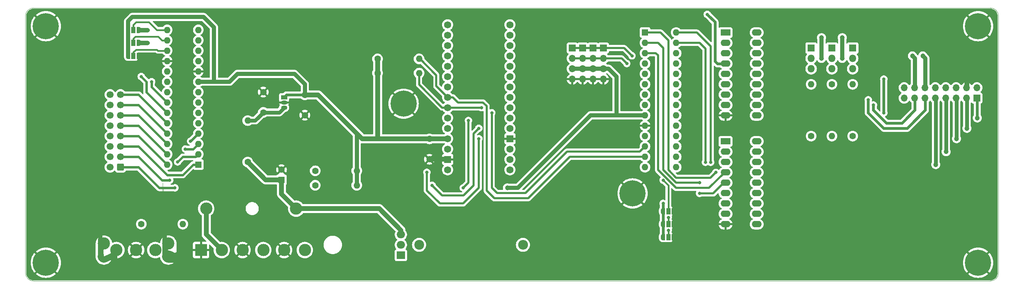
<source format=gbr>
%TF.GenerationSoftware,KiCad,Pcbnew,7.0.2-0*%
%TF.CreationDate,2023-12-06T17:59:09+00:00*%
%TF.ProjectId,cont_board,636f6e74-5f62-46f6-9172-642e6b696361,rev?*%
%TF.SameCoordinates,Original*%
%TF.FileFunction,Copper,L1,Top*%
%TF.FilePolarity,Positive*%
%FSLAX46Y46*%
G04 Gerber Fmt 4.6, Leading zero omitted, Abs format (unit mm)*
G04 Created by KiCad (PCBNEW 7.0.2-0) date 2023-12-06 17:59:09*
%MOMM*%
%LPD*%
G01*
G04 APERTURE LIST*
G04 Aperture macros list*
%AMRoundRect*
0 Rectangle with rounded corners*
0 $1 Rounding radius*
0 $2 $3 $4 $5 $6 $7 $8 $9 X,Y pos of 4 corners*
0 Add a 4 corners polygon primitive as box body*
4,1,4,$2,$3,$4,$5,$6,$7,$8,$9,$2,$3,0*
0 Add four circle primitives for the rounded corners*
1,1,$1+$1,$2,$3*
1,1,$1+$1,$4,$5*
1,1,$1+$1,$6,$7*
1,1,$1+$1,$8,$9*
0 Add four rect primitives between the rounded corners*
20,1,$1+$1,$2,$3,$4,$5,0*
20,1,$1+$1,$4,$5,$6,$7,0*
20,1,$1+$1,$6,$7,$8,$9,0*
20,1,$1+$1,$8,$9,$2,$3,0*%
%AMFreePoly0*
4,1,19,0.550000,-0.750000,0.000000,-0.750000,0.000000,-0.744911,-0.071157,-0.744911,-0.207708,-0.704816,-0.327430,-0.627875,-0.420627,-0.520320,-0.479746,-0.390866,-0.500000,-0.250000,-0.500000,0.250000,-0.479746,0.390866,-0.420627,0.520320,-0.327430,0.627875,-0.207708,0.704816,-0.071157,0.744911,0.000000,0.744911,0.000000,0.750000,0.550000,0.750000,0.550000,-0.750000,0.550000,-0.750000,
$1*%
%AMFreePoly1*
4,1,19,0.000000,0.744911,0.071157,0.744911,0.207708,0.704816,0.327430,0.627875,0.420627,0.520320,0.479746,0.390866,0.500000,0.250000,0.500000,-0.250000,0.479746,-0.390866,0.420627,-0.520320,0.327430,-0.627875,0.207708,-0.704816,0.071157,-0.744911,0.000000,-0.744911,0.000000,-0.750000,-0.550000,-0.750000,-0.550000,0.750000,0.000000,0.750000,0.000000,0.744911,0.000000,0.744911,
$1*%
%AMFreePoly2*
4,1,62,3.195063,1.495106,3.210902,1.495106,3.223715,1.485796,3.238779,1.480902,3.248088,1.468088,3.260902,1.458779,3.265796,1.443715,3.275106,1.430902,3.275106,1.415062,3.280000,1.400000,3.280000,-1.400000,3.272000,-1.424619,3.266636,-1.449943,3.262586,-1.453593,3.260902,-1.458779,3.239958,-1.473995,3.220734,-1.491328,3.215312,-1.491901,3.210902,-1.495106,3.185011,-1.495106,
3.159273,-1.497828,2.569274,-1.372829,2.558068,-1.366369,2.545279,-1.364443,1.590000,-0.886803,0.634721,-1.364443,0.621931,-1.366369,0.610726,-1.372829,0.595680,-1.376015,0.380337,-1.449943,0.368228,-1.454100,0.123869,-1.494877,0.034659,-1.494877,0.020726,-1.497829,-0.005017,-1.495106,-0.030902,-1.495106,-0.031217,-1.494877,-0.123869,-1.494877,-0.368228,-1.454100,-0.602543,-1.373660,
-0.820422,-1.255750,-1.015922,-1.103586,-1.183711,-0.921319,-1.319211,-0.713921,-1.418726,-0.487049,-1.479542,-0.246892,-1.500000,0.000000,-1.479542,0.246892,-1.418726,0.487049,-1.319211,0.713921,-1.183711,0.921319,-1.015922,1.103586,-0.820422,1.255750,-0.602543,1.373660,-0.368228,1.454100,-0.123869,1.494877,-0.031217,1.494877,-0.030902,1.495106,-0.015063,1.495106,0.000000,1.500000,
3.180000,1.500000,3.195063,1.495106,3.195063,1.495106,$1*%
%AMFreePoly3*
4,1,61,0.034659,1.494877,0.123869,1.494877,0.368228,1.454100,0.595680,1.376015,0.610726,1.372829,0.621931,1.366369,0.634721,1.364443,1.590000,0.886803,2.545279,1.364443,2.558068,1.366369,2.569274,1.372829,3.159273,1.497828,3.185011,1.495106,3.210902,1.495106,3.215312,1.491901,3.220734,1.491328,3.239958,1.473995,3.260902,1.458779,3.262586,1.453593,3.266636,1.449943,
3.272000,1.424619,3.280000,1.400000,3.280000,-1.400000,3.275106,-1.415062,3.275106,-1.430902,3.265796,-1.443715,3.260902,-1.458779,3.248088,-1.468088,3.238779,-1.480902,3.223715,-1.485796,3.210902,-1.495106,3.195063,-1.495106,3.180000,-1.500000,0.000000,-1.500000,-0.015063,-1.495106,-0.030902,-1.495106,-0.031217,-1.494877,-0.123869,-1.494877,-0.368228,-1.454100,-0.602543,-1.373660,
-0.820422,-1.255750,-1.015922,-1.103586,-1.183711,-0.921319,-1.319211,-0.713921,-1.418726,-0.487049,-1.479542,-0.246892,-1.500000,0.000000,-1.479542,0.246892,-1.418726,0.487049,-1.319211,0.713921,-1.183711,0.921319,-1.015922,1.103586,-0.820422,1.255750,-0.602543,1.373660,-0.368228,1.454100,-0.123869,1.494877,-0.031217,1.494877,-0.030902,1.495106,-0.005017,1.495106,0.020726,1.497829,
0.034659,1.494877,0.034659,1.494877,$1*%
G04 Aperture macros list end*
%TA.AperFunction,ComponentPad*%
%ADD10R,1.700000X1.700000*%
%TD*%
%TA.AperFunction,ComponentPad*%
%ADD11O,1.700000X1.700000*%
%TD*%
%TA.AperFunction,ComponentPad*%
%ADD12C,0.800000*%
%TD*%
%TA.AperFunction,ComponentPad*%
%ADD13C,6.400000*%
%TD*%
%TA.AperFunction,ComponentPad*%
%ADD14R,1.600000X1.600000*%
%TD*%
%TA.AperFunction,ComponentPad*%
%ADD15C,1.600000*%
%TD*%
%TA.AperFunction,SMDPad,CuDef*%
%ADD16FreePoly0,0.000000*%
%TD*%
%TA.AperFunction,SMDPad,CuDef*%
%ADD17R,1.000000X1.500000*%
%TD*%
%TA.AperFunction,SMDPad,CuDef*%
%ADD18FreePoly1,0.000000*%
%TD*%
%TA.AperFunction,ComponentPad*%
%ADD19C,3.000000*%
%TD*%
%TA.AperFunction,ComponentPad*%
%ADD20R,2.400000X1.600000*%
%TD*%
%TA.AperFunction,ComponentPad*%
%ADD21O,2.400000X1.600000*%
%TD*%
%TA.AperFunction,ComponentPad*%
%ADD22R,1.800000X1.800000*%
%TD*%
%TA.AperFunction,ComponentPad*%
%ADD23O,1.800000X1.800000*%
%TD*%
%TA.AperFunction,ComponentPad*%
%ADD24C,1.727200*%
%TD*%
%TA.AperFunction,ComponentPad*%
%ADD25R,1.727200X1.727200*%
%TD*%
%TA.AperFunction,ComponentPad*%
%ADD26RoundRect,0.250000X0.600000X0.600000X-0.600000X0.600000X-0.600000X-0.600000X0.600000X-0.600000X0*%
%TD*%
%TA.AperFunction,ComponentPad*%
%ADD27C,1.700000*%
%TD*%
%TA.AperFunction,ComponentPad*%
%ADD28O,1.600000X1.600000*%
%TD*%
%TA.AperFunction,ComponentPad*%
%ADD29C,2.400000*%
%TD*%
%TA.AperFunction,ComponentPad*%
%ADD30O,2.400000X2.400000*%
%TD*%
%TA.AperFunction,ComponentPad*%
%ADD31R,2.000000X1.905000*%
%TD*%
%TA.AperFunction,ComponentPad*%
%ADD32O,2.000000X1.905000*%
%TD*%
%TA.AperFunction,ComponentPad*%
%ADD33FreePoly2,90.000000*%
%TD*%
%TA.AperFunction,ComponentPad*%
%ADD34FreePoly3,90.000000*%
%TD*%
%TA.AperFunction,ComponentPad*%
%ADD35R,3.000000X3.000000*%
%TD*%
%TA.AperFunction,ComponentPad*%
%ADD36R,1.500000X1.050000*%
%TD*%
%TA.AperFunction,ComponentPad*%
%ADD37O,1.500000X1.050000*%
%TD*%
%TA.AperFunction,ViaPad*%
%ADD38C,0.800000*%
%TD*%
%TA.AperFunction,ViaPad*%
%ADD39C,1.200000*%
%TD*%
%TA.AperFunction,Conductor*%
%ADD40C,0.700000*%
%TD*%
%TA.AperFunction,Conductor*%
%ADD41C,1.000000*%
%TD*%
%TA.AperFunction,Conductor*%
%ADD42C,0.900000*%
%TD*%
%TA.AperFunction,Conductor*%
%ADD43C,1.200000*%
%TD*%
%TA.AperFunction,Conductor*%
%ADD44C,0.500000*%
%TD*%
%TA.AperFunction,Conductor*%
%ADD45C,0.400000*%
%TD*%
%TA.AperFunction,Conductor*%
%ADD46C,1.100000*%
%TD*%
%TA.AperFunction,Conductor*%
%ADD47C,0.600000*%
%TD*%
%TA.AperFunction,Profile*%
%ADD48C,0.100000*%
%TD*%
G04 APERTURE END LIST*
D10*
%TO.P,J4,1,Pin_1*%
%TO.N,SCL*%
X166380000Y-69850000D03*
D11*
%TO.P,J4,2,Pin_2*%
%TO.N,SDA*%
X166380000Y-72390000D03*
%TO.P,J4,3,Pin_3*%
%TO.N,+5V*%
X166380000Y-74930000D03*
%TO.P,J4,4,Pin_4*%
%TO.N,GND*%
X166380000Y-77470000D03*
%TD*%
D10*
%TO.P,J3,1,Pin_1*%
%TO.N,SCL*%
X163830000Y-69850000D03*
D11*
%TO.P,J3,2,Pin_2*%
%TO.N,SDA*%
X163830000Y-72390000D03*
%TO.P,J3,3,Pin_3*%
%TO.N,+5V*%
X163830000Y-74930000D03*
%TO.P,J3,4,Pin_4*%
%TO.N,GND*%
X163830000Y-77470000D03*
%TD*%
D10*
%TO.P,J2,1,Pin_1*%
%TO.N,SCL*%
X161290000Y-69850000D03*
D11*
%TO.P,J2,2,Pin_2*%
%TO.N,SDA*%
X161290000Y-72390000D03*
%TO.P,J2,3,Pin_3*%
%TO.N,+5V*%
X161290000Y-74930000D03*
%TO.P,J2,4,Pin_4*%
%TO.N,GND*%
X161290000Y-77470000D03*
%TD*%
D10*
%TO.P,J1,1,Pin_1*%
%TO.N,SCL*%
X158750000Y-69850000D03*
D11*
%TO.P,J1,2,Pin_2*%
%TO.N,SDA*%
X158750000Y-72390000D03*
%TO.P,J1,3,Pin_3*%
%TO.N,+5V*%
X158750000Y-74930000D03*
%TO.P,J1,4,Pin_4*%
%TO.N,GND*%
X158750000Y-77470000D03*
%TD*%
D12*
%TO.P,H6,1,1*%
%TO.N,GND*%
X173500000Y-103100000D03*
X175197056Y-107197056D03*
X175197056Y-103802944D03*
X175900000Y-105500000D03*
D13*
X173500000Y-105500000D03*
D12*
X173500000Y-107900000D03*
X171802944Y-103802944D03*
X171802944Y-107197056D03*
X171100000Y-105500000D03*
%TD*%
%TO.P,H5,1,1*%
%TO.N,GND*%
X255600000Y-122500000D03*
X256302944Y-124197056D03*
X256302944Y-120802944D03*
X258000000Y-124900000D03*
D13*
X258000000Y-122500000D03*
D12*
X260400000Y-122500000D03*
X259697056Y-120802944D03*
X259697056Y-124197056D03*
X258000000Y-120100000D03*
%TD*%
%TO.P,H4,1,1*%
%TO.N,GND*%
X117500000Y-81100000D03*
X119197056Y-85197056D03*
X119197056Y-81802944D03*
X119900000Y-83500000D03*
D13*
X117500000Y-83500000D03*
D12*
X117500000Y-85900000D03*
X115802944Y-81802944D03*
X115802944Y-85197056D03*
X115100000Y-83500000D03*
%TD*%
%TO.P,H3,1,1*%
%TO.N,GND*%
X258000000Y-62100000D03*
X259697056Y-66197056D03*
X259697056Y-62802944D03*
X260400000Y-64500000D03*
D13*
X258000000Y-64500000D03*
D12*
X258000000Y-66900000D03*
X256302944Y-62802944D03*
X256302944Y-66197056D03*
X255600000Y-64500000D03*
%TD*%
%TO.P,H2,1,1*%
%TO.N,GND*%
X30000000Y-62100000D03*
X31697056Y-66197056D03*
X31697056Y-62802944D03*
X32400000Y-64500000D03*
D13*
X30000000Y-64500000D03*
D12*
X30000000Y-66900000D03*
X28302944Y-62802944D03*
X28302944Y-66197056D03*
X27600000Y-64500000D03*
%TD*%
%TO.P,H1,1,1*%
%TO.N,GND*%
X27600000Y-122500000D03*
X28302944Y-124197056D03*
X28302944Y-120802944D03*
X30000000Y-124900000D03*
D13*
X30000000Y-122500000D03*
D12*
X32400000Y-122500000D03*
X31697056Y-120802944D03*
X31697056Y-124197056D03*
X30000000Y-120100000D03*
%TD*%
D14*
%TO.P,C1,1*%
%TO.N,+12V*%
X87630000Y-102170113D03*
D15*
%TO.P,C1,2*%
%TO.N,GND*%
X87630000Y-99670113D03*
%TD*%
D16*
%TO.P,JP4,1,A*%
%TO.N,+5V*%
X180945000Y-109855000D03*
D17*
%TO.P,JP4,2,C*%
%TO.N,/lamp_drive/l_a2*%
X182245000Y-109855000D03*
D18*
%TO.P,JP4,3,B*%
%TO.N,GND*%
X183545000Y-109855000D03*
%TD*%
D19*
%TO.P,F1,1*%
%TO.N,+BATT*%
X69215000Y-109220000D03*
%TO.P,F1,2*%
%TO.N,+12V*%
X91215000Y-109220000D03*
%TD*%
D15*
%TO.P,C6,2*%
%TO.N,GND*%
X123825000Y-97115000D03*
%TO.P,C6,1*%
%TO.N,+5V*%
X123825000Y-92115000D03*
%TD*%
D16*
%TO.P,JP5,1,A*%
%TO.N,+5V*%
X180945000Y-113030000D03*
D17*
%TO.P,JP5,2,C*%
%TO.N,/lamp_drive/l_a1*%
X182245000Y-113030000D03*
D18*
%TO.P,JP5,3,B*%
%TO.N,GND*%
X183545000Y-113030000D03*
%TD*%
D20*
%TO.P,U3,1,I1*%
%TO.N,LC3*%
X196225000Y-66050000D03*
D21*
%TO.P,U3,2,I2*%
%TO.N,LC2*%
X196225000Y-68590000D03*
%TO.P,U3,3,I3*%
%TO.N,LC1*%
X196225000Y-71130000D03*
%TO.P,U3,4,I4*%
%TO.N,LC9*%
X196225000Y-73670000D03*
%TO.P,U3,5,I5*%
%TO.N,unconnected-(U3-I5-Pad5)*%
X196225000Y-76210000D03*
%TO.P,U3,6,I6*%
%TO.N,unconnected-(U3-I6-Pad6)*%
X196225000Y-78750000D03*
%TO.P,U3,7,I7*%
%TO.N,unconnected-(U3-I7-Pad7)*%
X196225000Y-81290000D03*
%TO.P,U3,8,I8*%
%TO.N,unconnected-(U3-I8-Pad8)*%
X196225000Y-83830000D03*
%TO.P,U3,9,GND*%
%TO.N,GND*%
X196225000Y-86370000D03*
%TO.P,U3,10,COM*%
%TO.N,+12VA*%
X203845000Y-86370000D03*
%TO.P,U3,11,O8*%
%TO.N,unconnected-(U3-O8-Pad11)*%
X203845000Y-83830000D03*
%TO.P,U3,12,O7*%
%TO.N,unconnected-(U3-O7-Pad12)*%
X203845000Y-81290000D03*
%TO.P,U3,13,O6*%
%TO.N,unconnected-(U3-O6-Pad13)*%
X203845000Y-78750000D03*
%TO.P,U3,14,O5*%
%TO.N,unconnected-(U3-O5-Pad14)*%
X203845000Y-76210000D03*
%TO.P,U3,15,O4*%
%TO.N,/lamp_drive/c9*%
X203845000Y-73670000D03*
%TO.P,U3,16,O3*%
%TO.N,/lamp_drive/c1*%
X203845000Y-71130000D03*
%TO.P,U3,17,O2*%
%TO.N,/lamp_drive/c2*%
X203845000Y-68590000D03*
%TO.P,U3,18,O1*%
%TO.N,/lamp_drive/c3*%
X203845000Y-66050000D03*
%TD*%
D15*
%TO.P,C3,1*%
%TO.N,+5V*%
X93345000Y-81320000D03*
%TO.P,C3,2*%
%TO.N,GND*%
X93345000Y-86320000D03*
%TD*%
D22*
%TO.P,Q2,1,E*%
%TO.N,+12VA*%
X222250000Y-69850000D03*
D23*
%TO.P,Q2,2,C*%
%TO.N,/lamp_drive/hp_r2*%
X222250000Y-72390000D03*
%TO.P,Q2,3,B*%
%TO.N,Net-(Q2-B)*%
X222250000Y-74930000D03*
%TD*%
D24*
%TO.P,A1,3V3,3.3V*%
%TO.N,unconnected-(A1-3.3V-Pad3V3)*%
X128270000Y-66675000D03*
%TO.P,A1,5V,5V*%
%TO.N,+5V*%
X128270000Y-92075000D03*
%TO.P,A1,A0,A0*%
%TO.N,unconnected-(A1-PadA0)*%
X128270000Y-71755000D03*
%TO.P,A1,A1,A1*%
%TO.N,unconnected-(A1-PadA1)*%
X128270000Y-74295000D03*
%TO.P,A1,A2,A2*%
%TO.N,unconnected-(A1-PadA2)*%
X128270000Y-76835000D03*
%TO.P,A1,A3,A3*%
%TO.N,unconnected-(A1-PadA3)*%
X128270000Y-79375000D03*
%TO.P,A1,A4,A4/SDA*%
%TO.N,SDA*%
X128270000Y-81915000D03*
%TO.P,A1,A5,A5/SCL*%
%TO.N,SCL*%
X128270000Y-84455000D03*
%TO.P,A1,A6,A6*%
%TO.N,unconnected-(A1-PadA6)*%
X128270000Y-86995000D03*
%TO.P,A1,A7,A7*%
%TO.N,unconnected-(A1-PadA7)*%
X128270000Y-89535000D03*
%TO.P,A1,AREF,AREF*%
%TO.N,unconnected-(A1-PadAREF)*%
X128270000Y-69215000D03*
%TO.P,A1,D0,D0/RX*%
%TO.N,unconnected-(A1-D0{slash}RX-PadD0)*%
X143510000Y-97155000D03*
%TO.P,A1,D1,D1/TX*%
%TO.N,unconnected-(A1-D1{slash}TX-PadD1)*%
X143510000Y-99695000D03*
%TO.P,A1,D2,D2_INT0*%
%TO.N,TEST_SW*%
X143510000Y-89535000D03*
%TO.P,A1,D3,D3_INT1*%
%TO.N,CAM1_POS*%
X143510000Y-86995000D03*
%TO.P,A1,D4,D4*%
%TO.N,CAM2_POS*%
X143510000Y-84455000D03*
%TO.P,A1,D5,D5*%
%TO.N,unconnected-(A1-PadD5)*%
X143510000Y-81915000D03*
%TO.P,A1,D6,D6*%
%TO.N,unconnected-(A1-PadD6)*%
X143510000Y-79375000D03*
%TO.P,A1,D7,D7*%
%TO.N,unconnected-(A1-PadD7)*%
X143510000Y-76835000D03*
%TO.P,A1,D8,D8*%
%TO.N,unconnected-(A1-PadD8)*%
X143510000Y-74295000D03*
%TO.P,A1,D9,D9*%
%TO.N,unconnected-(A1-PadD9)*%
X143510000Y-71755000D03*
%TO.P,A1,D10,D10*%
%TO.N,unconnected-(A1-PadD10)*%
X143510000Y-69215000D03*
%TO.P,A1,D11,D11_MOSI*%
%TO.N,unconnected-(A1-D11_MOSI-PadD11)*%
X143510000Y-66675000D03*
%TO.P,A1,D12,D12_MISO*%
%TO.N,unconnected-(A1-D12_MISO-PadD12)*%
X143510000Y-64135000D03*
%TO.P,A1,D13,D13_SCK*%
%TO.N,unconnected-(A1-D13_SCK-PadD13)*%
X128270000Y-64135000D03*
D25*
%TO.P,A1,GND1,GND*%
%TO.N,GND*%
X143510000Y-92075000D03*
%TO.P,A1,GND2,GND*%
X128270000Y-97155000D03*
D24*
%TO.P,A1,RST1,RESET*%
%TO.N,unconnected-(A1-RESET-PadRST1)*%
X143510000Y-94615000D03*
%TO.P,A1,RST2,RESET*%
%TO.N,unconnected-(A1-RESET-PadRST2)*%
X128270000Y-94615000D03*
%TO.P,A1,VIN,VIN*%
%TO.N,unconnected-(A1-PadVIN)*%
X128270000Y-99695000D03*
%TD*%
D26*
%TO.P,PL2,1,Pin_1*%
%TO.N,SC8*%
X48250000Y-99060000D03*
D27*
%TO.P,PL2,2,Pin_2*%
%TO.N,unconnected-(PL2-Pin_2-Pad2)*%
X45710000Y-99060000D03*
%TO.P,PL2,3,Pin_3*%
%TO.N,SC7*%
X48250000Y-96520000D03*
%TO.P,PL2,4,Pin_4*%
%TO.N,unconnected-(PL2-Pin_4-Pad4)*%
X45710000Y-96520000D03*
%TO.P,PL2,5,Pin_5*%
%TO.N,SC6*%
X48250000Y-93980000D03*
%TO.P,PL2,6,Pin_6*%
%TO.N,unconnected-(PL2-Pin_6-Pad6)*%
X45710000Y-93980000D03*
%TO.P,PL2,7,Pin_7*%
%TO.N,SC5*%
X48250000Y-91440000D03*
%TO.P,PL2,8,Pin_8*%
%TO.N,unconnected-(PL2-Pin_8-Pad8)*%
X45710000Y-91440000D03*
%TO.P,PL2,9,Pin_9*%
%TO.N,SC4*%
X48250000Y-88900000D03*
%TO.P,PL2,10,Pin_10*%
%TO.N,SC9*%
X45710000Y-88900000D03*
%TO.P,PL2,11,Pin_11*%
%TO.N,SC3*%
X48250000Y-86360000D03*
%TO.P,PL2,12,Pin_12*%
%TO.N,SR3*%
X45710000Y-86360000D03*
%TO.P,PL2,13,Pin_13*%
%TO.N,SC2*%
X48250000Y-83820000D03*
%TO.P,PL2,14,Pin_14*%
%TO.N,SR2*%
X45710000Y-83820000D03*
%TO.P,PL2,15,Pin_15*%
%TO.N,SC1*%
X48250000Y-81280000D03*
%TO.P,PL2,16,Pin_16*%
%TO.N,SR1*%
X45710000Y-81280000D03*
%TD*%
D28*
%TO.P,R7,2*%
%TO.N,SCL*%
X121285000Y-76000000D03*
D15*
%TO.P,R7,1*%
%TO.N,+5V*%
X111125000Y-76000000D03*
%TD*%
D28*
%TO.P,R6,2*%
%TO.N,SDA*%
X121285000Y-72500000D03*
D15*
%TO.P,R6,1*%
%TO.N,+5V*%
X111125000Y-72500000D03*
%TD*%
D14*
%TO.P,U4,1,GPB0*%
%TO.N,LC6*%
X176540000Y-66040000D03*
D28*
%TO.P,U4,2,GPB1*%
%TO.N,LC7*%
X176540000Y-68580000D03*
%TO.P,U4,3,GPB2*%
%TO.N,LC8*%
X176540000Y-71120000D03*
%TO.P,U4,4,GPB3*%
%TO.N,LC9*%
X176540000Y-73660000D03*
%TO.P,U4,5,GPB4*%
%TO.N,unconnected-(U4-GPB4-Pad5)*%
X176540000Y-76200000D03*
%TO.P,U4,6,GPB5*%
%TO.N,unconnected-(U4-GPB5-Pad6)*%
X176540000Y-78740000D03*
%TO.P,U4,7,GPB6*%
%TO.N,unconnected-(U4-GPB6-Pad7)*%
X176540000Y-81280000D03*
%TO.P,U4,8,GPB7*%
%TO.N,unconnected-(U4-GPB7-Pad8)*%
X176540000Y-83820000D03*
%TO.P,U4,9,VDD*%
%TO.N,+5V*%
X176540000Y-86360000D03*
%TO.P,U4,10,VSS*%
%TO.N,GND*%
X176540000Y-88900000D03*
%TO.P,U4,11,NC*%
%TO.N,unconnected-(U4-NC-Pad11)*%
X176540000Y-91440000D03*
%TO.P,U4,12,SCK*%
%TO.N,SCL*%
X176540000Y-93980000D03*
%TO.P,U4,13,SDA*%
%TO.N,SDA*%
X176540000Y-96520000D03*
%TO.P,U4,14,NC*%
%TO.N,unconnected-(U4-NC-Pad14)*%
X176540000Y-99060000D03*
%TO.P,U4,15,A0*%
%TO.N,/lamp_drive/l_a0*%
X184160000Y-99060000D03*
%TO.P,U4,16,A1*%
%TO.N,/lamp_drive/l_a1*%
X184160000Y-96520000D03*
%TO.P,U4,17,A2*%
%TO.N,/lamp_drive/l_a2*%
X184160000Y-93980000D03*
%TO.P,U4,18,~{RESET}*%
%TO.N,+5V*%
X184160000Y-91440000D03*
%TO.P,U4,19,INTB*%
%TO.N,unconnected-(U4-INTB-Pad19)*%
X184160000Y-88900000D03*
%TO.P,U4,20,INTA*%
%TO.N,unconnected-(U4-INTA-Pad20)*%
X184160000Y-86360000D03*
%TO.P,U4,21,GPA0*%
%TO.N,LR1*%
X184160000Y-83820000D03*
%TO.P,U4,22,GPA1*%
%TO.N,LR2*%
X184160000Y-81280000D03*
%TO.P,U4,23,GPA2*%
%TO.N,LR3*%
X184160000Y-78740000D03*
%TO.P,U4,24,GPA3*%
%TO.N,LC1*%
X184160000Y-76200000D03*
%TO.P,U4,25,GPA4*%
%TO.N,LC2*%
X184160000Y-73660000D03*
%TO.P,U4,26,GPA5*%
%TO.N,LC3*%
X184160000Y-71120000D03*
%TO.P,U4,27,GPA6*%
%TO.N,LC4*%
X184160000Y-68580000D03*
%TO.P,U4,28,GPA7*%
%TO.N,LC5*%
X184160000Y-66040000D03*
%TD*%
D15*
%TO.P,R9,1*%
%TO.N,Net-(Q2-B)*%
X222250000Y-78740000D03*
D28*
%TO.P,R9,2*%
%TO.N,/lamp_drive/r2*%
X222250000Y-91440000D03*
%TD*%
D15*
%TO.P,R4,1*%
%TO.N,CAM2_POS*%
X95885000Y-103505000D03*
D28*
%TO.P,R4,2*%
%TO.N,+5V*%
X106045000Y-103505000D03*
%TD*%
%TO.P,R2,2*%
%TO.N,+5V*%
X63500000Y-113030000D03*
D15*
%TO.P,R2,1*%
%TO.N,TEST_SW*%
X53340000Y-113030000D03*
%TD*%
D14*
%TO.P,U2,1,GPB0*%
%TO.N,SC6*%
X67300000Y-98425000D03*
D28*
%TO.P,U2,2,GPB1*%
%TO.N,SC7*%
X67300000Y-95885000D03*
%TO.P,U2,3,GPB2*%
%TO.N,SC8*%
X67300000Y-93345000D03*
%TO.P,U2,4,GPB3*%
%TO.N,SC9*%
X67300000Y-90805000D03*
%TO.P,U2,5,GPB4*%
%TO.N,unconnected-(U2-GPB4-Pad5)*%
X67300000Y-88265000D03*
%TO.P,U2,6,GPB5*%
%TO.N,unconnected-(U2-GPB5-Pad6)*%
X67300000Y-85725000D03*
%TO.P,U2,7,GPB6*%
%TO.N,unconnected-(U2-GPB6-Pad7)*%
X67300000Y-83185000D03*
%TO.P,U2,8,GPB7*%
%TO.N,unconnected-(U2-GPB7-Pad8)*%
X67300000Y-80645000D03*
%TO.P,U2,9,VDD*%
%TO.N,+5V*%
X67300000Y-78105000D03*
%TO.P,U2,10,VSS*%
%TO.N,GND*%
X67300000Y-75565000D03*
%TO.P,U2,11,NC*%
%TO.N,unconnected-(U2-NC-Pad11)*%
X67300000Y-73025000D03*
%TO.P,U2,12,SCK*%
%TO.N,SCL*%
X67300000Y-70485000D03*
%TO.P,U2,13,SDA*%
%TO.N,SDA*%
X67300000Y-67945000D03*
%TO.P,U2,14,NC*%
%TO.N,unconnected-(U2-NC-Pad14)*%
X67300000Y-65405000D03*
%TO.P,U2,15,A0*%
%TO.N,/s_a0*%
X59680000Y-65405000D03*
%TO.P,U2,16,A1*%
%TO.N,/s_a1*%
X59680000Y-67945000D03*
%TO.P,U2,17,A2*%
%TO.N,/s_a2*%
X59680000Y-70485000D03*
%TO.P,U2,18,~{RESET}*%
%TO.N,GND*%
X59680000Y-73025000D03*
%TO.P,U2,19,INTB*%
%TO.N,unconnected-(U2-INTB-Pad19)*%
X59680000Y-75565000D03*
%TO.P,U2,20,INTA*%
%TO.N,unconnected-(U2-INTA-Pad20)*%
X59680000Y-78105000D03*
%TO.P,U2,21,GPA0*%
%TO.N,SR1*%
X59680000Y-80645000D03*
%TO.P,U2,22,GPA1*%
%TO.N,SR2*%
X59680000Y-83185000D03*
%TO.P,U2,23,GPA2*%
%TO.N,SR3*%
X59680000Y-85725000D03*
%TO.P,U2,24,GPA3*%
%TO.N,SC1*%
X59680000Y-88265000D03*
%TO.P,U2,25,GPA4*%
%TO.N,SC2*%
X59680000Y-90805000D03*
%TO.P,U2,26,GPA5*%
%TO.N,SC3*%
X59680000Y-93345000D03*
%TO.P,U2,27,GPA6*%
%TO.N,SC4*%
X59680000Y-95885000D03*
%TO.P,U2,28,GPA7*%
%TO.N,SC5*%
X59680000Y-98425000D03*
%TD*%
D22*
%TO.P,Q1,1,E*%
%TO.N,+12VA*%
X217170000Y-69850000D03*
D23*
%TO.P,Q1,2,C*%
%TO.N,/lamp_drive/hp_r3*%
X217170000Y-72390000D03*
%TO.P,Q1,3,B*%
%TO.N,Net-(Q1-B)*%
X217170000Y-74930000D03*
%TD*%
D15*
%TO.P,R1,1*%
%TO.N,+12V*%
X79375000Y-97790000D03*
D28*
%TO.P,R1,2*%
%TO.N,Net-(IC1-VI)*%
X79375000Y-87630000D03*
%TD*%
D16*
%TO.P,JP6,1,A*%
%TO.N,+5V*%
X180945000Y-116205000D03*
D17*
%TO.P,JP6,2,C*%
%TO.N,/lamp_drive/l_a0*%
X182245000Y-116205000D03*
D18*
%TO.P,JP6,3,B*%
%TO.N,GND*%
X183545000Y-116205000D03*
%TD*%
D21*
%TO.P,U5,18,O1*%
%TO.N,/lamp_drive/r3*%
X203845000Y-92720000D03*
%TO.P,U5,17,O2*%
%TO.N,/lamp_drive/r2*%
X203845000Y-95260000D03*
%TO.P,U5,16,O3*%
%TO.N,/lamp_drive/r1*%
X203845000Y-97800000D03*
%TO.P,U5,15,O4*%
%TO.N,/lamp_drive/c8*%
X203845000Y-100340000D03*
%TO.P,U5,14,O5*%
%TO.N,/lamp_drive/c7*%
X203845000Y-102880000D03*
%TO.P,U5,13,O6*%
%TO.N,/lamp_drive/c6*%
X203845000Y-105420000D03*
%TO.P,U5,12,O7*%
%TO.N,/lamp_drive/c5*%
X203845000Y-107960000D03*
%TO.P,U5,11,O8*%
%TO.N,/lamp_drive/c4*%
X203845000Y-110500000D03*
%TO.P,U5,10,COM*%
%TO.N,+12VA*%
X203845000Y-113040000D03*
%TO.P,U5,9,GND*%
%TO.N,GND*%
X196225000Y-113040000D03*
%TO.P,U5,8,I8*%
%TO.N,LC4*%
X196225000Y-110500000D03*
%TO.P,U5,7,I7*%
%TO.N,LC5*%
X196225000Y-107960000D03*
%TO.P,U5,6,I6*%
%TO.N,LC6*%
X196225000Y-105420000D03*
%TO.P,U5,5,I5*%
%TO.N,LC7*%
X196225000Y-102880000D03*
%TO.P,U5,4,I4*%
%TO.N,LC8*%
X196225000Y-100340000D03*
%TO.P,U5,3,I3*%
%TO.N,LR1*%
X196225000Y-97800000D03*
%TO.P,U5,2,I2*%
%TO.N,LR2*%
X196225000Y-95260000D03*
D20*
%TO.P,U5,1,I1*%
%TO.N,LR3*%
X196225000Y-92720000D03*
%TD*%
D15*
%TO.P,C2,1*%
%TO.N,Net-(IC1-VI)*%
X83185000Y-85645000D03*
%TO.P,C2,2*%
%TO.N,GND*%
X83185000Y-80645000D03*
%TD*%
D29*
%TO.P,R5,1*%
%TO.N,Net-(U1-VO)*%
X121285000Y-118110000D03*
D30*
%TO.P,R5,2*%
%TO.N,+12VA*%
X146685000Y-118110000D03*
%TD*%
D15*
%TO.P,R3,1*%
%TO.N,CAM1_POS*%
X95885000Y-99955000D03*
D28*
%TO.P,R3,2*%
%TO.N,+5V*%
X106045000Y-99955000D03*
%TD*%
D16*
%TO.P,JP3,1,A*%
%TO.N,+5V*%
X50125000Y-65405000D03*
D17*
%TO.P,JP3,2,C*%
%TO.N,/s_a0*%
X51425000Y-65405000D03*
D18*
%TO.P,JP3,3,B*%
%TO.N,GND*%
X52725000Y-65405000D03*
%TD*%
D15*
%TO.P,R10,1*%
%TO.N,/lamp_drive/r1*%
X227330000Y-91440000D03*
D28*
%TO.P,R10,2*%
%TO.N,Net-(Q3-B)*%
X227330000Y-78740000D03*
%TD*%
D31*
%TO.P,U1,1,ADJ*%
%TO.N,+12VA*%
X116840000Y-120650000D03*
D32*
%TO.P,U1,2,VO*%
%TO.N,Net-(U1-VO)*%
X116840000Y-118110000D03*
%TO.P,U1,3,VI*%
%TO.N,+12V*%
X116840000Y-115570000D03*
%TD*%
D15*
%TO.P,R8,1*%
%TO.N,/lamp_drive/r3*%
X217170000Y-91440000D03*
D28*
%TO.P,R8,2*%
%TO.N,Net-(Q1-B)*%
X217170000Y-78740000D03*
%TD*%
D19*
%TO.P,SW1,1,A*%
%TO.N,unconnected-(SW1-A-Pad1)*%
X56770000Y-119380000D03*
%TO.P,SW1,2,B*%
%TO.N,GND*%
X52070000Y-119380000D03*
%TO.P,SW1,3,C*%
%TO.N,TEST_SW*%
X47270000Y-119380000D03*
D33*
%TO.P,SW1,4*%
%TO.N,N/C*%
X44195000Y-120970000D03*
D19*
X44195000Y-117790000D03*
D34*
%TO.P,SW1,5*%
X59945000Y-120970000D03*
D19*
X59945000Y-117790000D03*
%TD*%
D35*
%TO.P,PL1,1,Pin_1*%
%TO.N,GND*%
X67945000Y-119380000D03*
D19*
%TO.P,PL1,2,Pin_2*%
%TO.N,+BATT*%
X73025000Y-119380000D03*
%TO.P,PL1,3,Pin_3*%
%TO.N,GND*%
X78105000Y-119380000D03*
%TO.P,PL1,4,Pin_4*%
%TO.N,CAM1_POS*%
X83185000Y-119380000D03*
%TO.P,PL1,5,Pin_5*%
%TO.N,GND*%
X88265000Y-119380000D03*
%TO.P,PL1,6,Pin_6*%
%TO.N,CAM2_POS*%
X93345000Y-119380000D03*
%TD*%
D16*
%TO.P,JP2,1,A*%
%TO.N,+5V*%
X50125000Y-68580000D03*
D17*
%TO.P,JP2,2,C*%
%TO.N,/s_a1*%
X51425000Y-68580000D03*
D18*
%TO.P,JP2,3,B*%
%TO.N,GND*%
X52725000Y-68580000D03*
%TD*%
D16*
%TO.P,JP1,1,A*%
%TO.N,+5V*%
X50125000Y-71755000D03*
D17*
%TO.P,JP1,2,C*%
%TO.N,/s_a2*%
X51425000Y-71755000D03*
D18*
%TO.P,JP1,3,B*%
%TO.N,GND*%
X52725000Y-71755000D03*
%TD*%
D22*
%TO.P,Q3,1,E*%
%TO.N,+12VA*%
X227330000Y-69850000D03*
D23*
%TO.P,Q3,2,C*%
%TO.N,/lamp_drive/hp_r1*%
X227330000Y-72390000D03*
%TO.P,Q3,3,B*%
%TO.N,Net-(Q3-B)*%
X227330000Y-74930000D03*
%TD*%
D36*
%TO.P,IC1,1,VO*%
%TO.N,+5V*%
X88265000Y-81915000D03*
D37*
%TO.P,IC1,2,GND*%
%TO.N,GND*%
X88265000Y-83185000D03*
%TO.P,IC1,3,VI*%
%TO.N,Net-(IC1-VI)*%
X88265000Y-84455000D03*
%TD*%
D10*
%TO.P,PL3,1,Pin_1*%
%TO.N,/lamp_drive/c8*%
X257710000Y-82100000D03*
D11*
%TO.P,PL3,2,Pin_2*%
%TO.N,/lamp_drive/c7*%
X255170000Y-82100000D03*
%TO.P,PL3,3,Pin_3*%
%TO.N,/lamp_drive/c6*%
X252630000Y-82100000D03*
%TO.P,PL3,4,Pin_4*%
%TO.N,/lamp_drive/c5*%
X250090000Y-82100000D03*
%TO.P,PL3,5,Pin_5*%
%TO.N,/lamp_drive/c4*%
X247550000Y-82100000D03*
%TO.P,PL3,6,Pin_6*%
%TO.N,/lamp_drive/c3*%
X245010000Y-82100000D03*
%TO.P,PL3,7,Pin_7*%
%TO.N,/lamp_drive/c2*%
X242470000Y-82100000D03*
%TO.P,PL3,8,Pin_8*%
%TO.N,/lamp_drive/c1*%
X239930000Y-82100000D03*
%TO.P,PL3,9,Pin_9*%
%TO.N,/lamp_drive/hp_r1*%
X239930000Y-79560000D03*
%TO.P,PL3,10,Pin_10*%
%TO.N,/lamp_drive/hp_r2*%
X242470000Y-79560000D03*
%TO.P,PL3,11,Pin_11*%
%TO.N,/lamp_drive/hp_r3*%
X245010000Y-79560000D03*
%TO.P,PL3,12,Pin_12*%
%TO.N,/lamp_drive/c9*%
X247550000Y-79560000D03*
%TO.P,PL3,13,Pin_13*%
%TO.N,unconnected-(PL3-Pin_13-Pad13)*%
X250090000Y-79560000D03*
%TO.P,PL3,14,Pin_14*%
%TO.N,unconnected-(PL3-Pin_14-Pad14)*%
X252630000Y-79560000D03*
%TO.P,PL3,15,Pin_15*%
%TO.N,GND*%
X255170000Y-79560000D03*
%TO.P,PL3,16,Pin_16*%
%TO.N,+12VA*%
X257710000Y-79560000D03*
%TD*%
D38*
%TO.N,/lamp_drive/c9*%
X234950000Y-77470000D03*
X234950000Y-85725000D03*
%TO.N,/lamp_drive/c2*%
X232410000Y-83820000D03*
D39*
%TO.N,/lamp_drive/c4*%
X247650000Y-98425000D03*
%TO.N,/lamp_drive/c5*%
X250190000Y-95250000D03*
%TO.N,/lamp_drive/c6*%
X252730000Y-92075000D03*
%TO.N,/lamp_drive/c7*%
X255270000Y-89535000D03*
%TO.N,/lamp_drive/c8*%
X257810000Y-86995000D03*
%TO.N,GND*%
X255270000Y-73025000D03*
%TO.N,/lamp_drive/hp_r3*%
X244475000Y-71755000D03*
X219710000Y-67310000D03*
X219710000Y-72390000D03*
%TO.N,/lamp_drive/hp_r2*%
X241935000Y-71755000D03*
X224790000Y-72390000D03*
X224790000Y-67310000D03*
D38*
%TO.N,GND*%
X155194000Y-77470000D03*
%TO.N,/lamp_drive/l_a0*%
X182245000Y-114554000D03*
%TO.N,/lamp_drive/l_a1*%
X182245000Y-111379000D03*
%TO.N,/lamp_drive/l_a2*%
X180975000Y-102235000D03*
%TO.N,+5V*%
X180975000Y-107950000D03*
%TO.N,LC7*%
X189875000Y-102880000D03*
X189875000Y-105490000D03*
%TO.N,LC5*%
X192595000Y-97870000D03*
%TO.N,LC4*%
X191325000Y-97870000D03*
%TO.N,GND*%
X54854000Y-68580000D03*
X54854000Y-65405000D03*
D39*
X169100000Y-92155000D03*
X231140000Y-80090000D03*
D38*
%TO.N,TEST_SW*%
X135890000Y-92075000D03*
X123190000Y-100330000D03*
%TO.N,CAM1_POS*%
X135890000Y-89535000D03*
X124460000Y-103505000D03*
%TO.N,CAM2_POS*%
X132080000Y-104140000D03*
X133350000Y-87630000D03*
%TO.N,SDA*%
X172085000Y-73660000D03*
%TO.N,SCL*%
X139065000Y-85725000D03*
X136525000Y-84455000D03*
X173355000Y-71755000D03*
D39*
%TO.N,+5V*%
X142875000Y-104140000D03*
D38*
X71110000Y-78105000D03*
%TO.N,/lamp_drive/c3*%
X231140000Y-82550000D03*
%TO.N,SC8*%
X61585000Y-104140000D03*
X64125000Y-94615000D03*
%TO.N,SC7*%
X62220000Y-97790000D03*
X60315000Y-102235000D03*
%TO.N,SR2*%
X55870000Y-78105000D03*
%TO.N,SR3*%
X53330000Y-76835000D03*
%TO.N,SC9*%
X65395000Y-92710000D03*
%TO.N,LC9*%
X191770000Y-61595000D03*
%TO.N,LC6*%
X193865000Y-100340000D03*
%TD*%
D40*
%TO.N,/lamp_drive/c9*%
X234950000Y-85725000D02*
X234950000Y-77470000D01*
D41*
%TO.N,/lamp_drive/hp_r3*%
X244475000Y-71755000D02*
X245110000Y-72390000D01*
X245110000Y-72390000D02*
X245110000Y-79460000D01*
X245110000Y-79460000D02*
X245010000Y-79560000D01*
%TO.N,/lamp_drive/hp_r2*%
X241935000Y-71755000D02*
X242570000Y-72390000D01*
X242570000Y-72390000D02*
X242570000Y-79460000D01*
X242570000Y-79460000D02*
X242470000Y-79560000D01*
D40*
%TO.N,/lamp_drive/c3*%
X245110000Y-85090000D02*
X245110000Y-82200000D01*
X240665000Y-89535000D02*
X245110000Y-85090000D01*
X231140000Y-82550000D02*
X231140000Y-85725000D01*
X231140000Y-85725000D02*
X234950000Y-89535000D01*
X234950000Y-89535000D02*
X240665000Y-89535000D01*
X245110000Y-82200000D02*
X245010000Y-82100000D01*
%TO.N,/lamp_drive/c2*%
X239395000Y-88265000D02*
X242570000Y-85090000D01*
X232410000Y-85090000D02*
X235585000Y-88265000D01*
X232410000Y-83820000D02*
X232410000Y-85090000D01*
X242570000Y-85090000D02*
X242570000Y-82200000D01*
X235585000Y-88265000D02*
X239395000Y-88265000D01*
X242570000Y-82200000D02*
X242470000Y-82100000D01*
D42*
%TO.N,/lamp_drive/c4*%
X247650000Y-98425000D02*
X247650000Y-82200000D01*
X247650000Y-82200000D02*
X247550000Y-82100000D01*
%TO.N,/lamp_drive/c5*%
X250190000Y-95250000D02*
X250190000Y-82200000D01*
X250190000Y-82200000D02*
X250090000Y-82100000D01*
%TO.N,/lamp_drive/c6*%
X252730000Y-92075000D02*
X252730000Y-82200000D01*
X252730000Y-82200000D02*
X252630000Y-82100000D01*
%TO.N,/lamp_drive/c7*%
X255270000Y-82200000D02*
X255170000Y-82100000D01*
X255270000Y-89535000D02*
X255270000Y-82200000D01*
D40*
%TO.N,/lamp_drive/c8*%
X257810000Y-82200000D02*
X257710000Y-82100000D01*
X257810000Y-86995000D02*
X257810000Y-82200000D01*
D43*
%TO.N,GND*%
X255270000Y-79460000D02*
X255270000Y-73025000D01*
X255170000Y-79560000D02*
X255270000Y-79460000D01*
D41*
%TO.N,/lamp_drive/hp_r3*%
X219710000Y-72390000D02*
X219710000Y-67310000D01*
%TO.N,/lamp_drive/hp_r2*%
X224790000Y-72390000D02*
X224790000Y-67310000D01*
%TO.N,+5V*%
X167640000Y-74930000D02*
X158750000Y-74930000D01*
D44*
%TO.N,SDA*%
X170815000Y-72390000D02*
X158750000Y-72390000D01*
%TO.N,SCL*%
X171450000Y-69850000D02*
X158750000Y-69850000D01*
D40*
%TO.N,+5V*%
X180975000Y-107950000D02*
X180975000Y-116205000D01*
D45*
%TO.N,/lamp_drive/l_a2*%
X180975000Y-102235000D02*
X182245000Y-103505000D01*
X182245000Y-103505000D02*
X182245000Y-109825000D01*
D44*
%TO.N,LC8*%
X176540000Y-71120000D02*
X179180000Y-71120000D01*
X179180000Y-71120000D02*
X179705000Y-71645000D01*
X179705000Y-71645000D02*
X179705000Y-99695000D01*
X179705000Y-99695000D02*
X184160000Y-104150000D01*
X184160000Y-104150000D02*
X192222500Y-104150000D01*
X192222500Y-104150000D02*
X195962500Y-100410000D01*
X195962500Y-100410000D02*
X196405000Y-100410000D01*
%TO.N,LC7*%
X189875000Y-102880000D02*
X184160000Y-102880000D01*
X184160000Y-102880000D02*
X180975000Y-99695000D01*
X180975000Y-99695000D02*
X180975000Y-69850000D01*
X179705000Y-68580000D02*
X176540000Y-68580000D01*
X180975000Y-69850000D02*
X179705000Y-68580000D01*
%TO.N,LC6*%
X193865000Y-100340000D02*
X192525000Y-101680000D01*
X182245000Y-67945000D02*
X180340000Y-66040000D01*
X192525000Y-101680000D02*
X184166000Y-101680000D01*
X184166000Y-101680000D02*
X182245000Y-99759000D01*
X182245000Y-99759000D02*
X182245000Y-67945000D01*
X180340000Y-66040000D02*
X176540000Y-66040000D01*
D40*
%TO.N,LC9*%
X193675000Y-63500000D02*
X193675000Y-73105000D01*
X191770000Y-61595000D02*
X193675000Y-63500000D01*
X193675000Y-73105000D02*
X194320000Y-73750000D01*
X194320000Y-73750000D02*
X196405000Y-73750000D01*
D44*
%TO.N,SCL*%
X157490000Y-95260000D02*
X175260000Y-95260000D01*
X175260000Y-95260000D02*
X176540000Y-93980000D01*
D45*
%TO.N,/lamp_drive/l_a0*%
X182245000Y-114554000D02*
X182245000Y-116175000D01*
%TO.N,/lamp_drive/l_a1*%
X182245000Y-111379000D02*
X182245000Y-113000000D01*
D41*
%TO.N,+5V*%
X169545000Y-86360000D02*
X163195000Y-86360000D01*
X176540000Y-86360000D02*
X169545000Y-86360000D01*
X169545000Y-86360000D02*
X169545000Y-76835000D01*
X169545000Y-76835000D02*
X167640000Y-74930000D01*
D44*
%TO.N,SDA*%
X172085000Y-73660000D02*
X170815000Y-72390000D01*
%TO.N,SCL*%
X173355000Y-71755000D02*
X171450000Y-69850000D01*
D41*
%TO.N,+5V*%
X145415000Y-104140000D02*
X142875000Y-104140000D01*
X163195000Y-86360000D02*
X145415000Y-104140000D01*
D44*
%TO.N,SCL*%
X139065000Y-85725000D02*
X139065000Y-104140000D01*
X147320000Y-105410000D02*
X157470000Y-95260000D01*
X139065000Y-104140000D02*
X140335000Y-105410000D01*
X140335000Y-105410000D02*
X147320000Y-105410000D01*
X157470000Y-95260000D02*
X157490000Y-95260000D01*
%TO.N,SDA*%
X128270000Y-81915000D02*
X129540000Y-81915000D01*
X147955000Y-106680000D02*
X158115000Y-96520000D01*
X137795000Y-84074000D02*
X137795000Y-104775000D01*
X130810000Y-83185000D02*
X136906000Y-83185000D01*
X136906000Y-83185000D02*
X137795000Y-84074000D01*
X129540000Y-81915000D02*
X130810000Y-83185000D01*
X137795000Y-104775000D02*
X139700000Y-106680000D01*
X139700000Y-106680000D02*
X147955000Y-106680000D01*
X158115000Y-96520000D02*
X176560000Y-96520000D01*
%TO.N,SCL*%
X157480000Y-95250000D02*
X157490000Y-95260000D01*
%TO.N,LC7*%
X195770000Y-102950000D02*
X193220000Y-105500000D01*
X193220000Y-105500000D02*
X189885000Y-105500000D01*
X189885000Y-105500000D02*
X189875000Y-105490000D01*
%TO.N,LC4*%
X191325000Y-97870000D02*
X191325000Y-70040000D01*
X191325000Y-70040000D02*
X189875000Y-68590000D01*
X189875000Y-68590000D02*
X184350000Y-68590000D01*
%TO.N,LC5*%
X192595000Y-97870000D02*
X192595000Y-69405000D01*
X192595000Y-69405000D02*
X189240000Y-66050000D01*
X189240000Y-66050000D02*
X184350000Y-66050000D01*
D41*
%TO.N,+5V*%
X71110000Y-78105000D02*
X74930000Y-78105000D01*
X74930000Y-78105000D02*
X76835000Y-76200000D01*
X90805000Y-76200000D02*
X93345000Y-78740000D01*
X76835000Y-76200000D02*
X90805000Y-76200000D01*
X93345000Y-78740000D02*
X93345000Y-81320000D01*
D44*
%TO.N,SCL*%
X128270000Y-84455000D02*
X126936500Y-84455000D01*
X126936500Y-84455000D02*
X121285000Y-78803500D01*
X121285000Y-78803500D02*
X121285000Y-76000000D01*
%TO.N,SDA*%
X121285000Y-72500000D02*
X121500000Y-72500000D01*
X121500000Y-72500000D02*
X125500000Y-76500000D01*
X125500000Y-76500000D02*
X125500000Y-79145000D01*
X125500000Y-79145000D02*
X128270000Y-81915000D01*
D43*
%TO.N,+5V*%
X111125000Y-72500000D02*
X111125000Y-92115000D01*
X107355000Y-92115000D02*
X111125000Y-92115000D01*
X111125000Y-92115000D02*
X123825000Y-92115000D01*
X106045000Y-90805000D02*
X107355000Y-92115000D01*
%TO.N,+12V*%
X91215000Y-109220000D02*
X111555000Y-109220000D01*
X116840000Y-115570000D02*
X116840000Y-114505000D01*
X116840000Y-114505000D02*
X111555000Y-109220000D01*
X87630000Y-102170113D02*
X83755113Y-102170113D01*
X83755113Y-102170113D02*
X79375000Y-97790000D01*
X87630000Y-105635000D02*
X91215000Y-109220000D01*
X87630000Y-102235000D02*
X87630000Y-105635000D01*
%TO.N,+BATT*%
X73025000Y-119380000D02*
X69215000Y-115570000D01*
X69215000Y-115570000D02*
X69215000Y-109220000D01*
D46*
%TO.N,GND*%
X52725000Y-68580000D02*
X54854000Y-68580000D01*
X52725000Y-65405000D02*
X54854000Y-65405000D01*
D43*
X128230000Y-97115000D02*
X128270000Y-97155000D01*
X123825000Y-97115000D02*
X128230000Y-97115000D01*
D44*
%TO.N,TEST_SW*%
X132080000Y-107950000D02*
X135890000Y-104140000D01*
X123190000Y-100330000D02*
X123190000Y-104775000D01*
X126365000Y-107950000D02*
X132080000Y-107950000D01*
X135890000Y-104140000D02*
X135890000Y-92075000D01*
X123190000Y-104775000D02*
X126365000Y-107950000D01*
%TO.N,CAM1_POS*%
X134620000Y-103505000D02*
X134620000Y-90805000D01*
X124460000Y-103505000D02*
X126935000Y-105980000D01*
X134620000Y-90805000D02*
X135890000Y-89535000D01*
X126935000Y-105980000D02*
X132145000Y-105980000D01*
X132145000Y-105980000D02*
X134620000Y-103505000D01*
%TO.N,CAM2_POS*%
X133350000Y-102870000D02*
X133350000Y-99060000D01*
X132080000Y-104140000D02*
X133350000Y-102870000D01*
X133350000Y-88197082D02*
X133350000Y-87630000D01*
X133350000Y-99060000D02*
X133350000Y-88197082D01*
%TO.N,SCL*%
X128270000Y-84455000D02*
X136525000Y-84455000D01*
D41*
%TO.N,+5V*%
X71110000Y-78105000D02*
X67300000Y-78105000D01*
X50125000Y-63276000D02*
X51171000Y-62230000D01*
D40*
X88265000Y-81915000D02*
X88860000Y-81320000D01*
D41*
X71110000Y-64770000D02*
X71110000Y-78105000D01*
D43*
X102235000Y-86995000D02*
X96560000Y-81320000D01*
X128230000Y-92115000D02*
X128270000Y-92075000D01*
D41*
X106045000Y-103505000D02*
X106045000Y-90805000D01*
D40*
X88860000Y-81320000D02*
X93345000Y-81320000D01*
D41*
X51171000Y-62230000D02*
X68570000Y-62230000D01*
X50125000Y-71755000D02*
X50125000Y-63276000D01*
D43*
X102235000Y-86995000D02*
X106045000Y-90805000D01*
D41*
X68570000Y-62230000D02*
X71110000Y-64770000D01*
D43*
X96560000Y-81320000D02*
X93345000Y-81320000D01*
X123825000Y-92115000D02*
X128230000Y-92115000D01*
D45*
%TO.N,/s_a2*%
X51425000Y-70866000D02*
X52060000Y-70231000D01*
X51425000Y-71755000D02*
X51425000Y-70866000D01*
X52060000Y-70231000D02*
X57140000Y-70231000D01*
X57140000Y-70231000D02*
X57394000Y-70485000D01*
X57394000Y-70485000D02*
X59680000Y-70485000D01*
%TO.N,/s_a1*%
X58410000Y-67945000D02*
X59680000Y-67945000D01*
X57521000Y-67056000D02*
X58410000Y-67945000D01*
X51425000Y-68580000D02*
X51425000Y-67564000D01*
X51933000Y-67056000D02*
X57521000Y-67056000D01*
X51425000Y-67564000D02*
X51933000Y-67056000D01*
%TO.N,/s_a0*%
X51425000Y-64135000D02*
X52060000Y-63500000D01*
X52060000Y-63500000D02*
X55235000Y-63500000D01*
X55235000Y-63500000D02*
X57140000Y-65405000D01*
X57140000Y-65405000D02*
X59680000Y-65405000D01*
X51425000Y-65405000D02*
X51425000Y-64135000D01*
D47*
%TO.N,SC8*%
X48250000Y-99060000D02*
X52695000Y-99060000D01*
X52695000Y-99060000D02*
X57775000Y-104140000D01*
X66030000Y-94615000D02*
X67300000Y-93345000D01*
X64125000Y-94615000D02*
X66030000Y-94615000D01*
X57775000Y-104140000D02*
X61585000Y-104140000D01*
%TO.N,SC7*%
X63490000Y-96520000D02*
X66665000Y-96520000D01*
X52695000Y-96520000D02*
X58410000Y-102235000D01*
X66665000Y-96520000D02*
X67300000Y-95885000D01*
X62220000Y-97790000D02*
X63490000Y-96520000D01*
X48250000Y-96520000D02*
X52695000Y-96520000D01*
X58410000Y-102235000D02*
X60315000Y-102235000D01*
%TO.N,SC6*%
X52695000Y-93980000D02*
X59680000Y-100965000D01*
X59680000Y-100965000D02*
X63490000Y-100965000D01*
X63490000Y-100965000D02*
X66030000Y-98425000D01*
X48250000Y-93980000D02*
X52695000Y-93980000D01*
X66030000Y-98425000D02*
X67300000Y-98425000D01*
%TO.N,SC5*%
X48250000Y-91440000D02*
X52695000Y-91440000D01*
X52695000Y-91440000D02*
X59680000Y-98425000D01*
%TO.N,SC4*%
X48250000Y-88900000D02*
X52695000Y-88900000D01*
X52695000Y-88900000D02*
X59680000Y-95885000D01*
%TO.N,SC3*%
X48250000Y-86360000D02*
X52695000Y-86360000D01*
X52695000Y-86360000D02*
X59680000Y-93345000D01*
%TO.N,SC2*%
X48250000Y-83820000D02*
X52695000Y-83820000D01*
X52695000Y-83820000D02*
X59680000Y-90805000D01*
%TO.N,SC1*%
X52695000Y-81280000D02*
X59680000Y-88265000D01*
X48250000Y-81280000D02*
X52695000Y-81280000D01*
%TO.N,SR2*%
X55870000Y-79375000D02*
X59680000Y-83185000D01*
X55870000Y-78105000D02*
X55870000Y-79375000D01*
%TO.N,SR3*%
X53330000Y-76835000D02*
X54600000Y-78105000D01*
X54600000Y-80645000D02*
X59680000Y-85725000D01*
X54600000Y-78105000D02*
X54600000Y-80645000D01*
%TO.N,SC9*%
X65395000Y-92710000D02*
X67300000Y-90805000D01*
D42*
%TO.N,Net-(IC1-VI)*%
X83185000Y-85645000D02*
X87075000Y-85645000D01*
X79375000Y-87630000D02*
X81200000Y-87630000D01*
X87075000Y-85645000D02*
X88265000Y-84455000D01*
X81200000Y-87630000D02*
X83185000Y-85645000D01*
%TD*%
%TA.AperFunction,Conductor*%
%TO.N,GND*%
G36*
X31856419Y-124002866D02*
G01*
X31794601Y-123961561D01*
X31721680Y-123947056D01*
X31672432Y-123947056D01*
X31599511Y-123961561D01*
X31516816Y-124016816D01*
X31461561Y-124099511D01*
X31442158Y-124197056D01*
X31461561Y-124294601D01*
X31502867Y-124356420D01*
X30944180Y-123797733D01*
X31134870Y-123634870D01*
X31297733Y-123444180D01*
X31856419Y-124002866D01*
G37*
%TD.AperFunction*%
%TA.AperFunction,Conductor*%
G36*
X28865130Y-123634870D02*
G01*
X29055819Y-123797733D01*
X28497135Y-124356416D01*
X28538439Y-124294601D01*
X28557842Y-124197056D01*
X28538439Y-124099511D01*
X28483184Y-124016816D01*
X28400489Y-123961561D01*
X28327568Y-123947056D01*
X28278320Y-123947056D01*
X28205399Y-123961561D01*
X28143577Y-124002868D01*
X28702266Y-123444180D01*
X28865130Y-123634870D01*
G37*
%TD.AperFunction*%
%TA.AperFunction,Conductor*%
G36*
X29055818Y-121202267D02*
G01*
X28865130Y-121365130D01*
X28702266Y-121555818D01*
X28143582Y-120997134D01*
X28205399Y-121038439D01*
X28278320Y-121052944D01*
X28327568Y-121052944D01*
X28400489Y-121038439D01*
X28483184Y-120983184D01*
X28538439Y-120900489D01*
X28557842Y-120802944D01*
X28538439Y-120705399D01*
X28497135Y-120643583D01*
X29055818Y-121202267D01*
G37*
%TD.AperFunction*%
%TA.AperFunction,Conductor*%
G36*
X31461561Y-120705399D02*
G01*
X31442158Y-120802944D01*
X31461561Y-120900489D01*
X31516816Y-120983184D01*
X31599511Y-121038439D01*
X31672432Y-121052944D01*
X31721680Y-121052944D01*
X31794601Y-121038439D01*
X31856415Y-120997135D01*
X31297732Y-121555818D01*
X31134870Y-121365130D01*
X30944179Y-121202266D01*
X31502869Y-120643576D01*
X31461561Y-120705399D01*
G37*
%TD.AperFunction*%
%TA.AperFunction,Conductor*%
G36*
X169522778Y-87360658D02*
G01*
X169547842Y-87361930D01*
X169595935Y-87364369D01*
X169595935Y-87364368D01*
X169595936Y-87364369D01*
X169611857Y-87361929D01*
X169630635Y-87360500D01*
X175662412Y-87360500D01*
X175729451Y-87380185D01*
X175733523Y-87382917D01*
X175762645Y-87403308D01*
X175887264Y-87490567D01*
X175887265Y-87490567D01*
X175887266Y-87490568D01*
X175945865Y-87517893D01*
X175998304Y-87564065D01*
X176017456Y-87631259D01*
X175997240Y-87698140D01*
X175945866Y-87742656D01*
X175887522Y-87769863D01*
X175701180Y-87900341D01*
X175540341Y-88061180D01*
X175409865Y-88247519D01*
X175313733Y-88453673D01*
X175261128Y-88649999D01*
X175261128Y-88650000D01*
X176224314Y-88650000D01*
X176212359Y-88661955D01*
X176154835Y-88774852D01*
X176135014Y-88900000D01*
X176154835Y-89025148D01*
X176212359Y-89138045D01*
X176224314Y-89150000D01*
X175261128Y-89150000D01*
X175313733Y-89346326D01*
X175409865Y-89552480D01*
X175540341Y-89738819D01*
X175701180Y-89899658D01*
X175887519Y-90030134D01*
X175945865Y-90057342D01*
X175998304Y-90103514D01*
X176017456Y-90170708D01*
X175997240Y-90237589D01*
X175945866Y-90282105D01*
X175887267Y-90309430D01*
X175700859Y-90439953D01*
X175539953Y-90600859D01*
X175409432Y-90787264D01*
X175313261Y-90993502D01*
X175254364Y-91213310D01*
X175234531Y-91440000D01*
X175254364Y-91666689D01*
X175313261Y-91886497D01*
X175409432Y-92092735D01*
X175539953Y-92279140D01*
X175700859Y-92440046D01*
X175887263Y-92570566D01*
X175887266Y-92570568D01*
X175945275Y-92597618D01*
X175997714Y-92643791D01*
X176016865Y-92710985D01*
X175996649Y-92777866D01*
X175945275Y-92822382D01*
X175887263Y-92849433D01*
X175700859Y-92979953D01*
X175539953Y-93140859D01*
X175409432Y-93327264D01*
X175313261Y-93533502D01*
X175254364Y-93753310D01*
X175234531Y-93980000D01*
X175249129Y-94146860D01*
X175235362Y-94215360D01*
X175213282Y-94245348D01*
X174985449Y-94473182D01*
X174924129Y-94506666D01*
X174897770Y-94509500D01*
X157617773Y-94509500D01*
X157592698Y-94506938D01*
X157545859Y-94497266D01*
X157545856Y-94497266D01*
X157414329Y-94501093D01*
X157370487Y-94502369D01*
X157201022Y-94547777D01*
X157143575Y-94578751D01*
X157132388Y-94583772D01*
X157128366Y-94586417D01*
X157119095Y-94591950D01*
X157046598Y-94631041D01*
X157024187Y-94650985D01*
X157006857Y-94663887D01*
X157000284Y-94667941D01*
X156985163Y-94680258D01*
X156956786Y-94710336D01*
X156949030Y-94717870D01*
X156915540Y-94747674D01*
X156909102Y-94756868D01*
X156895213Y-94773418D01*
X147045451Y-104623181D01*
X146984128Y-104656666D01*
X146957770Y-104659500D01*
X146609783Y-104659500D01*
X146542744Y-104639815D01*
X146496989Y-104587011D01*
X146487045Y-104517853D01*
X146516070Y-104454297D01*
X146522102Y-104447819D01*
X163573101Y-87396819D01*
X163634424Y-87363334D01*
X163660782Y-87360500D01*
X169443259Y-87360500D01*
X169516499Y-87360500D01*
X169522778Y-87360658D01*
G37*
%TD.AperFunction*%
%TA.AperFunction,Conductor*%
G36*
X68171256Y-63250185D02*
G01*
X68191898Y-63266819D01*
X70073181Y-65148101D01*
X70106666Y-65209424D01*
X70109500Y-65235782D01*
X70109500Y-76980500D01*
X70089815Y-77047539D01*
X70037011Y-77093294D01*
X69985500Y-77104500D01*
X68177588Y-77104500D01*
X68110549Y-77084815D01*
X68106465Y-77082075D01*
X68103981Y-77080336D01*
X68022463Y-77023256D01*
X67952736Y-76974433D01*
X67952730Y-76974430D01*
X67894132Y-76947105D01*
X67841695Y-76900933D01*
X67822543Y-76833739D01*
X67842759Y-76766858D01*
X67894135Y-76722342D01*
X67952479Y-76695135D01*
X68138819Y-76564658D01*
X68299658Y-76403819D01*
X68430134Y-76217480D01*
X68526266Y-76011326D01*
X68578872Y-75815000D01*
X67615686Y-75815000D01*
X67627641Y-75803045D01*
X67685165Y-75690148D01*
X67704986Y-75565000D01*
X67685165Y-75439852D01*
X67627641Y-75326955D01*
X67615686Y-75315000D01*
X68578872Y-75315000D01*
X68578871Y-75314999D01*
X68526266Y-75118673D01*
X68430134Y-74912519D01*
X68299658Y-74726180D01*
X68138819Y-74565341D01*
X67952482Y-74434866D01*
X67894133Y-74407657D01*
X67841694Y-74361484D01*
X67822543Y-74294290D01*
X67842759Y-74227409D01*
X67894134Y-74182893D01*
X67952734Y-74155568D01*
X68139139Y-74025047D01*
X68300047Y-73864139D01*
X68430568Y-73677734D01*
X68526739Y-73471496D01*
X68585635Y-73251692D01*
X68605468Y-73025000D01*
X68585635Y-72798308D01*
X68526739Y-72578504D01*
X68430568Y-72372266D01*
X68420140Y-72357372D01*
X68300046Y-72185859D01*
X68139140Y-72024953D01*
X67952733Y-71894431D01*
X67894725Y-71867382D01*
X67842285Y-71821210D01*
X67823133Y-71754017D01*
X67843348Y-71687135D01*
X67894725Y-71642618D01*
X67952734Y-71615568D01*
X68139139Y-71485047D01*
X68300047Y-71324139D01*
X68430568Y-71137734D01*
X68526739Y-70931496D01*
X68585635Y-70711692D01*
X68605468Y-70485000D01*
X68585635Y-70258308D01*
X68526739Y-70038504D01*
X68430568Y-69832266D01*
X68402469Y-69792135D01*
X68300046Y-69645859D01*
X68139140Y-69484953D01*
X67952736Y-69354433D01*
X67952732Y-69354431D01*
X67894722Y-69327380D01*
X67842284Y-69281208D01*
X67823133Y-69214014D01*
X67843349Y-69147133D01*
X67894721Y-69102619D01*
X67952734Y-69075568D01*
X68139139Y-68945047D01*
X68300047Y-68784139D01*
X68430568Y-68597734D01*
X68526739Y-68391496D01*
X68585635Y-68171692D01*
X68605468Y-67945000D01*
X68585635Y-67718308D01*
X68526739Y-67498504D01*
X68430568Y-67292266D01*
X68428214Y-67288903D01*
X68300046Y-67105859D01*
X68139140Y-66944953D01*
X67952733Y-66814431D01*
X67894725Y-66787382D01*
X67842285Y-66741210D01*
X67823133Y-66674017D01*
X67843348Y-66607135D01*
X67894725Y-66562618D01*
X67952734Y-66535568D01*
X68139139Y-66405047D01*
X68300047Y-66244139D01*
X68430568Y-66057734D01*
X68526739Y-65851496D01*
X68585635Y-65631692D01*
X68605468Y-65405000D01*
X68585635Y-65178308D01*
X68526739Y-64958504D01*
X68430568Y-64752266D01*
X68429681Y-64750998D01*
X68300046Y-64565859D01*
X68139140Y-64404953D01*
X67952735Y-64274432D01*
X67746497Y-64178261D01*
X67526689Y-64119364D01*
X67299999Y-64099531D01*
X67073310Y-64119364D01*
X66853502Y-64178261D01*
X66647264Y-64274432D01*
X66460859Y-64404953D01*
X66299953Y-64565859D01*
X66169432Y-64752264D01*
X66073261Y-64958502D01*
X66014364Y-65178310D01*
X65994531Y-65405000D01*
X66014364Y-65631689D01*
X66073261Y-65851497D01*
X66169432Y-66057735D01*
X66299953Y-66244140D01*
X66460859Y-66405046D01*
X66591465Y-66496496D01*
X66647266Y-66535568D01*
X66705275Y-66562618D01*
X66757714Y-66608791D01*
X66776865Y-66675985D01*
X66756649Y-66742866D01*
X66705275Y-66787382D01*
X66647263Y-66814433D01*
X66460859Y-66944953D01*
X66299953Y-67105859D01*
X66169432Y-67292264D01*
X66073261Y-67498502D01*
X66014364Y-67718310D01*
X65994531Y-67945000D01*
X66014364Y-68171689D01*
X66073261Y-68391497D01*
X66169432Y-68597735D01*
X66299953Y-68784140D01*
X66460859Y-68945046D01*
X66591465Y-69036496D01*
X66647266Y-69075568D01*
X66705275Y-69102618D01*
X66757714Y-69148791D01*
X66776865Y-69215985D01*
X66756649Y-69282866D01*
X66705275Y-69327382D01*
X66647263Y-69354433D01*
X66460859Y-69484953D01*
X66299953Y-69645859D01*
X66169432Y-69832264D01*
X66073261Y-70038502D01*
X66014364Y-70258310D01*
X65994531Y-70484999D01*
X66014364Y-70711689D01*
X66073261Y-70931497D01*
X66169432Y-71137735D01*
X66299953Y-71324140D01*
X66460859Y-71485046D01*
X66577537Y-71566744D01*
X66647266Y-71615568D01*
X66705275Y-71642618D01*
X66757714Y-71688791D01*
X66776865Y-71755985D01*
X66756649Y-71822866D01*
X66705275Y-71867381D01*
X66684576Y-71877033D01*
X66647263Y-71894433D01*
X66460859Y-72024953D01*
X66299953Y-72185859D01*
X66169432Y-72372264D01*
X66073261Y-72578502D01*
X66014364Y-72798310D01*
X65994531Y-73025000D01*
X66014364Y-73251689D01*
X66073261Y-73471497D01*
X66169432Y-73677735D01*
X66299953Y-73864140D01*
X66460859Y-74025046D01*
X66647264Y-74155567D01*
X66647265Y-74155567D01*
X66647266Y-74155568D01*
X66705865Y-74182893D01*
X66758304Y-74229065D01*
X66777456Y-74296259D01*
X66757240Y-74363140D01*
X66705866Y-74407656D01*
X66647522Y-74434863D01*
X66461180Y-74565341D01*
X66300341Y-74726180D01*
X66169865Y-74912519D01*
X66073733Y-75118673D01*
X66021128Y-75314999D01*
X66021128Y-75315000D01*
X66984314Y-75315000D01*
X66972359Y-75326955D01*
X66914835Y-75439852D01*
X66895014Y-75565000D01*
X66914835Y-75690148D01*
X66972359Y-75803045D01*
X66984314Y-75815000D01*
X66021128Y-75815000D01*
X66073733Y-76011326D01*
X66169865Y-76217480D01*
X66300341Y-76403819D01*
X66461180Y-76564658D01*
X66647519Y-76695134D01*
X66705865Y-76722342D01*
X66758304Y-76768514D01*
X66777456Y-76835708D01*
X66757240Y-76902589D01*
X66705866Y-76947105D01*
X66647267Y-76974430D01*
X66460859Y-77104953D01*
X66299953Y-77265859D01*
X66169432Y-77452264D01*
X66073261Y-77658502D01*
X66014364Y-77878310D01*
X65994531Y-78105000D01*
X66014364Y-78331689D01*
X66073261Y-78551497D01*
X66169432Y-78757735D01*
X66299953Y-78944140D01*
X66460859Y-79105046D01*
X66626853Y-79221275D01*
X66647266Y-79235568D01*
X66705275Y-79262618D01*
X66757714Y-79308791D01*
X66776865Y-79375985D01*
X66756649Y-79442866D01*
X66705275Y-79487381D01*
X66689405Y-79494782D01*
X66647263Y-79514433D01*
X66460859Y-79644953D01*
X66299953Y-79805859D01*
X66169432Y-79992264D01*
X66073261Y-80198502D01*
X66014364Y-80418310D01*
X65994531Y-80644999D01*
X66014364Y-80871689D01*
X66073261Y-81091497D01*
X66169432Y-81297735D01*
X66299953Y-81484140D01*
X66460859Y-81645046D01*
X66613653Y-81752032D01*
X66647266Y-81775568D01*
X66705275Y-81802618D01*
X66757714Y-81848791D01*
X66776865Y-81915985D01*
X66756649Y-81982866D01*
X66705275Y-82027382D01*
X66647263Y-82054433D01*
X66460859Y-82184953D01*
X66299953Y-82345859D01*
X66169432Y-82532264D01*
X66073261Y-82738502D01*
X66014364Y-82958310D01*
X65994531Y-83185000D01*
X66014364Y-83411689D01*
X66073261Y-83631497D01*
X66169432Y-83837735D01*
X66299953Y-84024140D01*
X66460859Y-84185046D01*
X66613653Y-84292032D01*
X66647266Y-84315568D01*
X66698657Y-84339532D01*
X66705275Y-84342618D01*
X66757714Y-84388791D01*
X66776865Y-84455985D01*
X66756649Y-84522866D01*
X66705275Y-84567382D01*
X66647263Y-84594433D01*
X66460859Y-84724953D01*
X66299953Y-84885859D01*
X66169432Y-85072264D01*
X66073261Y-85278502D01*
X66014364Y-85498310D01*
X65994531Y-85725000D01*
X66014364Y-85951689D01*
X66073261Y-86171497D01*
X66169432Y-86377735D01*
X66299953Y-86564140D01*
X66460859Y-86725046D01*
X66613653Y-86832032D01*
X66647266Y-86855568D01*
X66681945Y-86871739D01*
X66705275Y-86882618D01*
X66757714Y-86928791D01*
X66776865Y-86995985D01*
X66756649Y-87062866D01*
X66705275Y-87107382D01*
X66647263Y-87134433D01*
X66460859Y-87264953D01*
X66299953Y-87425859D01*
X66169432Y-87612264D01*
X66073261Y-87818502D01*
X66014364Y-88038310D01*
X65994531Y-88265000D01*
X66014364Y-88491689D01*
X66073261Y-88711497D01*
X66169432Y-88917735D01*
X66299953Y-89104140D01*
X66460859Y-89265046D01*
X66613653Y-89372032D01*
X66647266Y-89395568D01*
X66705275Y-89422618D01*
X66757714Y-89468791D01*
X66776865Y-89535985D01*
X66756649Y-89602866D01*
X66705275Y-89647382D01*
X66647263Y-89674433D01*
X66460859Y-89804953D01*
X66299953Y-89965859D01*
X66169432Y-90152264D01*
X66073261Y-90358502D01*
X66014364Y-90578310D01*
X65994531Y-90805000D01*
X66003441Y-90906838D01*
X65989674Y-90975338D01*
X65967594Y-91005326D01*
X65147432Y-91825488D01*
X65110187Y-91851086D01*
X64942269Y-91925848D01*
X64789129Y-92037110D01*
X64662466Y-92177783D01*
X64567820Y-92341715D01*
X64509326Y-92521742D01*
X64494087Y-92666738D01*
X64489540Y-92710000D01*
X64491905Y-92732501D01*
X64509326Y-92898257D01*
X64567820Y-93078284D01*
X64662466Y-93242216D01*
X64789129Y-93382889D01*
X64942269Y-93494151D01*
X65127104Y-93576446D01*
X65125630Y-93579756D01*
X65167577Y-93602403D01*
X65201354Y-93663566D01*
X65196701Y-93733281D01*
X65155096Y-93789413D01*
X65089748Y-93814141D01*
X65080314Y-93814500D01*
X64567367Y-93814500D01*
X64516931Y-93803779D01*
X64404802Y-93753855D01*
X64219648Y-93714500D01*
X64219646Y-93714500D01*
X64030354Y-93714500D01*
X64030352Y-93714500D01*
X63845197Y-93753855D01*
X63672269Y-93830848D01*
X63519129Y-93942110D01*
X63392466Y-94082783D01*
X63297820Y-94246715D01*
X63239326Y-94426742D01*
X63219540Y-94615000D01*
X63239326Y-94803257D01*
X63297820Y-94983284D01*
X63392466Y-95147216D01*
X63519129Y-95287889D01*
X63672269Y-95399151D01*
X63857104Y-95481446D01*
X63855630Y-95484756D01*
X63897577Y-95507403D01*
X63931354Y-95568566D01*
X63926701Y-95638281D01*
X63885096Y-95694413D01*
X63819748Y-95719141D01*
X63810314Y-95719500D01*
X63399803Y-95719500D01*
X63362480Y-95728017D01*
X63348780Y-95730345D01*
X63310743Y-95734631D01*
X63274623Y-95747270D01*
X63261268Y-95751118D01*
X63223938Y-95759639D01*
X63189453Y-95776246D01*
X63176613Y-95781565D01*
X63140475Y-95794211D01*
X63108064Y-95814576D01*
X63095899Y-95821300D01*
X63061413Y-95837908D01*
X63031487Y-95861773D01*
X63020152Y-95869815D01*
X62987740Y-95890181D01*
X62897164Y-95980755D01*
X62897160Y-95980761D01*
X61972432Y-96905488D01*
X61935187Y-96931086D01*
X61767269Y-97005848D01*
X61614129Y-97117110D01*
X61487466Y-97257783D01*
X61392820Y-97421715D01*
X61334326Y-97601742D01*
X61319087Y-97746739D01*
X61314540Y-97790000D01*
X61316905Y-97812501D01*
X61334326Y-97978257D01*
X61392820Y-98158284D01*
X61487466Y-98322216D01*
X61614129Y-98462889D01*
X61767269Y-98574151D01*
X61940197Y-98651144D01*
X62125352Y-98690500D01*
X62125354Y-98690500D01*
X62314648Y-98690500D01*
X62438084Y-98664262D01*
X62499803Y-98651144D01*
X62672730Y-98574151D01*
X62795662Y-98484836D01*
X62825870Y-98462889D01*
X62843017Y-98443846D01*
X62952533Y-98322216D01*
X63047179Y-98158284D01*
X63068487Y-98092702D01*
X63098734Y-98043342D01*
X63785258Y-97356819D01*
X63846582Y-97323334D01*
X63872940Y-97320500D01*
X65900798Y-97320500D01*
X65967837Y-97340185D01*
X66013592Y-97392989D01*
X66023536Y-97462147D01*
X66016980Y-97487833D01*
X66005907Y-97517518D01*
X66005235Y-97523775D01*
X65978495Y-97588325D01*
X65921101Y-97628172D01*
X65909548Y-97631405D01*
X65904367Y-97632587D01*
X65902497Y-97633014D01*
X65888785Y-97635345D01*
X65850747Y-97639631D01*
X65828444Y-97647435D01*
X65819490Y-97650568D01*
X65814611Y-97652275D01*
X65801255Y-97656122D01*
X65763938Y-97664640D01*
X65729459Y-97681244D01*
X65716618Y-97686563D01*
X65680479Y-97699209D01*
X65648064Y-97719577D01*
X65635897Y-97726301D01*
X65601414Y-97742907D01*
X65571487Y-97766773D01*
X65560152Y-97774815D01*
X65527740Y-97795181D01*
X65478306Y-97844615D01*
X63194741Y-100128181D01*
X63133418Y-100161666D01*
X63107060Y-100164500D01*
X60062940Y-100164500D01*
X59995901Y-100144815D01*
X59975259Y-100128181D01*
X59773821Y-99926743D01*
X59740336Y-99865420D01*
X59745320Y-99795728D01*
X59787192Y-99739795D01*
X59850696Y-99715534D01*
X59906692Y-99710635D01*
X60126496Y-99651739D01*
X60332734Y-99555568D01*
X60519139Y-99425047D01*
X60680047Y-99264139D01*
X60810568Y-99077734D01*
X60906739Y-98871496D01*
X60965635Y-98651692D01*
X60985468Y-98425000D01*
X60965635Y-98198308D01*
X60906739Y-97978504D01*
X60810568Y-97772266D01*
X60809762Y-97771114D01*
X60680046Y-97585859D01*
X60519140Y-97424953D01*
X60332733Y-97294431D01*
X60281412Y-97270500D01*
X60274724Y-97267381D01*
X60222285Y-97221210D01*
X60203133Y-97154017D01*
X60223348Y-97087135D01*
X60274725Y-97042618D01*
X60332734Y-97015568D01*
X60519139Y-96885047D01*
X60680047Y-96724139D01*
X60810568Y-96537734D01*
X60906739Y-96331496D01*
X60965635Y-96111692D01*
X60985468Y-95885000D01*
X60984139Y-95869815D01*
X60977490Y-95793808D01*
X60965635Y-95658308D01*
X60906739Y-95438504D01*
X60810568Y-95232266D01*
X60790078Y-95203002D01*
X60680046Y-95045859D01*
X60519140Y-94884953D01*
X60332733Y-94754431D01*
X60274725Y-94727382D01*
X60222285Y-94681210D01*
X60203133Y-94614017D01*
X60223348Y-94547135D01*
X60274725Y-94502618D01*
X60275259Y-94502369D01*
X60332734Y-94475568D01*
X60519139Y-94345047D01*
X60680047Y-94184139D01*
X60810568Y-93997734D01*
X60906739Y-93791496D01*
X60965635Y-93571692D01*
X60985468Y-93345000D01*
X60965635Y-93118308D01*
X60906739Y-92898504D01*
X60810568Y-92692266D01*
X60792694Y-92666738D01*
X60680046Y-92505859D01*
X60519140Y-92344953D01*
X60332733Y-92214431D01*
X60274725Y-92187382D01*
X60222285Y-92141210D01*
X60203133Y-92074017D01*
X60223348Y-92007135D01*
X60274725Y-91962618D01*
X60332734Y-91935568D01*
X60519139Y-91805047D01*
X60680047Y-91644139D01*
X60810568Y-91457734D01*
X60906739Y-91251496D01*
X60965635Y-91031692D01*
X60985468Y-90805000D01*
X60965635Y-90578308D01*
X60906739Y-90358504D01*
X60810568Y-90152266D01*
X60805995Y-90145734D01*
X60680046Y-89965859D01*
X60519140Y-89804953D01*
X60332733Y-89674431D01*
X60274725Y-89647382D01*
X60222285Y-89601210D01*
X60203133Y-89534017D01*
X60223348Y-89467135D01*
X60274725Y-89422618D01*
X60332734Y-89395568D01*
X60519139Y-89265047D01*
X60680047Y-89104139D01*
X60810568Y-88917734D01*
X60906739Y-88711496D01*
X60965635Y-88491692D01*
X60985468Y-88265000D01*
X60965635Y-88038308D01*
X60906739Y-87818504D01*
X60810568Y-87612266D01*
X60807231Y-87607499D01*
X60680046Y-87425859D01*
X60519140Y-87264953D01*
X60332733Y-87134431D01*
X60274725Y-87107382D01*
X60222285Y-87061210D01*
X60203133Y-86994017D01*
X60223348Y-86927135D01*
X60274725Y-86882618D01*
X60298055Y-86871739D01*
X60332734Y-86855568D01*
X60519139Y-86725047D01*
X60680047Y-86564139D01*
X60810568Y-86377734D01*
X60906739Y-86171496D01*
X60965635Y-85951692D01*
X60985468Y-85725000D01*
X60984813Y-85717519D01*
X60970223Y-85550754D01*
X60965635Y-85498308D01*
X60906739Y-85278504D01*
X60810568Y-85072266D01*
X60796457Y-85052112D01*
X60680046Y-84885859D01*
X60519140Y-84724953D01*
X60332733Y-84594431D01*
X60274725Y-84567382D01*
X60222285Y-84521210D01*
X60203133Y-84454017D01*
X60223348Y-84387135D01*
X60274725Y-84342618D01*
X60281343Y-84339532D01*
X60332734Y-84315568D01*
X60519139Y-84185047D01*
X60680047Y-84024139D01*
X60810568Y-83837734D01*
X60906739Y-83631496D01*
X60965635Y-83411692D01*
X60985468Y-83185000D01*
X60965635Y-82958308D01*
X60906739Y-82738504D01*
X60810568Y-82532266D01*
X60790078Y-82503002D01*
X60680046Y-82345859D01*
X60519140Y-82184953D01*
X60332733Y-82054431D01*
X60274725Y-82027382D01*
X60222285Y-81981210D01*
X60203133Y-81914017D01*
X60223348Y-81847135D01*
X60274725Y-81802618D01*
X60332734Y-81775568D01*
X60519139Y-81645047D01*
X60680047Y-81484139D01*
X60810568Y-81297734D01*
X60906739Y-81091496D01*
X60965635Y-80871692D01*
X60985468Y-80645000D01*
X60965635Y-80418308D01*
X60906739Y-80198504D01*
X60810568Y-79992266D01*
X60792694Y-79966738D01*
X60680046Y-79805859D01*
X60519140Y-79644953D01*
X60332733Y-79514431D01*
X60290595Y-79494782D01*
X60274724Y-79487381D01*
X60222285Y-79441210D01*
X60203133Y-79374017D01*
X60223348Y-79307135D01*
X60274725Y-79262618D01*
X60332734Y-79235568D01*
X60519139Y-79105047D01*
X60680047Y-78944139D01*
X60810568Y-78757734D01*
X60906739Y-78551496D01*
X60965635Y-78331692D01*
X60985468Y-78105000D01*
X60965635Y-77878308D01*
X60906739Y-77658504D01*
X60810568Y-77452266D01*
X60796457Y-77432112D01*
X60680046Y-77265859D01*
X60519140Y-77104953D01*
X60332733Y-76974431D01*
X60274725Y-76947382D01*
X60222285Y-76901210D01*
X60203133Y-76834017D01*
X60223348Y-76767135D01*
X60274725Y-76722618D01*
X60332734Y-76695568D01*
X60519139Y-76565047D01*
X60680047Y-76404139D01*
X60810568Y-76217734D01*
X60906739Y-76011496D01*
X60965635Y-75791692D01*
X60985468Y-75565000D01*
X60983916Y-75547266D01*
X60974265Y-75436947D01*
X60965635Y-75338308D01*
X60906739Y-75118504D01*
X60810568Y-74912266D01*
X60782469Y-74872135D01*
X60680046Y-74725859D01*
X60519140Y-74564953D01*
X60332736Y-74434433D01*
X60332730Y-74434430D01*
X60274132Y-74407105D01*
X60221695Y-74360933D01*
X60202543Y-74293739D01*
X60222759Y-74226858D01*
X60274135Y-74182342D01*
X60332479Y-74155135D01*
X60518819Y-74024658D01*
X60679658Y-73863819D01*
X60810134Y-73677480D01*
X60906266Y-73471326D01*
X60958872Y-73275000D01*
X59995686Y-73275000D01*
X60007641Y-73263045D01*
X60065165Y-73150148D01*
X60084986Y-73025000D01*
X60065165Y-72899852D01*
X60007641Y-72786955D01*
X59995686Y-72775000D01*
X60958872Y-72775000D01*
X60958871Y-72774999D01*
X60906266Y-72578673D01*
X60810134Y-72372519D01*
X60679658Y-72186180D01*
X60518819Y-72025341D01*
X60332482Y-71894866D01*
X60274133Y-71867657D01*
X60221694Y-71821484D01*
X60202543Y-71754290D01*
X60222759Y-71687409D01*
X60274134Y-71642893D01*
X60332734Y-71615568D01*
X60519139Y-71485047D01*
X60680047Y-71324139D01*
X60810568Y-71137734D01*
X60906739Y-70931496D01*
X60965635Y-70711692D01*
X60985468Y-70485000D01*
X60965635Y-70258308D01*
X60906739Y-70038504D01*
X60810568Y-69832266D01*
X60782469Y-69792135D01*
X60680046Y-69645859D01*
X60519140Y-69484953D01*
X60332733Y-69354431D01*
X60274725Y-69327382D01*
X60222285Y-69281210D01*
X60203133Y-69214017D01*
X60223348Y-69147135D01*
X60274725Y-69102618D01*
X60332734Y-69075568D01*
X60519139Y-68945047D01*
X60680047Y-68784139D01*
X60810568Y-68597734D01*
X60906739Y-68391496D01*
X60965635Y-68171692D01*
X60985468Y-67945000D01*
X60965635Y-67718308D01*
X60906739Y-67498504D01*
X60810568Y-67292266D01*
X60808214Y-67288903D01*
X60680046Y-67105859D01*
X60519140Y-66944953D01*
X60332733Y-66814431D01*
X60274725Y-66787382D01*
X60222285Y-66741210D01*
X60203133Y-66674017D01*
X60223348Y-66607135D01*
X60274725Y-66562618D01*
X60332734Y-66535568D01*
X60519139Y-66405047D01*
X60680047Y-66244139D01*
X60810568Y-66057734D01*
X60906739Y-65851496D01*
X60965635Y-65631692D01*
X60985468Y-65405000D01*
X60984734Y-65396616D01*
X60975358Y-65289448D01*
X60965635Y-65178308D01*
X60906739Y-64958504D01*
X60810568Y-64752266D01*
X60809681Y-64750998D01*
X60680046Y-64565859D01*
X60519140Y-64404953D01*
X60332735Y-64274432D01*
X60126497Y-64178261D01*
X59906689Y-64119364D01*
X59680000Y-64099531D01*
X59453310Y-64119364D01*
X59233502Y-64178261D01*
X59027264Y-64274432D01*
X58840859Y-64404953D01*
X58679953Y-64565859D01*
X58619902Y-64651623D01*
X58565326Y-64695248D01*
X58518327Y-64704500D01*
X57481519Y-64704500D01*
X57414480Y-64684815D01*
X57393838Y-64668181D01*
X56167838Y-63442181D01*
X56134353Y-63380858D01*
X56139337Y-63311166D01*
X56181209Y-63255233D01*
X56246673Y-63230816D01*
X56255519Y-63230500D01*
X68104217Y-63230500D01*
X68171256Y-63250185D01*
G37*
%TD.AperFunction*%
%TA.AperFunction,Conductor*%
G36*
X160830507Y-77260156D02*
G01*
X160790000Y-77398111D01*
X160790000Y-77541889D01*
X160830507Y-77679844D01*
X160856314Y-77720000D01*
X159183686Y-77720000D01*
X159209493Y-77679844D01*
X159250000Y-77541889D01*
X159250000Y-77398111D01*
X159209493Y-77260156D01*
X159183686Y-77220000D01*
X160856314Y-77220000D01*
X160830507Y-77260156D01*
G37*
%TD.AperFunction*%
%TA.AperFunction,Conductor*%
G36*
X163370507Y-77260156D02*
G01*
X163330000Y-77398111D01*
X163330000Y-77541889D01*
X163370507Y-77679844D01*
X163396314Y-77720000D01*
X161723686Y-77720000D01*
X161749493Y-77679844D01*
X161790000Y-77541889D01*
X161790000Y-77398111D01*
X161749493Y-77260156D01*
X161723686Y-77220000D01*
X163396314Y-77220000D01*
X163370507Y-77260156D01*
G37*
%TD.AperFunction*%
%TA.AperFunction,Conductor*%
G36*
X165920507Y-77260156D02*
G01*
X165880000Y-77398111D01*
X165880000Y-77541889D01*
X165920507Y-77679844D01*
X165946314Y-77720000D01*
X164263686Y-77720000D01*
X164289493Y-77679844D01*
X164330000Y-77541889D01*
X164330000Y-77398111D01*
X164289493Y-77260156D01*
X164263686Y-77220000D01*
X165946314Y-77220000D01*
X165920507Y-77260156D01*
G37*
%TD.AperFunction*%
%TA.AperFunction,Conductor*%
G36*
X259856420Y-124002867D02*
G01*
X259794601Y-123961561D01*
X259721680Y-123947056D01*
X259672432Y-123947056D01*
X259599511Y-123961561D01*
X259516816Y-124016816D01*
X259461561Y-124099511D01*
X259442158Y-124197056D01*
X259461561Y-124294601D01*
X259502867Y-124356420D01*
X258944180Y-123797733D01*
X259134870Y-123634870D01*
X259297733Y-123444180D01*
X259856420Y-124002867D01*
G37*
%TD.AperFunction*%
%TA.AperFunction,Conductor*%
G36*
X256865130Y-123634870D02*
G01*
X257055819Y-123797733D01*
X256497135Y-124356416D01*
X256538439Y-124294601D01*
X256557842Y-124197056D01*
X256538439Y-124099511D01*
X256483184Y-124016816D01*
X256400489Y-123961561D01*
X256327568Y-123947056D01*
X256278320Y-123947056D01*
X256205399Y-123961561D01*
X256143577Y-124002868D01*
X256702266Y-123444180D01*
X256865130Y-123634870D01*
G37*
%TD.AperFunction*%
%TA.AperFunction,Conductor*%
G36*
X257055819Y-121202266D02*
G01*
X256865130Y-121365130D01*
X256702266Y-121555818D01*
X256143582Y-120997134D01*
X256205399Y-121038439D01*
X256278320Y-121052944D01*
X256327568Y-121052944D01*
X256400489Y-121038439D01*
X256483184Y-120983184D01*
X256538439Y-120900489D01*
X256557842Y-120802944D01*
X256538439Y-120705399D01*
X256497133Y-120643581D01*
X257055819Y-121202266D01*
G37*
%TD.AperFunction*%
%TA.AperFunction,Conductor*%
G36*
X259461561Y-120705399D02*
G01*
X259442158Y-120802944D01*
X259461561Y-120900489D01*
X259516816Y-120983184D01*
X259599511Y-121038439D01*
X259672432Y-121052944D01*
X259721680Y-121052944D01*
X259794601Y-121038439D01*
X259856415Y-120997135D01*
X259297732Y-121555818D01*
X259134870Y-121365130D01*
X258944180Y-121202266D01*
X259502867Y-120643578D01*
X259461561Y-120705399D01*
G37*
%TD.AperFunction*%
%TA.AperFunction,Conductor*%
G36*
X175356420Y-107002867D02*
G01*
X175294601Y-106961561D01*
X175221680Y-106947056D01*
X175172432Y-106947056D01*
X175099511Y-106961561D01*
X175016816Y-107016816D01*
X174961561Y-107099511D01*
X174942158Y-107197056D01*
X174961561Y-107294601D01*
X175002867Y-107356420D01*
X174444180Y-106797733D01*
X174634870Y-106634870D01*
X174797733Y-106444180D01*
X175356420Y-107002867D01*
G37*
%TD.AperFunction*%
%TA.AperFunction,Conductor*%
G36*
X172365130Y-106634870D02*
G01*
X172555819Y-106797733D01*
X171997135Y-107356416D01*
X172038439Y-107294601D01*
X172057842Y-107197056D01*
X172038439Y-107099511D01*
X171983184Y-107016816D01*
X171900489Y-106961561D01*
X171827568Y-106947056D01*
X171778320Y-106947056D01*
X171705399Y-106961561D01*
X171643577Y-107002868D01*
X172202266Y-106444180D01*
X172365130Y-106634870D01*
G37*
%TD.AperFunction*%
%TA.AperFunction,Conductor*%
G36*
X172555819Y-104202266D02*
G01*
X172365130Y-104365130D01*
X172202266Y-104555818D01*
X171643582Y-103997134D01*
X171705399Y-104038439D01*
X171778320Y-104052944D01*
X171827568Y-104052944D01*
X171900489Y-104038439D01*
X171983184Y-103983184D01*
X172038439Y-103900489D01*
X172057842Y-103802944D01*
X172038439Y-103705399D01*
X171997133Y-103643581D01*
X172555819Y-104202266D01*
G37*
%TD.AperFunction*%
%TA.AperFunction,Conductor*%
G36*
X174961561Y-103705399D02*
G01*
X174942158Y-103802944D01*
X174961561Y-103900489D01*
X175016816Y-103983184D01*
X175099511Y-104038439D01*
X175172432Y-104052944D01*
X175221680Y-104052944D01*
X175294601Y-104038439D01*
X175356415Y-103997135D01*
X174797732Y-104555818D01*
X174634870Y-104365130D01*
X174444180Y-104202266D01*
X175002867Y-103643578D01*
X174961561Y-103705399D01*
G37*
%TD.AperFunction*%
%TA.AperFunction,Conductor*%
G36*
X119356420Y-85002867D02*
G01*
X119294601Y-84961561D01*
X119221680Y-84947056D01*
X119172432Y-84947056D01*
X119099511Y-84961561D01*
X119016816Y-85016816D01*
X118961561Y-85099511D01*
X118942158Y-85197056D01*
X118961561Y-85294601D01*
X119002867Y-85356420D01*
X118444180Y-84797733D01*
X118634870Y-84634870D01*
X118797733Y-84444180D01*
X119356420Y-85002867D01*
G37*
%TD.AperFunction*%
%TA.AperFunction,Conductor*%
G36*
X116365130Y-84634870D02*
G01*
X116555819Y-84797733D01*
X115997135Y-85356416D01*
X116038439Y-85294601D01*
X116057842Y-85197056D01*
X116038439Y-85099511D01*
X115983184Y-85016816D01*
X115900489Y-84961561D01*
X115827568Y-84947056D01*
X115778320Y-84947056D01*
X115705399Y-84961561D01*
X115643577Y-85002868D01*
X116202266Y-84444180D01*
X116365130Y-84634870D01*
G37*
%TD.AperFunction*%
%TA.AperFunction,Conductor*%
G36*
X116555819Y-82202266D02*
G01*
X116365130Y-82365130D01*
X116202266Y-82555818D01*
X115643582Y-81997134D01*
X115705399Y-82038439D01*
X115778320Y-82052944D01*
X115827568Y-82052944D01*
X115900489Y-82038439D01*
X115983184Y-81983184D01*
X116038439Y-81900489D01*
X116057842Y-81802944D01*
X116038439Y-81705399D01*
X115997133Y-81643581D01*
X116555819Y-82202266D01*
G37*
%TD.AperFunction*%
%TA.AperFunction,Conductor*%
G36*
X118961561Y-81705399D02*
G01*
X118942158Y-81802944D01*
X118961561Y-81900489D01*
X119016816Y-81983184D01*
X119099511Y-82038439D01*
X119172432Y-82052944D01*
X119221680Y-82052944D01*
X119294601Y-82038439D01*
X119356415Y-81997135D01*
X118797732Y-82555818D01*
X118634870Y-82365130D01*
X118444180Y-82202266D01*
X119002867Y-81643578D01*
X118961561Y-81705399D01*
G37*
%TD.AperFunction*%
%TA.AperFunction,Conductor*%
G36*
X31856420Y-66002867D02*
G01*
X31794601Y-65961561D01*
X31721680Y-65947056D01*
X31672432Y-65947056D01*
X31599511Y-65961561D01*
X31516816Y-66016816D01*
X31461561Y-66099511D01*
X31442158Y-66197056D01*
X31461561Y-66294601D01*
X31502867Y-66356420D01*
X30944180Y-65797733D01*
X31134870Y-65634870D01*
X31297733Y-65444180D01*
X31856420Y-66002867D01*
G37*
%TD.AperFunction*%
%TA.AperFunction,Conductor*%
G36*
X28865130Y-65634870D02*
G01*
X29055819Y-65797733D01*
X28497135Y-66356416D01*
X28538439Y-66294601D01*
X28557842Y-66197056D01*
X28538439Y-66099511D01*
X28483184Y-66016816D01*
X28400489Y-65961561D01*
X28327568Y-65947056D01*
X28278320Y-65947056D01*
X28205399Y-65961561D01*
X28143577Y-66002868D01*
X28702266Y-65444180D01*
X28865130Y-65634870D01*
G37*
%TD.AperFunction*%
%TA.AperFunction,Conductor*%
G36*
X29055818Y-63202267D02*
G01*
X28865130Y-63365130D01*
X28702267Y-63555818D01*
X28143583Y-62997135D01*
X28205399Y-63038439D01*
X28278320Y-63052944D01*
X28327568Y-63052944D01*
X28400489Y-63038439D01*
X28483184Y-62983184D01*
X28538439Y-62900489D01*
X28557842Y-62802944D01*
X28538439Y-62705399D01*
X28497135Y-62643583D01*
X29055818Y-63202267D01*
G37*
%TD.AperFunction*%
%TA.AperFunction,Conductor*%
G36*
X31461561Y-62705399D02*
G01*
X31442158Y-62802944D01*
X31461561Y-62900489D01*
X31516816Y-62983184D01*
X31599511Y-63038439D01*
X31672432Y-63052944D01*
X31721680Y-63052944D01*
X31794601Y-63038439D01*
X31856415Y-62997135D01*
X31297732Y-63555818D01*
X31134870Y-63365130D01*
X30944179Y-63202266D01*
X31502869Y-62643576D01*
X31461561Y-62705399D01*
G37*
%TD.AperFunction*%
%TA.AperFunction,Conductor*%
G36*
X259856420Y-66002867D02*
G01*
X259794601Y-65961561D01*
X259721680Y-65947056D01*
X259672432Y-65947056D01*
X259599511Y-65961561D01*
X259516816Y-66016816D01*
X259461561Y-66099511D01*
X259442158Y-66197056D01*
X259461561Y-66294601D01*
X259502867Y-66356420D01*
X258944180Y-65797733D01*
X259134870Y-65634870D01*
X259297733Y-65444180D01*
X259856420Y-66002867D01*
G37*
%TD.AperFunction*%
%TA.AperFunction,Conductor*%
G36*
X256865130Y-65634870D02*
G01*
X257055819Y-65797733D01*
X256497135Y-66356416D01*
X256538439Y-66294601D01*
X256557842Y-66197056D01*
X256538439Y-66099511D01*
X256483184Y-66016816D01*
X256400489Y-65961561D01*
X256327568Y-65947056D01*
X256278320Y-65947056D01*
X256205399Y-65961561D01*
X256143577Y-66002868D01*
X256702266Y-65444180D01*
X256865130Y-65634870D01*
G37*
%TD.AperFunction*%
%TA.AperFunction,Conductor*%
G36*
X257055819Y-63202266D02*
G01*
X256865130Y-63365130D01*
X256702266Y-63555818D01*
X256143582Y-62997134D01*
X256205399Y-63038439D01*
X256278320Y-63052944D01*
X256327568Y-63052944D01*
X256400489Y-63038439D01*
X256483184Y-62983184D01*
X256538439Y-62900489D01*
X256557842Y-62802944D01*
X256538439Y-62705399D01*
X256497133Y-62643581D01*
X257055819Y-63202266D01*
G37*
%TD.AperFunction*%
%TA.AperFunction,Conductor*%
G36*
X259461561Y-62705399D02*
G01*
X259442158Y-62802944D01*
X259461561Y-62900489D01*
X259516816Y-62983184D01*
X259599511Y-63038439D01*
X259672432Y-63052944D01*
X259721680Y-63052944D01*
X259794601Y-63038439D01*
X259856415Y-62997135D01*
X259297732Y-63555818D01*
X259134870Y-63365130D01*
X258944180Y-63202266D01*
X259502867Y-62643578D01*
X259461561Y-62705399D01*
G37*
%TD.AperFunction*%
%TA.AperFunction,Conductor*%
G36*
X261004043Y-60200765D02*
G01*
X261226790Y-60215364D01*
X261242848Y-60217479D01*
X261428875Y-60254482D01*
X261457771Y-60260230D01*
X261473438Y-60264428D01*
X261626569Y-60316409D01*
X261680944Y-60334867D01*
X261695921Y-60341070D01*
X261886791Y-60435196D01*
X261892460Y-60437992D01*
X261906508Y-60446102D01*
X262088712Y-60567848D01*
X262101573Y-60577716D01*
X262206495Y-60669730D01*
X262266328Y-60722202D01*
X262277797Y-60733671D01*
X262331662Y-60795092D01*
X262388160Y-60859517D01*
X262422280Y-60898423D01*
X262432154Y-60911291D01*
X262553897Y-61093492D01*
X262562007Y-61107539D01*
X262658926Y-61304071D01*
X262665133Y-61319057D01*
X262735571Y-61526561D01*
X262739769Y-61542228D01*
X262782518Y-61757140D01*
X262784635Y-61773221D01*
X262799234Y-61995955D01*
X262799500Y-62004065D01*
X262799500Y-124995933D01*
X262799235Y-125004043D01*
X262784636Y-125226778D01*
X262782518Y-125242859D01*
X262739769Y-125457771D01*
X262735571Y-125473438D01*
X262665133Y-125680942D01*
X262658926Y-125695928D01*
X262562007Y-125892460D01*
X262553897Y-125906507D01*
X262432154Y-126088708D01*
X262422280Y-126101576D01*
X262277797Y-126266328D01*
X262266328Y-126277797D01*
X262101576Y-126422280D01*
X262088708Y-126432154D01*
X261906507Y-126553897D01*
X261892460Y-126562007D01*
X261695928Y-126658926D01*
X261680942Y-126665133D01*
X261473438Y-126735571D01*
X261457771Y-126739769D01*
X261242859Y-126782518D01*
X261226778Y-126784636D01*
X261004043Y-126799235D01*
X260995933Y-126799500D01*
X27004067Y-126799500D01*
X26995957Y-126799235D01*
X26773221Y-126784636D01*
X26757140Y-126782518D01*
X26542228Y-126739769D01*
X26526561Y-126735571D01*
X26319057Y-126665133D01*
X26304071Y-126658926D01*
X26107539Y-126562007D01*
X26093492Y-126553897D01*
X25911291Y-126432154D01*
X25898423Y-126422280D01*
X25733671Y-126277797D01*
X25722202Y-126266328D01*
X25650242Y-126184273D01*
X25577716Y-126101573D01*
X25567845Y-126088708D01*
X25523658Y-126022578D01*
X25446102Y-125906507D01*
X25437992Y-125892460D01*
X25433466Y-125883283D01*
X25341070Y-125695921D01*
X25334866Y-125680942D01*
X25264428Y-125473438D01*
X25260230Y-125457771D01*
X25248217Y-125397376D01*
X25217479Y-125242848D01*
X25215364Y-125226790D01*
X25200765Y-125004043D01*
X25200500Y-124995933D01*
X25200500Y-122503243D01*
X26295092Y-122503243D01*
X26315049Y-122884048D01*
X26315726Y-122890491D01*
X26375378Y-123267120D01*
X26376726Y-123273462D01*
X26475422Y-123641802D01*
X26477421Y-123647955D01*
X26614079Y-124003959D01*
X26616716Y-124009883D01*
X26789833Y-124349645D01*
X26793079Y-124355266D01*
X27000757Y-124675061D01*
X27004581Y-124680325D01*
X27211095Y-124935350D01*
X27211096Y-124935350D01*
X28108756Y-124037689D01*
X28067449Y-124099511D01*
X28048046Y-124197056D01*
X28067449Y-124294601D01*
X28122704Y-124377296D01*
X28205399Y-124432551D01*
X28278320Y-124447056D01*
X28327568Y-124447056D01*
X28400489Y-124432551D01*
X28462304Y-124391247D01*
X27564648Y-125288903D01*
X27564649Y-125288904D01*
X27819674Y-125495418D01*
X27824938Y-125499242D01*
X28144733Y-125706920D01*
X28150354Y-125710166D01*
X28490116Y-125883283D01*
X28496040Y-125885920D01*
X28852044Y-126022578D01*
X28858197Y-126024577D01*
X29226537Y-126123273D01*
X29232879Y-126124621D01*
X29609508Y-126184273D01*
X29615951Y-126184950D01*
X29996756Y-126204908D01*
X30003244Y-126204908D01*
X30384048Y-126184950D01*
X30390491Y-126184273D01*
X30767120Y-126124621D01*
X30773462Y-126123273D01*
X31141802Y-126024577D01*
X31147955Y-126022578D01*
X31503959Y-125885920D01*
X31509883Y-125883283D01*
X31849645Y-125710166D01*
X31855266Y-125706920D01*
X32175061Y-125499242D01*
X32180315Y-125495425D01*
X32435349Y-125288902D01*
X31537691Y-124391244D01*
X31599511Y-124432551D01*
X31672432Y-124447056D01*
X31721680Y-124447056D01*
X31794601Y-124432551D01*
X31877296Y-124377296D01*
X31932551Y-124294601D01*
X31951954Y-124197056D01*
X31932551Y-124099511D01*
X31891245Y-124037692D01*
X32788902Y-124935349D01*
X32995425Y-124680315D01*
X32999242Y-124675061D01*
X33206920Y-124355266D01*
X33210166Y-124349645D01*
X33383283Y-124009883D01*
X33385920Y-124003959D01*
X33522578Y-123647955D01*
X33524577Y-123641802D01*
X33623273Y-123273462D01*
X33624621Y-123267120D01*
X33684273Y-122890491D01*
X33684950Y-122884048D01*
X33704908Y-122503243D01*
X33704908Y-122496756D01*
X33684950Y-122115951D01*
X33684273Y-122109508D01*
X33624621Y-121732879D01*
X33623273Y-121726537D01*
X33524577Y-121358197D01*
X33522578Y-121352044D01*
X33423636Y-121094294D01*
X42189353Y-121094294D01*
X42189562Y-121096825D01*
X42189563Y-121096831D01*
X42190985Y-121113993D01*
X42196249Y-121177521D01*
X42196664Y-121180011D01*
X42196667Y-121180031D01*
X42230037Y-121380000D01*
X42237165Y-121422717D01*
X42257666Y-121503673D01*
X42258496Y-121506093D01*
X42258498Y-121506097D01*
X42337551Y-121736372D01*
X42337555Y-121736383D01*
X42338382Y-121738791D01*
X42339399Y-121741110D01*
X42339407Y-121741130D01*
X42370895Y-121812915D01*
X42371928Y-121815269D01*
X42373150Y-121817528D01*
X42373151Y-121817529D01*
X42474087Y-122004044D01*
X42490242Y-122033895D01*
X42491650Y-122036050D01*
X42531203Y-122096591D01*
X42535920Y-122103810D01*
X42537487Y-122105824D01*
X42537494Y-122105833D01*
X42629727Y-122224333D01*
X42688606Y-122299980D01*
X42745166Y-122361420D01*
X42928057Y-122529784D01*
X42993961Y-122581079D01*
X43202070Y-122717043D01*
X43275517Y-122756790D01*
X43503167Y-122856646D01*
X43582152Y-122883762D01*
X43823132Y-122944787D01*
X43905506Y-122958533D01*
X44153244Y-122979061D01*
X44155814Y-122979061D01*
X44234186Y-122979061D01*
X44236756Y-122979061D01*
X44484494Y-122958533D01*
X44566868Y-122944787D01*
X44807848Y-122883762D01*
X44886833Y-122856646D01*
X45114483Y-122756790D01*
X45187930Y-122717043D01*
X45396039Y-122581079D01*
X45461943Y-122529784D01*
X45644834Y-122361420D01*
X45701394Y-122299980D01*
X45854080Y-122103810D01*
X45899758Y-122033895D01*
X46018072Y-121815269D01*
X46051618Y-121738791D01*
X46132334Y-121503673D01*
X46152835Y-121422717D01*
X46181246Y-121252458D01*
X46211697Y-121189574D01*
X46271311Y-121153134D01*
X46341163Y-121154710D01*
X46362973Y-121164032D01*
X46436839Y-121204367D01*
X46704954Y-121304369D01*
X46704957Y-121304369D01*
X46704958Y-121304370D01*
X46757217Y-121315738D01*
X46984572Y-121365196D01*
X47270000Y-121385610D01*
X47555428Y-121365196D01*
X47835046Y-121304369D01*
X48103161Y-121204367D01*
X48354315Y-121067226D01*
X48583395Y-120895739D01*
X48785739Y-120693395D01*
X48957226Y-120464315D01*
X49094367Y-120213161D01*
X49194369Y-119945046D01*
X49255196Y-119665428D01*
X49275610Y-119380000D01*
X49275610Y-119379999D01*
X50064890Y-119379999D01*
X50085300Y-119665357D01*
X50146111Y-119944902D01*
X50246088Y-120212952D01*
X50383193Y-120464042D01*
X50489883Y-120606562D01*
X51260473Y-119835972D01*
X51264514Y-119845047D01*
X51378805Y-120002355D01*
X51523304Y-120132463D01*
X51616996Y-120186556D01*
X50843436Y-120960115D01*
X50985958Y-121066806D01*
X51237047Y-121203911D01*
X51505097Y-121303888D01*
X51784642Y-121364699D01*
X52070000Y-121385109D01*
X52355357Y-121364699D01*
X52634902Y-121303888D01*
X52902952Y-121203911D01*
X53154041Y-121066806D01*
X53296562Y-120960115D01*
X52523003Y-120186556D01*
X52616696Y-120132463D01*
X52761195Y-120002355D01*
X52875486Y-119845048D01*
X52879526Y-119835973D01*
X53650115Y-120606562D01*
X53756806Y-120464041D01*
X53893911Y-120212952D01*
X53993888Y-119944902D01*
X54054699Y-119665357D01*
X54075109Y-119380000D01*
X54764389Y-119380000D01*
X54784804Y-119665429D01*
X54845629Y-119945041D01*
X54871149Y-120013462D01*
X54945530Y-120212886D01*
X54945634Y-120213163D01*
X55082772Y-120464313D01*
X55149121Y-120552944D01*
X55254261Y-120693395D01*
X55456605Y-120895739D01*
X55628414Y-121024354D01*
X55685686Y-121067227D01*
X55788849Y-121123558D01*
X55936839Y-121204367D01*
X56204954Y-121304369D01*
X56204957Y-121304369D01*
X56204958Y-121304370D01*
X56257217Y-121315738D01*
X56484572Y-121365196D01*
X56770000Y-121385610D01*
X57055428Y-121365196D01*
X57335046Y-121304369D01*
X57603161Y-121204367D01*
X57768668Y-121113992D01*
X57836940Y-121099141D01*
X57902404Y-121123558D01*
X57944276Y-121179491D01*
X57950403Y-121202415D01*
X57979977Y-121379645D01*
X57987165Y-121422717D01*
X58007666Y-121503673D01*
X58008496Y-121506093D01*
X58008498Y-121506097D01*
X58087551Y-121736372D01*
X58087555Y-121736383D01*
X58088382Y-121738791D01*
X58089399Y-121741110D01*
X58089407Y-121741130D01*
X58120895Y-121812915D01*
X58121928Y-121815269D01*
X58123150Y-121817528D01*
X58123151Y-121817529D01*
X58224087Y-122004044D01*
X58240242Y-122033895D01*
X58241650Y-122036050D01*
X58281203Y-122096591D01*
X58285920Y-122103810D01*
X58287487Y-122105824D01*
X58287494Y-122105833D01*
X58379727Y-122224333D01*
X58438606Y-122299980D01*
X58495166Y-122361420D01*
X58678057Y-122529784D01*
X58743961Y-122581079D01*
X58952070Y-122717043D01*
X59025517Y-122756790D01*
X59253167Y-122856646D01*
X59332152Y-122883762D01*
X59573132Y-122944787D01*
X59655506Y-122958533D01*
X59903244Y-122979061D01*
X59905814Y-122979061D01*
X59984186Y-122979061D01*
X59986756Y-122979061D01*
X60234494Y-122958533D01*
X60316868Y-122944787D01*
X60557848Y-122883762D01*
X60636833Y-122856646D01*
X60864483Y-122756790D01*
X60937930Y-122717043D01*
X61146039Y-122581079D01*
X61211943Y-122529784D01*
X61240774Y-122503243D01*
X254295092Y-122503243D01*
X254315049Y-122884048D01*
X254315726Y-122890491D01*
X254375378Y-123267120D01*
X254376726Y-123273462D01*
X254475422Y-123641802D01*
X254477421Y-123647955D01*
X254614079Y-124003959D01*
X254616716Y-124009883D01*
X254789833Y-124349645D01*
X254793079Y-124355266D01*
X255000757Y-124675061D01*
X255004581Y-124680325D01*
X255211095Y-124935350D01*
X255211096Y-124935350D01*
X256108756Y-124037689D01*
X256067449Y-124099511D01*
X256048046Y-124197056D01*
X256067449Y-124294601D01*
X256122704Y-124377296D01*
X256205399Y-124432551D01*
X256278320Y-124447056D01*
X256327568Y-124447056D01*
X256400489Y-124432551D01*
X256462304Y-124391247D01*
X255564648Y-125288903D01*
X255564649Y-125288904D01*
X255819674Y-125495418D01*
X255824938Y-125499242D01*
X256144733Y-125706920D01*
X256150354Y-125710166D01*
X256490116Y-125883283D01*
X256496040Y-125885920D01*
X256852044Y-126022578D01*
X256858197Y-126024577D01*
X257226537Y-126123273D01*
X257232879Y-126124621D01*
X257609508Y-126184273D01*
X257615951Y-126184950D01*
X257996756Y-126204908D01*
X258003244Y-126204908D01*
X258384048Y-126184950D01*
X258390491Y-126184273D01*
X258767120Y-126124621D01*
X258773462Y-126123273D01*
X259141802Y-126024577D01*
X259147955Y-126022578D01*
X259503959Y-125885920D01*
X259509883Y-125883283D01*
X259849645Y-125710166D01*
X259855266Y-125706920D01*
X260175061Y-125499242D01*
X260180315Y-125495425D01*
X260435349Y-125288902D01*
X259537691Y-124391244D01*
X259599511Y-124432551D01*
X259672432Y-124447056D01*
X259721680Y-124447056D01*
X259794601Y-124432551D01*
X259877296Y-124377296D01*
X259932551Y-124294601D01*
X259951954Y-124197056D01*
X259932551Y-124099511D01*
X259891244Y-124037691D01*
X260788902Y-124935349D01*
X260995425Y-124680315D01*
X260999242Y-124675061D01*
X261206920Y-124355266D01*
X261210166Y-124349645D01*
X261383283Y-124009883D01*
X261385920Y-124003959D01*
X261522578Y-123647955D01*
X261524577Y-123641802D01*
X261623273Y-123273462D01*
X261624621Y-123267120D01*
X261684273Y-122890491D01*
X261684950Y-122884048D01*
X261704908Y-122503243D01*
X261704908Y-122496756D01*
X261684950Y-122115951D01*
X261684273Y-122109508D01*
X261624621Y-121732879D01*
X261623273Y-121726537D01*
X261524577Y-121358197D01*
X261522578Y-121352044D01*
X261385920Y-120996040D01*
X261383283Y-120990116D01*
X261210166Y-120650354D01*
X261206920Y-120644733D01*
X260999242Y-120324938D01*
X260995418Y-120319674D01*
X260788904Y-120064649D01*
X260788903Y-120064648D01*
X259891247Y-120962303D01*
X259932551Y-120900489D01*
X259951954Y-120802944D01*
X259932551Y-120705399D01*
X259877296Y-120622704D01*
X259794601Y-120567449D01*
X259721680Y-120552944D01*
X259672432Y-120552944D01*
X259599511Y-120567449D01*
X259537690Y-120608755D01*
X260435350Y-119711096D01*
X260435350Y-119711095D01*
X260180325Y-119504581D01*
X260175061Y-119500757D01*
X259855266Y-119293079D01*
X259849645Y-119289833D01*
X259509883Y-119116716D01*
X259503959Y-119114079D01*
X259147955Y-118977421D01*
X259141802Y-118975422D01*
X258773462Y-118876726D01*
X258767120Y-118875378D01*
X258390491Y-118815726D01*
X258384048Y-118815049D01*
X258003244Y-118795092D01*
X257996756Y-118795092D01*
X257615951Y-118815049D01*
X257609508Y-118815726D01*
X257232879Y-118875378D01*
X257226537Y-118876726D01*
X256858197Y-118975422D01*
X256852044Y-118977421D01*
X256496040Y-119114079D01*
X256490116Y-119116716D01*
X256150354Y-119289833D01*
X256144733Y-119293079D01*
X255824939Y-119500756D01*
X255819690Y-119504570D01*
X255564648Y-119711096D01*
X256462306Y-120608754D01*
X256400489Y-120567449D01*
X256327568Y-120552944D01*
X256278320Y-120552944D01*
X256205399Y-120567449D01*
X256122704Y-120622704D01*
X256067449Y-120705399D01*
X256048046Y-120802944D01*
X256067449Y-120900489D01*
X256108753Y-120962305D01*
X255211096Y-120064648D01*
X255004570Y-120319690D01*
X255000756Y-120324939D01*
X254793079Y-120644733D01*
X254789833Y-120650354D01*
X254616716Y-120990116D01*
X254614079Y-120996040D01*
X254477421Y-121352044D01*
X254475422Y-121358197D01*
X254376726Y-121726537D01*
X254375378Y-121732879D01*
X254315726Y-122109508D01*
X254315049Y-122115951D01*
X254295092Y-122496756D01*
X254295092Y-122503243D01*
X61240774Y-122503243D01*
X61394834Y-122361420D01*
X61451394Y-122299980D01*
X61604080Y-122103810D01*
X61649758Y-122033895D01*
X61768072Y-121815269D01*
X61801618Y-121738791D01*
X61882334Y-121503673D01*
X61902835Y-121422717D01*
X61943751Y-121177521D01*
X61950647Y-121094294D01*
X61950647Y-120924518D01*
X65945000Y-120924518D01*
X65945354Y-120931132D01*
X65951400Y-120987371D01*
X66001647Y-121122089D01*
X66087811Y-121237188D01*
X66202910Y-121323352D01*
X66337628Y-121373599D01*
X66393867Y-121379645D01*
X66400482Y-121380000D01*
X67695000Y-121380000D01*
X67695000Y-120101802D01*
X67856169Y-120140000D01*
X67989267Y-120140000D01*
X68121461Y-120124549D01*
X68195000Y-120097782D01*
X68195000Y-121380000D01*
X69489518Y-121380000D01*
X69496132Y-121379645D01*
X69552371Y-121373599D01*
X69687089Y-121323352D01*
X69802188Y-121237188D01*
X69888352Y-121122089D01*
X69938599Y-120987371D01*
X69944645Y-120931132D01*
X69945000Y-120924518D01*
X69945000Y-119630000D01*
X68663483Y-119630000D01*
X68698549Y-119512871D01*
X68708879Y-119335509D01*
X68678029Y-119160546D01*
X68664853Y-119130000D01*
X69945000Y-119130000D01*
X69945000Y-118155704D01*
X69964685Y-118088665D01*
X70017489Y-118042910D01*
X70086647Y-118032966D01*
X70150203Y-118061991D01*
X70156681Y-118068023D01*
X71017552Y-118928894D01*
X71051037Y-118990217D01*
X71051037Y-119042932D01*
X71039804Y-119094569D01*
X71019389Y-119380000D01*
X71039804Y-119665429D01*
X71100629Y-119945041D01*
X71126149Y-120013462D01*
X71200530Y-120212886D01*
X71200634Y-120213163D01*
X71337772Y-120464313D01*
X71404121Y-120552944D01*
X71509261Y-120693395D01*
X71711605Y-120895739D01*
X71883415Y-121024354D01*
X71940686Y-121067227D01*
X72043849Y-121123558D01*
X72191839Y-121204367D01*
X72459954Y-121304369D01*
X72459957Y-121304369D01*
X72459958Y-121304370D01*
X72512217Y-121315738D01*
X72739572Y-121365196D01*
X73025000Y-121385610D01*
X73310428Y-121365196D01*
X73590046Y-121304369D01*
X73858161Y-121204367D01*
X74109315Y-121067226D01*
X74338395Y-120895739D01*
X74540739Y-120693395D01*
X74712226Y-120464315D01*
X74849367Y-120213161D01*
X74949369Y-119945046D01*
X75010196Y-119665428D01*
X75030610Y-119380000D01*
X75030610Y-119379999D01*
X76099890Y-119379999D01*
X76120300Y-119665357D01*
X76181111Y-119944902D01*
X76281088Y-120212952D01*
X76418193Y-120464042D01*
X76524883Y-120606562D01*
X77420195Y-119711250D01*
X77442340Y-119762587D01*
X77548433Y-119905094D01*
X77684530Y-120019294D01*
X77774216Y-120064335D01*
X76878436Y-120960115D01*
X77020958Y-121066806D01*
X77272047Y-121203911D01*
X77540097Y-121303888D01*
X77819642Y-121364699D01*
X78104999Y-121385109D01*
X78390357Y-121364699D01*
X78669902Y-121303888D01*
X78937952Y-121203911D01*
X79189041Y-121066806D01*
X79331562Y-120960115D01*
X78438748Y-120067300D01*
X78448409Y-120063784D01*
X78596844Y-119966157D01*
X78718764Y-119836930D01*
X78790768Y-119712215D01*
X79685115Y-120606562D01*
X79791806Y-120464041D01*
X79928911Y-120212952D01*
X80028888Y-119944902D01*
X80089699Y-119665357D01*
X80110109Y-119380000D01*
X81179389Y-119380000D01*
X81199804Y-119665429D01*
X81260629Y-119945041D01*
X81286149Y-120013462D01*
X81360530Y-120212886D01*
X81360634Y-120213163D01*
X81497772Y-120464313D01*
X81564121Y-120552944D01*
X81669261Y-120693395D01*
X81871605Y-120895739D01*
X82043415Y-121024354D01*
X82100686Y-121067227D01*
X82203849Y-121123558D01*
X82351839Y-121204367D01*
X82619954Y-121304369D01*
X82619957Y-121304369D01*
X82619958Y-121304370D01*
X82672217Y-121315738D01*
X82899572Y-121365196D01*
X83185000Y-121385610D01*
X83470428Y-121365196D01*
X83750046Y-121304369D01*
X84018161Y-121204367D01*
X84269315Y-121067226D01*
X84498395Y-120895739D01*
X84700739Y-120693395D01*
X84872226Y-120464315D01*
X85009367Y-120213161D01*
X85109369Y-119945046D01*
X85170196Y-119665428D01*
X85190610Y-119380000D01*
X85190610Y-119379999D01*
X86259890Y-119379999D01*
X86280300Y-119665357D01*
X86341111Y-119944902D01*
X86441088Y-120212952D01*
X86578193Y-120464042D01*
X86684883Y-120606562D01*
X87580195Y-119711250D01*
X87602340Y-119762587D01*
X87708433Y-119905094D01*
X87844530Y-120019294D01*
X87934216Y-120064335D01*
X87038436Y-120960115D01*
X87180958Y-121066806D01*
X87432047Y-121203911D01*
X87700097Y-121303888D01*
X87979642Y-121364699D01*
X88264999Y-121385109D01*
X88550357Y-121364699D01*
X88829902Y-121303888D01*
X89097952Y-121203911D01*
X89349041Y-121066806D01*
X89491562Y-120960115D01*
X88598748Y-120067300D01*
X88608409Y-120063784D01*
X88756844Y-119966157D01*
X88878764Y-119836930D01*
X88950768Y-119712215D01*
X89845115Y-120606562D01*
X89951806Y-120464041D01*
X90088911Y-120212952D01*
X90188888Y-119944902D01*
X90249699Y-119665357D01*
X90270109Y-119380000D01*
X91339389Y-119380000D01*
X91359804Y-119665429D01*
X91420629Y-119945041D01*
X91446149Y-120013462D01*
X91520530Y-120212886D01*
X91520634Y-120213163D01*
X91657772Y-120464313D01*
X91724121Y-120552944D01*
X91829261Y-120693395D01*
X92031605Y-120895739D01*
X92203415Y-121024354D01*
X92260686Y-121067227D01*
X92363849Y-121123558D01*
X92511839Y-121204367D01*
X92779954Y-121304369D01*
X92779957Y-121304369D01*
X92779958Y-121304370D01*
X92832217Y-121315738D01*
X93059572Y-121365196D01*
X93345000Y-121385610D01*
X93630428Y-121365196D01*
X93910046Y-121304369D01*
X94178161Y-121204367D01*
X94429315Y-121067226D01*
X94658395Y-120895739D01*
X94860739Y-120693395D01*
X95032226Y-120464315D01*
X95169367Y-120213161D01*
X95269369Y-119945046D01*
X95330196Y-119665428D01*
X95350610Y-119380000D01*
X95330196Y-119094572D01*
X95269369Y-118814954D01*
X95169367Y-118546839D01*
X95089362Y-118400322D01*
X95032227Y-118295686D01*
X94952738Y-118189502D01*
X94893224Y-118110000D01*
X97924671Y-118110000D01*
X97924936Y-118114043D01*
X97926635Y-118139968D01*
X97926831Y-118152219D01*
X97925861Y-118181221D01*
X97925861Y-118181230D01*
X97925723Y-118185369D01*
X97926137Y-118189490D01*
X97926138Y-118189502D01*
X97936664Y-118294136D01*
X97937021Y-118298436D01*
X97941806Y-118371432D01*
X97943966Y-118404380D01*
X97944757Y-118408357D01*
X97944759Y-118408372D01*
X97950469Y-118437083D01*
X97952228Y-118448852D01*
X97955466Y-118481033D01*
X97955467Y-118481040D01*
X97955882Y-118485162D01*
X97956843Y-118489197D01*
X97956845Y-118489205D01*
X97980457Y-118588288D01*
X97981452Y-118592841D01*
X97989928Y-118635451D01*
X98001519Y-118693722D01*
X98002822Y-118697563D01*
X98002826Y-118697575D01*
X98013300Y-118728433D01*
X98016501Y-118739538D01*
X98024769Y-118774229D01*
X98024773Y-118774243D01*
X98025731Y-118778261D01*
X98027214Y-118782112D01*
X98027217Y-118782121D01*
X98062644Y-118874105D01*
X98064348Y-118878811D01*
X98089894Y-118954067D01*
X98096348Y-118973077D01*
X98098141Y-118976713D01*
X98098142Y-118976715D01*
X98114022Y-119008916D01*
X98118523Y-119019191D01*
X98132534Y-119055568D01*
X98134023Y-119059434D01*
X98136014Y-119063067D01*
X98181787Y-119146594D01*
X98184249Y-119151325D01*
X98226828Y-119237665D01*
X98229081Y-119241037D01*
X98229084Y-119241042D01*
X98250868Y-119273644D01*
X98256507Y-119282941D01*
X98278825Y-119323665D01*
X98281284Y-119327002D01*
X98281287Y-119327007D01*
X98335826Y-119401028D01*
X98339099Y-119405691D01*
X98390727Y-119482957D01*
X98393399Y-119486004D01*
X98393403Y-119486009D01*
X98421445Y-119517985D01*
X98428039Y-119526180D01*
X98457554Y-119566238D01*
X98460439Y-119569221D01*
X98522064Y-119632942D01*
X98526156Y-119637385D01*
X98578779Y-119697389D01*
X98585242Y-119704758D01*
X98588288Y-119707429D01*
X98588291Y-119707432D01*
X98622755Y-119737657D01*
X98630128Y-119744679D01*
X98647448Y-119762587D01*
X98667020Y-119782824D01*
X98735536Y-119836930D01*
X98737241Y-119838276D01*
X98742152Y-119842364D01*
X98807043Y-119899273D01*
X98851308Y-119928850D01*
X98859228Y-119934609D01*
X98903485Y-119969558D01*
X98907052Y-119971671D01*
X98907054Y-119971672D01*
X98977610Y-120013462D01*
X98983309Y-120017050D01*
X99045920Y-120058886D01*
X99052335Y-120063172D01*
X99055975Y-120064967D01*
X99103036Y-120088175D01*
X99111381Y-120092695D01*
X99162730Y-120123109D01*
X99166534Y-120124722D01*
X99166538Y-120124724D01*
X99239009Y-120155454D01*
X99245439Y-120158400D01*
X99316923Y-120193652D01*
X99373585Y-120212886D01*
X99382134Y-120216144D01*
X99440128Y-120240736D01*
X99514578Y-120261129D01*
X99516832Y-120261747D01*
X99523916Y-120263916D01*
X99596278Y-120288481D01*
X99658232Y-120300804D01*
X99666786Y-120302824D01*
X99730729Y-120320340D01*
X99806297Y-120330502D01*
X99813934Y-120331774D01*
X99885620Y-120346034D01*
X99889660Y-120346298D01*
X99889662Y-120346299D01*
X99896676Y-120346758D01*
X99951972Y-120350382D01*
X99960339Y-120351218D01*
X100029347Y-120360500D01*
X100102273Y-120360500D01*
X100110383Y-120360766D01*
X100180000Y-120365329D01*
X100252239Y-120360594D01*
X100254143Y-120360500D01*
X100255244Y-120360500D01*
X100328842Y-120355573D01*
X100474380Y-120346034D01*
X100475453Y-120345819D01*
X100475685Y-120345797D01*
X100476487Y-120345689D01*
X100480634Y-120345412D01*
X100623658Y-120316341D01*
X100763722Y-120288481D01*
X100766833Y-120287424D01*
X100771192Y-120286398D01*
X100771828Y-120286223D01*
X100775903Y-120285396D01*
X100910821Y-120238547D01*
X101043077Y-120193652D01*
X101046724Y-120191852D01*
X101050476Y-120190299D01*
X101042809Y-120193798D01*
X101054169Y-120189011D01*
X101052803Y-120189538D01*
X101056616Y-120187921D01*
X101060537Y-120186560D01*
X101185220Y-120123554D01*
X101307665Y-120063172D01*
X101311039Y-120060916D01*
X101314557Y-120058886D01*
X101314088Y-120059177D01*
X101323540Y-120053658D01*
X101329459Y-120050668D01*
X101442040Y-119973385D01*
X101552957Y-119899273D01*
X101558074Y-119894784D01*
X101569655Y-119885781D01*
X101577869Y-119880144D01*
X101676824Y-119790643D01*
X101774758Y-119704758D01*
X101781434Y-119697143D01*
X101791494Y-119686930D01*
X101795762Y-119683070D01*
X101801333Y-119678032D01*
X101885443Y-119578545D01*
X101969273Y-119482957D01*
X101976744Y-119471774D01*
X101985144Y-119460618D01*
X101995865Y-119447939D01*
X102063611Y-119341815D01*
X102064972Y-119339732D01*
X102133172Y-119237665D01*
X102140588Y-119222625D01*
X102147274Y-119210759D01*
X102157993Y-119193970D01*
X102209611Y-119082733D01*
X102210806Y-119080236D01*
X102263652Y-118973077D01*
X102270109Y-118954053D01*
X102275048Y-118941722D01*
X102283078Y-118924419D01*
X102283079Y-118924414D01*
X102284823Y-118920658D01*
X102320150Y-118806773D01*
X102321150Y-118803691D01*
X102358481Y-118693722D01*
X102363047Y-118670759D01*
X102366225Y-118658238D01*
X102374093Y-118632879D01*
X102393383Y-118518516D01*
X102394023Y-118515033D01*
X102416034Y-118404380D01*
X102417781Y-118377712D01*
X102419239Y-118365229D01*
X102424209Y-118335770D01*
X102427973Y-118223173D01*
X102428169Y-118219227D01*
X102430389Y-118185369D01*
X102435329Y-118110000D01*
X102433363Y-118080022D01*
X102433167Y-118067803D01*
X102434277Y-118034631D01*
X102423336Y-117925880D01*
X102422979Y-117921584D01*
X102420802Y-117888367D01*
X102416034Y-117815620D01*
X102409528Y-117782912D01*
X102407770Y-117771143D01*
X102404118Y-117734838D01*
X102379532Y-117631675D01*
X102378556Y-117627210D01*
X102358481Y-117526278D01*
X102346695Y-117491559D01*
X102343496Y-117480457D01*
X102337694Y-117456111D01*
X102334269Y-117441739D01*
X102297351Y-117345884D01*
X102295655Y-117341200D01*
X102272245Y-117272237D01*
X102263652Y-117246923D01*
X102245973Y-117211073D01*
X102241479Y-117200816D01*
X102225977Y-117160566D01*
X102219853Y-117149392D01*
X102178198Y-117073381D01*
X102175755Y-117068688D01*
X102133172Y-116982336D01*
X102130912Y-116978953D01*
X102130911Y-116978952D01*
X102109133Y-116946360D01*
X102103491Y-116937058D01*
X102102782Y-116935765D01*
X102081175Y-116896335D01*
X102024169Y-116818966D01*
X102020897Y-116814304D01*
X101995816Y-116776768D01*
X101969273Y-116737043D01*
X101938553Y-116702013D01*
X101931954Y-116693810D01*
X101904908Y-116657103D01*
X101904905Y-116657100D01*
X101902446Y-116653762D01*
X101837934Y-116587056D01*
X101833842Y-116582613D01*
X101785035Y-116526961D01*
X101774758Y-116515242D01*
X101771717Y-116512575D01*
X101771707Y-116512565D01*
X101737237Y-116482335D01*
X101729864Y-116475313D01*
X101695861Y-116440155D01*
X101692980Y-116437176D01*
X101689730Y-116434609D01*
X101689725Y-116434605D01*
X101622768Y-116381730D01*
X101617858Y-116377643D01*
X101556015Y-116323408D01*
X101556007Y-116323402D01*
X101552957Y-116320727D01*
X101549583Y-116318473D01*
X101549572Y-116318464D01*
X101508701Y-116291154D01*
X101500745Y-116285369D01*
X101459770Y-116253012D01*
X101459766Y-116253009D01*
X101456515Y-116250442D01*
X101452945Y-116248327D01*
X101452940Y-116248324D01*
X101382387Y-116206535D01*
X101376690Y-116202948D01*
X101311042Y-116159084D01*
X101311037Y-116159081D01*
X101307665Y-116156828D01*
X101304030Y-116155035D01*
X101304026Y-116155033D01*
X101256949Y-116131816D01*
X101248615Y-116127302D01*
X101197270Y-116096891D01*
X101120997Y-116064548D01*
X101114570Y-116061603D01*
X101046720Y-116028143D01*
X101046701Y-116028135D01*
X101043077Y-116026348D01*
X101039247Y-116025047D01*
X101039245Y-116025047D01*
X100986409Y-116007111D01*
X100977863Y-116003853D01*
X100923700Y-115980886D01*
X100923684Y-115980880D01*
X100919872Y-115979264D01*
X100915874Y-115978168D01*
X100915866Y-115978166D01*
X100843154Y-115958248D01*
X100836074Y-115956079D01*
X100763722Y-115931519D01*
X100759749Y-115930728D01*
X100759739Y-115930726D01*
X100701777Y-115919197D01*
X100693210Y-115917174D01*
X100633270Y-115900755D01*
X100633264Y-115900753D01*
X100629271Y-115899660D01*
X100625170Y-115899108D01*
X100625158Y-115899106D01*
X100553717Y-115889497D01*
X100546058Y-115888222D01*
X100478361Y-115874757D01*
X100478348Y-115874755D01*
X100474380Y-115873966D01*
X100470328Y-115873700D01*
X100470325Y-115873700D01*
X100408070Y-115869619D01*
X100399655Y-115868779D01*
X100334756Y-115860051D01*
X100334744Y-115860050D01*
X100330653Y-115859500D01*
X100326512Y-115859500D01*
X100257727Y-115859500D01*
X100249617Y-115859234D01*
X100184058Y-115854937D01*
X100180000Y-115854671D01*
X100107776Y-115859404D01*
X100105855Y-115859500D01*
X100104756Y-115859500D01*
X100102696Y-115859637D01*
X100102692Y-115859638D01*
X100031157Y-115864426D01*
X99888845Y-115873754D01*
X99888827Y-115873755D01*
X99885620Y-115873966D01*
X99884533Y-115874181D01*
X99884259Y-115874209D01*
X99883504Y-115874310D01*
X99879366Y-115874588D01*
X99875301Y-115875414D01*
X99875295Y-115875415D01*
X99736341Y-115903658D01*
X99600257Y-115930727D01*
X99600249Y-115930728D01*
X99596278Y-115931519D01*
X99593169Y-115932573D01*
X99588810Y-115933600D01*
X99588160Y-115933777D01*
X99584097Y-115934604D01*
X99580182Y-115935963D01*
X99580176Y-115935965D01*
X99449178Y-115981452D01*
X99320765Y-116025043D01*
X99320754Y-116025047D01*
X99316923Y-116026348D01*
X99313284Y-116028141D01*
X99309538Y-116029694D01*
X99316357Y-116026612D01*
X99306377Y-116030775D01*
X99307192Y-116030462D01*
X99303363Y-116032085D01*
X99299463Y-116033440D01*
X99295782Y-116035299D01*
X99295775Y-116035303D01*
X99174757Y-116096456D01*
X99055967Y-116155037D01*
X99055962Y-116155039D01*
X99052336Y-116156828D01*
X99048972Y-116159074D01*
X99045446Y-116161111D01*
X99045844Y-116160863D01*
X99036491Y-116166324D01*
X99034242Y-116167460D01*
X99034223Y-116167470D01*
X99030541Y-116169332D01*
X99027133Y-116171671D01*
X99027127Y-116171675D01*
X98917943Y-116246626D01*
X98810426Y-116318465D01*
X98810410Y-116318477D01*
X98807043Y-116320727D01*
X98803996Y-116323398D01*
X98803979Y-116323412D01*
X98801914Y-116325224D01*
X98790353Y-116334211D01*
X98785554Y-116337505D01*
X98785543Y-116337513D01*
X98782131Y-116339856D01*
X98779058Y-116342634D01*
X98779052Y-116342640D01*
X98683175Y-116429356D01*
X98588286Y-116512572D01*
X98588282Y-116512575D01*
X98585242Y-116515242D01*
X98582580Y-116518276D01*
X98582567Y-116518290D01*
X98578557Y-116522863D01*
X98568520Y-116533055D01*
X98561735Y-116539191D01*
X98561720Y-116539206D01*
X98558667Y-116541968D01*
X98555998Y-116545124D01*
X98555993Y-116545130D01*
X98474556Y-116641454D01*
X98393406Y-116733987D01*
X98393398Y-116733996D01*
X98390727Y-116737043D01*
X98388471Y-116740417D01*
X98388467Y-116740424D01*
X98383247Y-116748235D01*
X98374852Y-116759382D01*
X98366813Y-116768891D01*
X98366800Y-116768907D01*
X98364135Y-116772061D01*
X98361913Y-116775541D01*
X98361909Y-116775547D01*
X98296420Y-116878132D01*
X98295005Y-116880297D01*
X98229087Y-116978953D01*
X98229078Y-116978968D01*
X98226828Y-116982336D01*
X98225034Y-116985971D01*
X98225033Y-116985975D01*
X98219412Y-116997372D01*
X98212727Y-117009234D01*
X98204236Y-117022536D01*
X98204227Y-117022550D01*
X98202007Y-117026030D01*
X98200271Y-117029769D01*
X98200267Y-117029778D01*
X98150412Y-117137212D01*
X98149146Y-117139857D01*
X98116508Y-117206042D01*
X98096348Y-117246923D01*
X98095046Y-117250755D01*
X98095045Y-117250760D01*
X98089891Y-117265943D01*
X98084954Y-117278271D01*
X98076923Y-117295577D01*
X98076918Y-117295589D01*
X98075177Y-117299342D01*
X98073949Y-117303298D01*
X98073946Y-117303308D01*
X98039852Y-117413215D01*
X98038850Y-117416300D01*
X98001519Y-117526278D01*
X98000727Y-117530254D01*
X98000723Y-117530273D01*
X97996951Y-117549236D01*
X97993769Y-117561774D01*
X97985907Y-117587121D01*
X97985219Y-117591194D01*
X97985214Y-117591219D01*
X97966622Y-117701434D01*
X97965968Y-117704996D01*
X97947096Y-117799882D01*
X97943966Y-117815620D01*
X97943701Y-117819662D01*
X97943700Y-117819672D01*
X97942218Y-117842274D01*
X97940758Y-117854777D01*
X97936479Y-117880148D01*
X97935791Y-117884230D01*
X97935652Y-117888357D01*
X97935652Y-117888367D01*
X97932027Y-117996779D01*
X97931831Y-118000743D01*
X97929339Y-118038774D01*
X97924671Y-118110000D01*
X94893224Y-118110000D01*
X94860739Y-118066605D01*
X94658395Y-117864261D01*
X94514491Y-117756536D01*
X94429313Y-117692772D01*
X94178163Y-117555634D01*
X94178162Y-117555633D01*
X94178161Y-117555633D01*
X93976607Y-117480457D01*
X93910041Y-117455629D01*
X93630429Y-117394804D01*
X93345000Y-117374389D01*
X93059570Y-117394804D01*
X92779958Y-117455629D01*
X92511836Y-117555634D01*
X92260686Y-117692772D01*
X92031602Y-117864263D01*
X91829263Y-118066602D01*
X91657772Y-118295686D01*
X91520634Y-118546836D01*
X91420629Y-118814958D01*
X91359804Y-119094570D01*
X91339389Y-119380000D01*
X90270109Y-119380000D01*
X90270109Y-119379999D01*
X90249699Y-119094642D01*
X90188888Y-118815097D01*
X90088911Y-118547047D01*
X89951806Y-118295958D01*
X89845115Y-118153436D01*
X88949803Y-119048747D01*
X88927660Y-118997413D01*
X88821567Y-118854906D01*
X88685470Y-118740706D01*
X88595782Y-118695663D01*
X89491562Y-117799883D01*
X89349042Y-117693193D01*
X89097952Y-117556088D01*
X88829902Y-117456111D01*
X88550357Y-117395300D01*
X88265000Y-117374890D01*
X87979642Y-117395300D01*
X87700097Y-117456111D01*
X87432047Y-117556088D01*
X87180954Y-117693195D01*
X87038437Y-117799882D01*
X87038436Y-117799883D01*
X87931252Y-118692699D01*
X87921591Y-118696216D01*
X87773156Y-118793843D01*
X87651236Y-118923070D01*
X87579231Y-119047784D01*
X86684883Y-118153436D01*
X86684882Y-118153437D01*
X86578195Y-118295954D01*
X86441088Y-118547047D01*
X86341111Y-118815097D01*
X86280300Y-119094642D01*
X86259890Y-119379999D01*
X85190610Y-119379999D01*
X85170196Y-119094572D01*
X85109369Y-118814954D01*
X85009367Y-118546839D01*
X84929362Y-118400322D01*
X84872227Y-118295686D01*
X84792738Y-118189502D01*
X84700739Y-118066605D01*
X84498395Y-117864261D01*
X84354491Y-117756536D01*
X84269313Y-117692772D01*
X84018163Y-117555634D01*
X84018162Y-117555633D01*
X84018161Y-117555633D01*
X83816607Y-117480457D01*
X83750041Y-117455629D01*
X83470429Y-117394804D01*
X83185000Y-117374389D01*
X82899570Y-117394804D01*
X82619958Y-117455629D01*
X82351836Y-117555634D01*
X82100686Y-117692772D01*
X81871602Y-117864263D01*
X81669263Y-118066602D01*
X81497772Y-118295686D01*
X81360634Y-118546836D01*
X81260629Y-118814958D01*
X81199804Y-119094570D01*
X81179389Y-119380000D01*
X80110109Y-119380000D01*
X80110109Y-119379999D01*
X80089699Y-119094642D01*
X80028888Y-118815097D01*
X79928911Y-118547047D01*
X79791806Y-118295958D01*
X79685115Y-118153436D01*
X78789803Y-119048747D01*
X78767660Y-118997413D01*
X78661567Y-118854906D01*
X78525470Y-118740706D01*
X78435782Y-118695663D01*
X79331562Y-117799883D01*
X79189042Y-117693193D01*
X78937952Y-117556088D01*
X78669902Y-117456111D01*
X78390357Y-117395300D01*
X78105000Y-117374890D01*
X77819642Y-117395300D01*
X77540097Y-117456111D01*
X77272047Y-117556088D01*
X77020954Y-117693195D01*
X76878437Y-117799882D01*
X76878436Y-117799883D01*
X77771252Y-118692699D01*
X77761591Y-118696216D01*
X77613156Y-118793843D01*
X77491236Y-118923070D01*
X77419231Y-119047784D01*
X76524883Y-118153436D01*
X76524882Y-118153437D01*
X76418195Y-118295954D01*
X76281088Y-118547047D01*
X76181111Y-118815097D01*
X76120300Y-119094642D01*
X76099890Y-119379999D01*
X75030610Y-119379999D01*
X75010196Y-119094572D01*
X74949369Y-118814954D01*
X74849367Y-118546839D01*
X74769362Y-118400322D01*
X74712227Y-118295686D01*
X74632738Y-118189502D01*
X74540739Y-118066605D01*
X74338395Y-117864261D01*
X74194491Y-117756536D01*
X74109313Y-117692772D01*
X73858163Y-117555634D01*
X73858162Y-117555633D01*
X73858161Y-117555633D01*
X73656607Y-117480457D01*
X73590041Y-117455629D01*
X73310429Y-117394804D01*
X73025000Y-117374389D01*
X72739569Y-117394804D01*
X72687932Y-117406037D01*
X72618240Y-117401052D01*
X72573894Y-117372552D01*
X70351819Y-115150477D01*
X70318334Y-115089154D01*
X70315500Y-115062796D01*
X70315500Y-110957179D01*
X70335185Y-110890140D01*
X70365188Y-110857913D01*
X70528395Y-110735739D01*
X70730739Y-110533395D01*
X70902226Y-110304315D01*
X71039367Y-110053161D01*
X71139369Y-109785046D01*
X71200196Y-109505428D01*
X71220610Y-109220000D01*
X71220610Y-109219999D01*
X78859551Y-109219999D01*
X78879317Y-109471149D01*
X78938126Y-109716110D01*
X78986330Y-109832484D01*
X79034534Y-109948859D01*
X79166164Y-110163659D01*
X79329776Y-110355224D01*
X79521341Y-110518836D01*
X79736141Y-110650466D01*
X79968889Y-110746873D01*
X80213852Y-110805683D01*
X80402118Y-110820500D01*
X80404563Y-110820500D01*
X80525437Y-110820500D01*
X80527882Y-110820500D01*
X80716148Y-110805683D01*
X80961111Y-110746873D01*
X81193859Y-110650466D01*
X81408659Y-110518836D01*
X81600224Y-110355224D01*
X81763836Y-110163659D01*
X81895466Y-109948859D01*
X81991873Y-109716111D01*
X82050683Y-109471148D01*
X82070449Y-109220000D01*
X82050683Y-108968852D01*
X81991873Y-108723889D01*
X81895466Y-108491141D01*
X81763836Y-108276341D01*
X81600224Y-108084776D01*
X81408659Y-107921164D01*
X81193859Y-107789534D01*
X81058117Y-107733308D01*
X80961110Y-107693126D01*
X80716149Y-107634317D01*
X80530316Y-107619691D01*
X80530301Y-107619690D01*
X80527882Y-107619500D01*
X80402118Y-107619500D01*
X80399699Y-107619690D01*
X80399683Y-107619691D01*
X80213850Y-107634317D01*
X79968889Y-107693126D01*
X79736139Y-107789535D01*
X79521342Y-107921163D01*
X79329776Y-108084776D01*
X79166163Y-108276342D01*
X79048390Y-108468530D01*
X79034534Y-108491141D01*
X79027683Y-108507681D01*
X78938126Y-108723889D01*
X78879317Y-108968850D01*
X78859551Y-109219999D01*
X71220610Y-109219999D01*
X71200196Y-108934572D01*
X71142008Y-108667087D01*
X71139370Y-108654958D01*
X71139369Y-108654954D01*
X71039367Y-108386839D01*
X70951236Y-108225440D01*
X70902227Y-108135686D01*
X70852913Y-108069811D01*
X70730739Y-107906605D01*
X70528395Y-107704261D01*
X70364693Y-107581715D01*
X70299313Y-107532772D01*
X70048163Y-107395634D01*
X70048162Y-107395633D01*
X70048161Y-107395633D01*
X69824236Y-107312113D01*
X69780041Y-107295629D01*
X69500429Y-107234804D01*
X69215000Y-107214389D01*
X68929570Y-107234804D01*
X68649958Y-107295629D01*
X68381836Y-107395634D01*
X68130686Y-107532772D01*
X67901602Y-107704263D01*
X67699263Y-107906602D01*
X67527772Y-108135686D01*
X67390634Y-108386836D01*
X67290629Y-108654958D01*
X67229804Y-108934570D01*
X67209389Y-109220000D01*
X67229804Y-109505429D01*
X67290629Y-109785041D01*
X67390634Y-110053163D01*
X67527772Y-110304313D01*
X67613517Y-110418855D01*
X67699261Y-110533395D01*
X67901605Y-110735739D01*
X68064810Y-110857913D01*
X68106682Y-110913845D01*
X68114500Y-110957179D01*
X68114500Y-115467763D01*
X68112783Y-115488328D01*
X68112310Y-115491135D01*
X68114465Y-115581612D01*
X68114500Y-115584563D01*
X68114500Y-115622425D01*
X68114780Y-115625359D01*
X68114781Y-115625379D01*
X68115326Y-115631086D01*
X68115852Y-115639911D01*
X68117313Y-115701244D01*
X68124144Y-115732648D01*
X68126415Y-115747215D01*
X68129471Y-115779217D01*
X68146756Y-115838085D01*
X68148945Y-115846660D01*
X68160713Y-115900755D01*
X68161987Y-115906612D01*
X68174556Y-115935965D01*
X68174642Y-115936164D01*
X68179628Y-115950037D01*
X68188682Y-115980873D01*
X68216800Y-116035414D01*
X68220572Y-116043420D01*
X68229027Y-116063165D01*
X68244721Y-116099812D01*
X68246726Y-116102774D01*
X68262733Y-116126424D01*
X68270255Y-116139103D01*
X68282546Y-116162943D01*
X68284991Y-116167685D01*
X68322921Y-116215917D01*
X68328141Y-116223066D01*
X68362522Y-116273864D01*
X68385250Y-116296592D01*
X68395039Y-116307621D01*
X68414908Y-116332887D01*
X68461277Y-116373066D01*
X68467755Y-116379097D01*
X69256977Y-117168319D01*
X69290462Y-117229642D01*
X69285478Y-117299334D01*
X69243606Y-117355267D01*
X69178142Y-117379684D01*
X69169296Y-117380000D01*
X68195000Y-117380000D01*
X68195000Y-118658197D01*
X68033831Y-118620000D01*
X67900733Y-118620000D01*
X67768539Y-118635451D01*
X67695000Y-118662217D01*
X67695000Y-117380000D01*
X66400482Y-117380000D01*
X66393867Y-117380354D01*
X66337628Y-117386400D01*
X66202910Y-117436647D01*
X66087811Y-117522811D01*
X66001647Y-117637910D01*
X65951400Y-117772628D01*
X65945354Y-117828867D01*
X65945000Y-117835481D01*
X65945000Y-119130000D01*
X67226517Y-119130000D01*
X67191451Y-119247129D01*
X67181121Y-119424491D01*
X67211971Y-119599454D01*
X67225147Y-119630000D01*
X65945000Y-119630000D01*
X65945000Y-120924518D01*
X61950647Y-120924518D01*
X61950647Y-117757508D01*
X61950609Y-117755751D01*
X61949826Y-117728657D01*
X61949822Y-117728637D01*
X61949822Y-117728634D01*
X61945839Y-117708984D01*
X61943687Y-117693215D01*
X61930196Y-117504572D01*
X61873357Y-117243285D01*
X61869370Y-117224958D01*
X61869369Y-117224954D01*
X61769367Y-116956839D01*
X61687752Y-116807372D01*
X61632227Y-116705686D01*
X61577960Y-116633194D01*
X61460739Y-116476605D01*
X61258395Y-116274261D01*
X61116022Y-116167682D01*
X61029313Y-116102772D01*
X60778163Y-115965634D01*
X60778162Y-115965633D01*
X60778161Y-115965633D01*
X60534061Y-115874588D01*
X60510041Y-115865629D01*
X60230429Y-115804804D01*
X59945000Y-115784389D01*
X59659570Y-115804804D01*
X59379958Y-115865629D01*
X59111836Y-115965634D01*
X58860686Y-116102772D01*
X58631602Y-116274263D01*
X58429263Y-116476602D01*
X58257772Y-116705686D01*
X58120634Y-116956836D01*
X58020629Y-117224958D01*
X57959804Y-117504570D01*
X57956649Y-117548682D01*
X57932231Y-117614146D01*
X57876297Y-117656016D01*
X57806605Y-117661000D01*
X57773538Y-117648666D01*
X57603163Y-117555634D01*
X57603162Y-117555633D01*
X57603161Y-117555633D01*
X57401607Y-117480457D01*
X57335041Y-117455629D01*
X57055429Y-117394804D01*
X56770000Y-117374389D01*
X56484570Y-117394804D01*
X56204958Y-117455629D01*
X55936836Y-117555634D01*
X55685686Y-117692772D01*
X55456602Y-117864263D01*
X55254263Y-118066602D01*
X55082772Y-118295686D01*
X54945634Y-118546836D01*
X54845629Y-118814958D01*
X54784804Y-119094570D01*
X54764389Y-119380000D01*
X54075109Y-119380000D01*
X54054699Y-119094642D01*
X53993888Y-118815097D01*
X53893911Y-118547047D01*
X53756806Y-118295958D01*
X53650115Y-118153436D01*
X52879525Y-118924026D01*
X52875486Y-118914953D01*
X52761195Y-118757645D01*
X52616696Y-118627537D01*
X52523002Y-118573443D01*
X53296562Y-117799883D01*
X53154042Y-117693193D01*
X52902952Y-117556088D01*
X52634902Y-117456111D01*
X52355357Y-117395300D01*
X52070000Y-117374890D01*
X51784642Y-117395300D01*
X51505097Y-117456111D01*
X51237047Y-117556088D01*
X50985954Y-117693195D01*
X50843437Y-117799882D01*
X50843436Y-117799883D01*
X51616997Y-118573443D01*
X51523304Y-118627537D01*
X51378805Y-118757645D01*
X51264514Y-118914952D01*
X51260473Y-118924026D01*
X50489883Y-118153436D01*
X50489882Y-118153437D01*
X50383195Y-118295954D01*
X50246088Y-118547047D01*
X50146111Y-118815097D01*
X50085300Y-119094642D01*
X50064890Y-119379999D01*
X49275610Y-119379999D01*
X49255196Y-119094572D01*
X49194369Y-118814954D01*
X49094367Y-118546839D01*
X49014362Y-118400322D01*
X48957227Y-118295686D01*
X48877738Y-118189502D01*
X48785739Y-118066605D01*
X48583395Y-117864261D01*
X48439491Y-117756536D01*
X48354313Y-117692772D01*
X48103163Y-117555634D01*
X48103162Y-117555633D01*
X48103161Y-117555633D01*
X47901607Y-117480457D01*
X47835041Y-117455629D01*
X47555429Y-117394804D01*
X47270000Y-117374389D01*
X46984570Y-117394804D01*
X46704955Y-117455630D01*
X46436840Y-117555632D01*
X46362701Y-117596114D01*
X46294427Y-117610965D01*
X46228963Y-117586547D01*
X46187093Y-117530613D01*
X46183272Y-117512978D01*
X46182081Y-117513238D01*
X46180195Y-117504570D01*
X46123357Y-117243285D01*
X46119370Y-117224958D01*
X46119369Y-117224954D01*
X46019367Y-116956839D01*
X45937752Y-116807372D01*
X45882227Y-116705686D01*
X45827960Y-116633194D01*
X45710739Y-116476605D01*
X45508395Y-116274261D01*
X45366022Y-116167682D01*
X45279313Y-116102772D01*
X45028163Y-115965634D01*
X45028162Y-115965633D01*
X45028161Y-115965633D01*
X44784061Y-115874588D01*
X44760041Y-115865629D01*
X44480429Y-115804804D01*
X44195000Y-115784389D01*
X43909570Y-115804804D01*
X43629958Y-115865629D01*
X43361836Y-115965634D01*
X43110686Y-116102772D01*
X42881602Y-116274263D01*
X42679263Y-116476602D01*
X42507772Y-116705686D01*
X42370634Y-116956836D01*
X42270629Y-117224958D01*
X42209804Y-117504570D01*
X42194365Y-117720421D01*
X42193420Y-117729216D01*
X42189353Y-117757508D01*
X42189353Y-121094294D01*
X33423636Y-121094294D01*
X33385920Y-120996040D01*
X33383283Y-120990116D01*
X33210166Y-120650354D01*
X33206920Y-120644733D01*
X32999242Y-120324938D01*
X32995418Y-120319674D01*
X32788904Y-120064649D01*
X32788903Y-120064648D01*
X31891247Y-120962303D01*
X31932551Y-120900489D01*
X31951954Y-120802944D01*
X31932551Y-120705399D01*
X31877296Y-120622704D01*
X31794601Y-120567449D01*
X31721680Y-120552944D01*
X31672432Y-120552944D01*
X31599511Y-120567449D01*
X31537688Y-120608757D01*
X32435350Y-119711096D01*
X32435350Y-119711095D01*
X32180325Y-119504581D01*
X32175061Y-119500757D01*
X31855266Y-119293079D01*
X31849645Y-119289833D01*
X31509883Y-119116716D01*
X31503959Y-119114079D01*
X31147955Y-118977421D01*
X31141802Y-118975422D01*
X30773462Y-118876726D01*
X30767120Y-118875378D01*
X30390491Y-118815726D01*
X30384048Y-118815049D01*
X30003244Y-118795092D01*
X29996756Y-118795092D01*
X29615951Y-118815049D01*
X29609508Y-118815726D01*
X29232879Y-118875378D01*
X29226537Y-118876726D01*
X28858197Y-118975422D01*
X28852044Y-118977421D01*
X28496040Y-119114079D01*
X28490116Y-119116716D01*
X28150354Y-119289833D01*
X28144733Y-119293079D01*
X27824939Y-119500756D01*
X27819690Y-119504570D01*
X27564648Y-119711096D01*
X28462304Y-120608752D01*
X28400489Y-120567449D01*
X28327568Y-120552944D01*
X28278320Y-120552944D01*
X28205399Y-120567449D01*
X28122704Y-120622704D01*
X28067449Y-120705399D01*
X28048046Y-120802944D01*
X28067449Y-120900489D01*
X28108753Y-120962305D01*
X27211096Y-120064648D01*
X27004570Y-120319690D01*
X27000756Y-120324939D01*
X26793079Y-120644733D01*
X26789833Y-120650354D01*
X26616716Y-120990116D01*
X26614079Y-120996040D01*
X26477421Y-121352044D01*
X26475422Y-121358197D01*
X26376726Y-121726537D01*
X26375378Y-121732879D01*
X26315726Y-122109508D01*
X26315049Y-122115951D01*
X26295092Y-122496756D01*
X26295092Y-122503243D01*
X25200500Y-122503243D01*
X25200500Y-113030000D01*
X52034531Y-113030000D01*
X52054364Y-113256689D01*
X52113261Y-113476497D01*
X52209432Y-113682735D01*
X52339953Y-113869140D01*
X52500859Y-114030046D01*
X52687264Y-114160567D01*
X52687265Y-114160567D01*
X52687266Y-114160568D01*
X52893504Y-114256739D01*
X53113308Y-114315635D01*
X53340000Y-114335468D01*
X53566692Y-114315635D01*
X53786496Y-114256739D01*
X53992734Y-114160568D01*
X54179139Y-114030047D01*
X54340047Y-113869139D01*
X54470568Y-113682734D01*
X54566739Y-113476496D01*
X54625635Y-113256692D01*
X54645468Y-113030000D01*
X54645468Y-113029999D01*
X62194531Y-113029999D01*
X62214364Y-113256689D01*
X62273261Y-113476497D01*
X62369432Y-113682735D01*
X62499953Y-113869140D01*
X62660859Y-114030046D01*
X62847264Y-114160567D01*
X62847265Y-114160567D01*
X62847266Y-114160568D01*
X63053504Y-114256739D01*
X63273308Y-114315635D01*
X63500000Y-114335468D01*
X63726692Y-114315635D01*
X63946496Y-114256739D01*
X64152734Y-114160568D01*
X64339139Y-114030047D01*
X64500047Y-113869139D01*
X64630568Y-113682734D01*
X64726739Y-113476496D01*
X64785635Y-113256692D01*
X64805468Y-113030000D01*
X64785635Y-112803308D01*
X64726739Y-112583504D01*
X64630568Y-112377266D01*
X64574258Y-112296845D01*
X64500046Y-112190859D01*
X64339140Y-112029953D01*
X64152735Y-111899432D01*
X63946497Y-111803261D01*
X63726689Y-111744364D01*
X63500000Y-111724531D01*
X63273310Y-111744364D01*
X63053502Y-111803261D01*
X62847264Y-111899432D01*
X62660859Y-112029953D01*
X62499953Y-112190859D01*
X62369432Y-112377264D01*
X62273261Y-112583502D01*
X62214364Y-112803310D01*
X62194531Y-113029999D01*
X54645468Y-113029999D01*
X54625635Y-112803308D01*
X54566739Y-112583504D01*
X54470568Y-112377266D01*
X54414258Y-112296845D01*
X54340046Y-112190859D01*
X54179140Y-112029953D01*
X53992735Y-111899432D01*
X53786497Y-111803261D01*
X53566689Y-111744364D01*
X53340000Y-111724531D01*
X53113310Y-111744364D01*
X52893502Y-111803261D01*
X52687264Y-111899432D01*
X52500859Y-112029953D01*
X52339953Y-112190859D01*
X52209432Y-112377264D01*
X52113261Y-112583502D01*
X52054364Y-112803310D01*
X52034531Y-113030000D01*
X25200500Y-113030000D01*
X25200500Y-99060000D01*
X44354340Y-99060000D01*
X44374936Y-99295407D01*
X44406806Y-99414347D01*
X44436097Y-99523663D01*
X44535965Y-99737830D01*
X44671505Y-99931401D01*
X44838599Y-100098495D01*
X45032170Y-100234035D01*
X45246337Y-100333903D01*
X45442399Y-100386437D01*
X45474592Y-100395063D01*
X45709999Y-100415659D01*
X45709999Y-100415658D01*
X45710000Y-100415659D01*
X45945408Y-100395063D01*
X46173663Y-100333903D01*
X46387830Y-100234035D01*
X46581401Y-100098495D01*
X46748495Y-99931401D01*
X46748495Y-99931400D01*
X46756166Y-99923730D01*
X46758879Y-99926443D01*
X46797747Y-99895370D01*
X46867245Y-99888171D01*
X46929602Y-99919688D01*
X46962459Y-99971107D01*
X46965186Y-99979334D01*
X46986774Y-100014334D01*
X47057288Y-100128657D01*
X47181342Y-100252711D01*
X47181344Y-100252712D01*
X47330666Y-100344814D01*
X47392996Y-100365468D01*
X47497202Y-100399999D01*
X47596858Y-100410180D01*
X47596859Y-100410180D01*
X47599991Y-100410500D01*
X48900008Y-100410499D01*
X49002797Y-100399999D01*
X49169334Y-100344814D01*
X49318656Y-100252712D01*
X49442712Y-100128656D01*
X49534814Y-99979334D01*
X49546027Y-99945494D01*
X49585801Y-99888050D01*
X49650317Y-99861228D01*
X49663733Y-99860500D01*
X52312060Y-99860500D01*
X52379099Y-99880185D01*
X52399740Y-99896818D01*
X54781182Y-102278261D01*
X57162619Y-104659698D01*
X57162625Y-104659703D01*
X57272738Y-104769816D01*
X57305147Y-104790180D01*
X57316480Y-104798221D01*
X57346412Y-104822092D01*
X57380909Y-104838704D01*
X57393074Y-104845428D01*
X57425478Y-104865789D01*
X57461597Y-104878427D01*
X57474446Y-104883749D01*
X57508939Y-104900360D01*
X57546250Y-104908876D01*
X57559611Y-104912725D01*
X57595745Y-104925368D01*
X57633776Y-104929653D01*
X57647481Y-104931981D01*
X57684806Y-104940500D01*
X57730046Y-104940500D01*
X61142633Y-104940500D01*
X61193069Y-104951221D01*
X61305197Y-105001144D01*
X61490352Y-105040500D01*
X61490354Y-105040500D01*
X61679648Y-105040500D01*
X61851159Y-105004044D01*
X61864803Y-105001144D01*
X62037730Y-104924151D01*
X62067160Y-104902769D01*
X62190870Y-104812889D01*
X62317533Y-104672216D01*
X62412179Y-104508284D01*
X62425046Y-104468684D01*
X62470674Y-104328256D01*
X62490460Y-104140000D01*
X62470674Y-103951744D01*
X62422326Y-103802944D01*
X62412179Y-103771715D01*
X62317533Y-103607783D01*
X62190870Y-103467110D01*
X62037730Y-103355848D01*
X61864802Y-103278855D01*
X61679648Y-103239500D01*
X61679646Y-103239500D01*
X61490354Y-103239500D01*
X61490352Y-103239500D01*
X61305197Y-103278855D01*
X61193069Y-103328779D01*
X61142633Y-103339500D01*
X60629686Y-103339500D01*
X60562647Y-103319815D01*
X60516892Y-103267011D01*
X60506948Y-103197853D01*
X60535973Y-103134297D01*
X60583829Y-103103541D01*
X60582896Y-103101446D01*
X60767730Y-103019151D01*
X60920870Y-102907889D01*
X60945982Y-102880000D01*
X61047533Y-102767216D01*
X61142179Y-102603284D01*
X61200674Y-102423256D01*
X61220460Y-102235000D01*
X61200674Y-102046744D01*
X61162031Y-101927816D01*
X61160037Y-101857977D01*
X61196117Y-101798144D01*
X61258818Y-101767316D01*
X61279963Y-101765500D01*
X63580195Y-101765500D01*
X63591009Y-101763031D01*
X63617520Y-101756980D01*
X63631197Y-101754655D01*
X63669255Y-101750368D01*
X63705399Y-101737720D01*
X63718721Y-101733882D01*
X63756061Y-101725360D01*
X63790549Y-101708750D01*
X63803391Y-101703431D01*
X63839522Y-101690789D01*
X63871932Y-101670423D01*
X63884103Y-101663697D01*
X63918587Y-101647091D01*
X63948515Y-101623222D01*
X63959834Y-101615190D01*
X63992262Y-101594816D01*
X64119816Y-101467262D01*
X64178375Y-101408703D01*
X64178388Y-101408688D01*
X65987602Y-99599474D01*
X66048923Y-99565991D01*
X66118615Y-99570975D01*
X66149591Y-99587890D01*
X66255419Y-99667112D01*
X66257669Y-99668796D01*
X66392517Y-99719091D01*
X66452127Y-99725500D01*
X68147872Y-99725499D01*
X68207483Y-99719091D01*
X68342331Y-99668796D01*
X68457546Y-99582546D01*
X68543796Y-99467331D01*
X68594091Y-99332483D01*
X68600500Y-99272873D01*
X68600499Y-97790000D01*
X78069531Y-97790000D01*
X78089364Y-98016689D01*
X78148261Y-98236497D01*
X78244432Y-98442735D01*
X78374953Y-98629140D01*
X78535859Y-98790046D01*
X78722264Y-98920567D01*
X78722265Y-98920567D01*
X78722266Y-98920568D01*
X78928504Y-99016739D01*
X79056089Y-99050925D01*
X79111676Y-99083018D01*
X82904645Y-102875987D01*
X82917971Y-102891740D01*
X82919626Y-102894065D01*
X82985143Y-102956534D01*
X82987255Y-102958597D01*
X83014012Y-102985354D01*
X83016293Y-102987237D01*
X83016297Y-102987241D01*
X83020727Y-102990899D01*
X83027345Y-102996774D01*
X83071729Y-103039094D01*
X83071731Y-103039095D01*
X83071735Y-103039099D01*
X83098784Y-103056482D01*
X83110673Y-103065165D01*
X83135468Y-103085637D01*
X83154711Y-103096144D01*
X83189321Y-103115043D01*
X83196934Y-103119560D01*
X83248543Y-103152727D01*
X83278388Y-103164676D01*
X83291725Y-103170959D01*
X83319930Y-103186360D01*
X83378398Y-103205050D01*
X83386672Y-103208024D01*
X83443656Y-103230838D01*
X83475211Y-103236919D01*
X83489491Y-103240563D01*
X83520121Y-103250355D01*
X83581044Y-103257638D01*
X83589780Y-103259001D01*
X83650028Y-103270613D01*
X83682174Y-103270613D01*
X83696895Y-103271490D01*
X83728804Y-103275305D01*
X83789990Y-103270929D01*
X83798836Y-103270613D01*
X86367680Y-103270613D01*
X86434719Y-103290298D01*
X86466945Y-103320300D01*
X86472454Y-103327659D01*
X86479810Y-103333165D01*
X86521681Y-103389097D01*
X86529500Y-103432432D01*
X86529500Y-105532763D01*
X86527783Y-105553328D01*
X86527310Y-105556135D01*
X86529465Y-105646612D01*
X86529500Y-105649563D01*
X86529500Y-105687425D01*
X86529780Y-105690359D01*
X86529781Y-105690379D01*
X86530326Y-105696086D01*
X86530852Y-105704911D01*
X86532313Y-105766244D01*
X86539144Y-105797648D01*
X86541415Y-105812215D01*
X86544471Y-105844217D01*
X86561756Y-105903085D01*
X86563945Y-105911660D01*
X86576986Y-105971609D01*
X86589642Y-106001164D01*
X86594628Y-106015037D01*
X86603682Y-106045873D01*
X86631800Y-106100414D01*
X86635572Y-106108420D01*
X86658897Y-106162889D01*
X86659721Y-106164812D01*
X86669335Y-106179016D01*
X86677733Y-106191424D01*
X86685255Y-106204103D01*
X86687767Y-106208974D01*
X86699991Y-106232685D01*
X86737921Y-106280917D01*
X86743141Y-106288066D01*
X86777522Y-106338864D01*
X86800250Y-106361592D01*
X86810039Y-106372621D01*
X86829908Y-106397887D01*
X86876277Y-106438066D01*
X86882755Y-106444097D01*
X89207552Y-108768894D01*
X89241037Y-108830217D01*
X89241037Y-108882932D01*
X89229804Y-108934569D01*
X89209389Y-109220000D01*
X89229804Y-109505429D01*
X89290629Y-109785041D01*
X89390634Y-110053163D01*
X89527772Y-110304313D01*
X89613517Y-110418855D01*
X89699261Y-110533395D01*
X89901605Y-110735739D01*
X90014576Y-110820308D01*
X90130686Y-110907227D01*
X90270435Y-110983535D01*
X90381839Y-111044367D01*
X90649954Y-111144369D01*
X90649957Y-111144369D01*
X90649958Y-111144370D01*
X90688407Y-111152734D01*
X90929572Y-111205196D01*
X91215000Y-111225610D01*
X91500428Y-111205196D01*
X91780046Y-111144369D01*
X92048161Y-111044367D01*
X92299315Y-110907226D01*
X92528395Y-110735739D01*
X92730739Y-110533395D01*
X92852913Y-110370188D01*
X92908847Y-110328318D01*
X92952180Y-110320500D01*
X111047796Y-110320500D01*
X111114835Y-110340185D01*
X111135477Y-110356819D01*
X115499275Y-114720617D01*
X115532760Y-114781940D01*
X115527776Y-114851632D01*
X115520649Y-114867315D01*
X115457320Y-114984337D01*
X115379134Y-115212084D01*
X115339500Y-115449601D01*
X115339500Y-115690398D01*
X115379134Y-115927915D01*
X115457319Y-116155659D01*
X115457321Y-116155664D01*
X115571928Y-116367439D01*
X115719829Y-116557463D01*
X115896990Y-116720551D01*
X115915508Y-116732649D01*
X115920930Y-116736192D01*
X115966286Y-116789339D01*
X115975709Y-116858570D01*
X115946206Y-116921906D01*
X115920930Y-116943808D01*
X115896991Y-116959448D01*
X115719829Y-117122536D01*
X115571929Y-117312559D01*
X115571927Y-117312561D01*
X115571928Y-117312561D01*
X115498691Y-117447892D01*
X115457319Y-117524340D01*
X115379134Y-117752084D01*
X115339500Y-117989601D01*
X115339500Y-118230398D01*
X115379134Y-118467915D01*
X115445411Y-118660972D01*
X115457321Y-118695664D01*
X115571928Y-118907439D01*
X115664554Y-119026446D01*
X115682833Y-119049930D01*
X115708475Y-119114924D01*
X115694908Y-119183464D01*
X115646440Y-119233789D01*
X115628315Y-119242273D01*
X115597670Y-119253703D01*
X115482454Y-119339954D01*
X115396204Y-119455168D01*
X115345909Y-119590016D01*
X115341061Y-119635112D01*
X115339500Y-119649627D01*
X115339500Y-119652948D01*
X115339500Y-119652949D01*
X115339500Y-121647060D01*
X115339500Y-121647078D01*
X115339501Y-121650372D01*
X115339853Y-121653652D01*
X115339854Y-121653659D01*
X115345909Y-121709984D01*
X115357526Y-121741130D01*
X115396204Y-121844831D01*
X115482454Y-121960046D01*
X115597669Y-122046296D01*
X115732517Y-122096591D01*
X115792127Y-122103000D01*
X117887872Y-122102999D01*
X117947483Y-122096591D01*
X118082331Y-122046296D01*
X118197546Y-121960046D01*
X118283796Y-121844831D01*
X118334091Y-121709983D01*
X118340500Y-121650373D01*
X118340499Y-119649628D01*
X118334091Y-119590017D01*
X118283796Y-119455169D01*
X118197546Y-119339954D01*
X118082331Y-119253704D01*
X118082330Y-119253703D01*
X118082328Y-119253702D01*
X118051685Y-119242273D01*
X117995752Y-119200401D01*
X117971336Y-119134936D01*
X117986189Y-119066664D01*
X117997167Y-119049930D01*
X118015446Y-119026446D01*
X118108072Y-118907439D01*
X118222679Y-118695664D01*
X118300866Y-118467913D01*
X118340500Y-118230399D01*
X118340500Y-118110000D01*
X119579731Y-118110000D01*
X119598777Y-118364154D01*
X119655492Y-118612637D01*
X119748608Y-118849891D01*
X119829625Y-118990217D01*
X119876041Y-119070612D01*
X120034950Y-119269877D01*
X120221783Y-119443232D01*
X120432366Y-119586805D01*
X120661996Y-119697389D01*
X120905542Y-119772513D01*
X121157565Y-119810500D01*
X121412435Y-119810500D01*
X121664458Y-119772513D01*
X121908004Y-119697389D01*
X122137634Y-119586805D01*
X122348217Y-119443232D01*
X122535050Y-119269877D01*
X122693959Y-119070612D01*
X122821393Y-118849888D01*
X122914508Y-118612637D01*
X122971222Y-118364157D01*
X122990268Y-118110000D01*
X144979731Y-118110000D01*
X144998777Y-118364154D01*
X145055492Y-118612637D01*
X145148608Y-118849891D01*
X145229625Y-118990217D01*
X145276041Y-119070612D01*
X145434950Y-119269877D01*
X145621783Y-119443232D01*
X145832366Y-119586805D01*
X146061996Y-119697389D01*
X146305542Y-119772513D01*
X146557565Y-119810500D01*
X146812435Y-119810500D01*
X147064458Y-119772513D01*
X147308004Y-119697389D01*
X147537634Y-119586805D01*
X147748217Y-119443232D01*
X147935050Y-119269877D01*
X148093959Y-119070612D01*
X148221393Y-118849888D01*
X148314508Y-118612637D01*
X148371222Y-118364157D01*
X148390268Y-118110000D01*
X148371222Y-117855843D01*
X148314508Y-117607363D01*
X148221393Y-117370112D01*
X148212822Y-117355267D01*
X148137587Y-117224954D01*
X148093959Y-117149388D01*
X147935050Y-116950123D01*
X147748217Y-116776768D01*
X147537634Y-116633195D01*
X147308004Y-116522611D01*
X147064458Y-116447487D01*
X146812435Y-116409500D01*
X146557565Y-116409500D01*
X146305542Y-116447487D01*
X146061996Y-116522611D01*
X145832366Y-116633195D01*
X145727074Y-116704981D01*
X145621781Y-116776769D01*
X145434950Y-116950123D01*
X145276038Y-117149392D01*
X145148608Y-117370108D01*
X145055492Y-117607362D01*
X144998777Y-117855845D01*
X144979731Y-118110000D01*
X122990268Y-118110000D01*
X122971222Y-117855843D01*
X122914508Y-117607363D01*
X122821393Y-117370112D01*
X122812822Y-117355267D01*
X122737587Y-117224954D01*
X122693959Y-117149388D01*
X122535050Y-116950123D01*
X122348217Y-116776768D01*
X122137634Y-116633195D01*
X121908004Y-116522611D01*
X121664458Y-116447487D01*
X121412435Y-116409500D01*
X121157565Y-116409500D01*
X120905542Y-116447487D01*
X120661996Y-116522611D01*
X120432366Y-116633195D01*
X120327074Y-116704981D01*
X120221781Y-116776769D01*
X120034950Y-116950123D01*
X119876038Y-117149392D01*
X119748608Y-117370108D01*
X119655492Y-117607362D01*
X119598777Y-117855845D01*
X119579731Y-118110000D01*
X118340500Y-118110000D01*
X118340500Y-117989601D01*
X118300866Y-117752087D01*
X118222679Y-117524336D01*
X118108072Y-117312561D01*
X117960171Y-117122537D01*
X117783010Y-116959449D01*
X117759070Y-116943808D01*
X117713714Y-116890663D01*
X117704290Y-116821431D01*
X117733792Y-116758095D01*
X117759071Y-116736191D01*
X117762438Y-116733991D01*
X117783010Y-116720551D01*
X117960171Y-116557463D01*
X118108072Y-116367439D01*
X118222679Y-116155664D01*
X118300866Y-115927913D01*
X118340500Y-115690399D01*
X118340500Y-115449601D01*
X118300866Y-115212087D01*
X118222679Y-114984336D01*
X118108072Y-114772561D01*
X117967240Y-114591620D01*
X117941599Y-114526627D01*
X117941130Y-114518407D01*
X117940535Y-114493385D01*
X117940500Y-114490437D01*
X117940500Y-114455521D01*
X117940500Y-114452575D01*
X117939673Y-114443919D01*
X117939147Y-114435101D01*
X117937687Y-114373756D01*
X117930852Y-114342340D01*
X117928583Y-114327791D01*
X117925528Y-114295782D01*
X117908243Y-114236916D01*
X117906054Y-114228341D01*
X117896782Y-114185716D01*
X117893013Y-114168388D01*
X117880356Y-114138831D01*
X117875374Y-114124975D01*
X117866316Y-114094125D01*
X117838197Y-114039582D01*
X117834426Y-114031577D01*
X117833771Y-114030047D01*
X117810279Y-113975188D01*
X117792258Y-113948563D01*
X117784748Y-113935904D01*
X117770011Y-113907318D01*
X117739986Y-113869139D01*
X117732079Y-113859084D01*
X117726858Y-113851934D01*
X117710573Y-113827873D01*
X117692478Y-113801136D01*
X117669748Y-113778406D01*
X117659958Y-113767376D01*
X117640092Y-113742114D01*
X117593720Y-113701932D01*
X117587243Y-113695901D01*
X112405466Y-108514124D01*
X112392137Y-108498366D01*
X112390484Y-108496045D01*
X112324968Y-108433576D01*
X112322856Y-108431514D01*
X112298187Y-108406845D01*
X112296101Y-108404759D01*
X112293827Y-108402881D01*
X112293820Y-108402875D01*
X112289382Y-108399210D01*
X112282768Y-108393339D01*
X112238379Y-108351014D01*
X112211348Y-108333642D01*
X112199441Y-108324948D01*
X112174645Y-108304475D01*
X112120791Y-108275069D01*
X112113178Y-108270552D01*
X112061571Y-108237386D01*
X112031732Y-108225440D01*
X112018392Y-108219155D01*
X111990183Y-108203752D01*
X111931733Y-108185067D01*
X111923405Y-108182073D01*
X111866454Y-108159273D01*
X111834893Y-108153190D01*
X111820611Y-108149545D01*
X111789993Y-108139758D01*
X111754308Y-108135491D01*
X111729062Y-108132472D01*
X111720322Y-108131109D01*
X111660087Y-108119500D01*
X111660085Y-108119500D01*
X111627939Y-108119500D01*
X111613218Y-108118623D01*
X111581308Y-108114807D01*
X111520119Y-108119184D01*
X111511273Y-108119500D01*
X92952180Y-108119500D01*
X92885141Y-108099815D01*
X92852913Y-108069811D01*
X92730739Y-107906605D01*
X92528395Y-107704261D01*
X92364693Y-107581715D01*
X92299313Y-107532772D01*
X92048163Y-107395634D01*
X92048162Y-107395633D01*
X92048161Y-107395633D01*
X91824236Y-107312113D01*
X91780041Y-107295629D01*
X91500429Y-107234804D01*
X91215000Y-107214389D01*
X90929569Y-107234804D01*
X90877932Y-107246037D01*
X90808240Y-107241052D01*
X90763894Y-107212552D01*
X88766819Y-105215477D01*
X88733334Y-105154154D01*
X88730500Y-105127796D01*
X88730500Y-103505000D01*
X94579531Y-103505000D01*
X94599364Y-103731689D01*
X94658261Y-103951497D01*
X94754432Y-104157735D01*
X94884953Y-104344140D01*
X95045859Y-104505046D01*
X95232264Y-104635567D01*
X95232265Y-104635567D01*
X95232266Y-104635568D01*
X95438504Y-104731739D01*
X95658308Y-104790635D01*
X95885000Y-104810468D01*
X96111692Y-104790635D01*
X96331496Y-104731739D01*
X96537734Y-104635568D01*
X96724139Y-104505047D01*
X96885047Y-104344139D01*
X97015568Y-104157734D01*
X97111739Y-103951496D01*
X97170635Y-103731692D01*
X97190468Y-103505000D01*
X97170635Y-103278308D01*
X97111739Y-103058504D01*
X97015568Y-102852266D01*
X97013982Y-102850000D01*
X96885046Y-102665859D01*
X96724140Y-102504953D01*
X96537735Y-102374432D01*
X96331497Y-102278261D01*
X96111689Y-102219364D01*
X95885000Y-102199531D01*
X95658310Y-102219364D01*
X95438502Y-102278261D01*
X95232264Y-102374432D01*
X95045859Y-102504953D01*
X94884953Y-102665859D01*
X94754432Y-102852264D01*
X94658261Y-103058502D01*
X94599364Y-103278310D01*
X94579531Y-103505000D01*
X88730500Y-103505000D01*
X88730500Y-103432433D01*
X88750185Y-103365394D01*
X88780188Y-103333167D01*
X88787546Y-103327659D01*
X88873796Y-103212444D01*
X88924091Y-103077596D01*
X88930500Y-103017986D01*
X88930499Y-101322241D01*
X88924091Y-101262630D01*
X88873796Y-101127782D01*
X88787546Y-101012567D01*
X88672331Y-100926317D01*
X88537483Y-100876022D01*
X88537482Y-100876022D01*
X88481167Y-100869967D01*
X88481164Y-100869966D01*
X88477873Y-100869613D01*
X88474552Y-100869613D01*
X88473600Y-100869562D01*
X88407712Y-100846314D01*
X88364851Y-100791135D01*
X88359329Y-100752995D01*
X87674401Y-100068066D01*
X87755148Y-100055278D01*
X87868045Y-99997754D01*
X87957641Y-99908158D01*
X88015165Y-99795261D01*
X88027953Y-99714513D01*
X88709025Y-100395585D01*
X88760134Y-100322593D01*
X88856266Y-100116439D01*
X88899524Y-99954999D01*
X94579531Y-99954999D01*
X94599364Y-100181689D01*
X94658261Y-100401497D01*
X94754432Y-100607735D01*
X94884953Y-100794140D01*
X95045859Y-100955046D01*
X95232264Y-101085567D01*
X95232265Y-101085567D01*
X95232266Y-101085568D01*
X95438504Y-101181739D01*
X95658308Y-101240635D01*
X95885000Y-101260468D01*
X96111692Y-101240635D01*
X96331496Y-101181739D01*
X96537734Y-101085568D01*
X96724139Y-100955047D01*
X96885047Y-100794139D01*
X97015568Y-100607734D01*
X97111739Y-100401496D01*
X97170635Y-100181692D01*
X97190468Y-99955000D01*
X97189427Y-99943107D01*
X97174238Y-99769496D01*
X97170635Y-99728308D01*
X97111739Y-99508504D01*
X97015568Y-99302266D01*
X97010766Y-99295407D01*
X96885046Y-99115859D01*
X96724140Y-98954953D01*
X96537735Y-98824432D01*
X96331497Y-98728261D01*
X96111689Y-98669364D01*
X95885000Y-98649531D01*
X95658310Y-98669364D01*
X95438502Y-98728261D01*
X95232264Y-98824432D01*
X95045859Y-98954953D01*
X94884953Y-99115859D01*
X94754432Y-99302264D01*
X94658261Y-99508502D01*
X94599364Y-99728310D01*
X94579531Y-99954999D01*
X88899524Y-99954999D01*
X88915141Y-99896715D01*
X88934966Y-99670113D01*
X88915141Y-99443510D01*
X88856266Y-99223786D01*
X88760133Y-99017628D01*
X88709025Y-98944639D01*
X88027953Y-99625711D01*
X88015165Y-99544965D01*
X87957641Y-99432068D01*
X87868045Y-99342472D01*
X87755148Y-99284948D01*
X87674400Y-99272159D01*
X88355472Y-98591087D01*
X88355471Y-98591085D01*
X88282484Y-98539979D01*
X88076326Y-98443846D01*
X87856602Y-98384971D01*
X87630000Y-98365146D01*
X87403397Y-98384971D01*
X87183672Y-98443846D01*
X86977516Y-98539978D01*
X86904527Y-98591086D01*
X86904526Y-98591086D01*
X87585600Y-99272159D01*
X87504852Y-99284948D01*
X87391955Y-99342472D01*
X87302359Y-99432068D01*
X87244835Y-99544965D01*
X87232046Y-99625712D01*
X86550973Y-98944639D01*
X86550973Y-98944640D01*
X86499865Y-99017629D01*
X86403733Y-99223785D01*
X86344858Y-99443510D01*
X86325033Y-99670113D01*
X86344858Y-99896715D01*
X86403733Y-100116439D01*
X86499866Y-100322597D01*
X86550972Y-100395584D01*
X86550974Y-100395585D01*
X87232046Y-99714512D01*
X87244835Y-99795261D01*
X87302359Y-99908158D01*
X87391955Y-99997754D01*
X87504852Y-100055278D01*
X87585599Y-100068066D01*
X86899397Y-100754267D01*
X86889515Y-100803436D01*
X86840899Y-100853618D01*
X86786390Y-100869563D01*
X86785436Y-100869613D01*
X86782128Y-100869614D01*
X86778848Y-100869966D01*
X86778840Y-100869967D01*
X86722515Y-100876022D01*
X86631913Y-100909815D01*
X86587669Y-100926317D01*
X86472454Y-101012567D01*
X86466946Y-101019924D01*
X86411014Y-101061794D01*
X86367680Y-101069613D01*
X84262317Y-101069613D01*
X84195278Y-101049928D01*
X84174636Y-101033294D01*
X80668018Y-97526676D01*
X80635925Y-97471089D01*
X80601739Y-97343504D01*
X80505568Y-97137266D01*
X80498477Y-97127138D01*
X80375046Y-96950859D01*
X80214140Y-96789953D01*
X80027735Y-96659432D01*
X79821497Y-96563261D01*
X79601689Y-96504364D01*
X79375000Y-96484531D01*
X79148310Y-96504364D01*
X78928502Y-96563261D01*
X78722264Y-96659432D01*
X78535859Y-96789953D01*
X78374953Y-96950859D01*
X78244432Y-97137264D01*
X78148261Y-97343502D01*
X78089364Y-97563310D01*
X78069531Y-97790000D01*
X68600499Y-97790000D01*
X68600499Y-97577128D01*
X68594091Y-97517517D01*
X68543796Y-97382669D01*
X68457546Y-97267454D01*
X68342331Y-97181204D01*
X68207483Y-97130909D01*
X68172403Y-97127137D01*
X68107854Y-97100400D01*
X68068006Y-97043008D01*
X68065512Y-96973182D01*
X68101164Y-96913093D01*
X68114530Y-96902278D01*
X68139139Y-96885047D01*
X68300047Y-96724139D01*
X68430568Y-96537734D01*
X68526739Y-96331496D01*
X68585635Y-96111692D01*
X68605468Y-95885000D01*
X68604139Y-95869815D01*
X68597490Y-95793808D01*
X68585635Y-95658308D01*
X68526739Y-95438504D01*
X68430568Y-95232266D01*
X68410078Y-95203002D01*
X68300046Y-95045859D01*
X68139140Y-94884953D01*
X67952733Y-94754431D01*
X67894725Y-94727382D01*
X67842285Y-94681210D01*
X67823133Y-94614017D01*
X67843348Y-94547135D01*
X67894725Y-94502618D01*
X67895259Y-94502369D01*
X67952734Y-94475568D01*
X68139139Y-94345047D01*
X68300047Y-94184139D01*
X68430568Y-93997734D01*
X68526739Y-93791496D01*
X68585635Y-93571692D01*
X68605468Y-93345000D01*
X68585635Y-93118308D01*
X68526739Y-92898504D01*
X68430568Y-92692266D01*
X68412694Y-92666738D01*
X68300046Y-92505859D01*
X68139140Y-92344953D01*
X67952733Y-92214431D01*
X67894725Y-92187382D01*
X67842285Y-92141210D01*
X67823133Y-92074017D01*
X67843348Y-92007135D01*
X67894725Y-91962618D01*
X67952734Y-91935568D01*
X68139139Y-91805047D01*
X68300047Y-91644139D01*
X68430568Y-91457734D01*
X68526739Y-91251496D01*
X68585635Y-91031692D01*
X68605468Y-90805000D01*
X68585635Y-90578308D01*
X68526739Y-90358504D01*
X68430568Y-90152266D01*
X68425995Y-90145734D01*
X68300046Y-89965859D01*
X68139140Y-89804953D01*
X67952733Y-89674431D01*
X67894725Y-89647382D01*
X67842285Y-89601210D01*
X67823133Y-89534017D01*
X67843348Y-89467135D01*
X67894725Y-89422618D01*
X67952734Y-89395568D01*
X68139139Y-89265047D01*
X68300047Y-89104139D01*
X68430568Y-88917734D01*
X68526739Y-88711496D01*
X68585635Y-88491692D01*
X68605468Y-88265000D01*
X68585635Y-88038308D01*
X68526739Y-87818504D01*
X68430568Y-87612266D01*
X68427231Y-87607499D01*
X68300046Y-87425859D01*
X68139140Y-87264953D01*
X67952733Y-87134431D01*
X67894725Y-87107382D01*
X67842285Y-87061210D01*
X67823133Y-86994017D01*
X67843348Y-86927135D01*
X67894725Y-86882618D01*
X67918055Y-86871739D01*
X67952734Y-86855568D01*
X68139139Y-86725047D01*
X68300047Y-86564139D01*
X68430568Y-86377734D01*
X68526739Y-86171496D01*
X68585635Y-85951692D01*
X68605468Y-85725000D01*
X68585635Y-85498308D01*
X68526739Y-85278504D01*
X68430568Y-85072266D01*
X68416457Y-85052112D01*
X68300046Y-84885859D01*
X68139140Y-84724953D01*
X67952733Y-84594431D01*
X67894725Y-84567382D01*
X67842285Y-84521210D01*
X67823133Y-84454017D01*
X67843348Y-84387135D01*
X67894725Y-84342618D01*
X67901343Y-84339532D01*
X67952734Y-84315568D01*
X68139139Y-84185047D01*
X68300047Y-84024139D01*
X68430568Y-83837734D01*
X68526739Y-83631496D01*
X68585635Y-83411692D01*
X68605468Y-83185000D01*
X68605415Y-83184399D01*
X68593418Y-83047272D01*
X68585635Y-82958308D01*
X68526739Y-82738504D01*
X68430568Y-82532266D01*
X68410078Y-82503002D01*
X68300046Y-82345859D01*
X68139140Y-82184953D01*
X67952733Y-82054431D01*
X67894725Y-82027382D01*
X67842285Y-81981210D01*
X67823133Y-81914017D01*
X67843348Y-81847135D01*
X67894725Y-81802618D01*
X67952734Y-81775568D01*
X68139139Y-81645047D01*
X68300047Y-81484139D01*
X68430568Y-81297734D01*
X68526739Y-81091496D01*
X68585635Y-80871692D01*
X68605468Y-80645000D01*
X68605468Y-80644999D01*
X81880033Y-80644999D01*
X81899858Y-80871602D01*
X81958733Y-81091326D01*
X82054866Y-81297484D01*
X82105972Y-81370471D01*
X82105974Y-81370472D01*
X82787046Y-80689399D01*
X82799835Y-80770148D01*
X82857359Y-80883045D01*
X82946955Y-80972641D01*
X83059852Y-81030165D01*
X83140599Y-81042953D01*
X82459526Y-81724025D01*
X82459526Y-81724026D01*
X82532515Y-81775133D01*
X82738673Y-81871266D01*
X82958397Y-81930141D01*
X83185000Y-81949966D01*
X83411602Y-81930141D01*
X83631326Y-81871266D01*
X83837480Y-81775134D01*
X83910472Y-81724025D01*
X83229401Y-81042953D01*
X83310148Y-81030165D01*
X83423045Y-80972641D01*
X83512641Y-80883045D01*
X83570165Y-80770148D01*
X83582953Y-80689400D01*
X84264025Y-81370472D01*
X84315134Y-81297480D01*
X84411266Y-81091326D01*
X84470141Y-80871602D01*
X84489966Y-80645000D01*
X84470141Y-80418397D01*
X84411266Y-80198673D01*
X84315133Y-79992515D01*
X84264025Y-79919526D01*
X83582953Y-80600598D01*
X83570165Y-80519852D01*
X83512641Y-80406955D01*
X83423045Y-80317359D01*
X83310148Y-80259835D01*
X83229400Y-80247046D01*
X83910472Y-79565974D01*
X83910471Y-79565972D01*
X83837484Y-79514866D01*
X83631326Y-79418733D01*
X83411602Y-79359858D01*
X83184999Y-79340033D01*
X82958397Y-79359858D01*
X82738672Y-79418733D01*
X82532516Y-79514865D01*
X82459527Y-79565973D01*
X82459526Y-79565973D01*
X83140600Y-80247046D01*
X83059852Y-80259835D01*
X82946955Y-80317359D01*
X82857359Y-80406955D01*
X82799835Y-80519852D01*
X82787046Y-80600599D01*
X82105973Y-79919526D01*
X82105973Y-79919527D01*
X82054865Y-79992516D01*
X81958733Y-80198672D01*
X81899858Y-80418397D01*
X81880033Y-80644999D01*
X68605468Y-80644999D01*
X68585635Y-80418308D01*
X68526739Y-80198504D01*
X68430568Y-79992266D01*
X68412694Y-79966738D01*
X68300046Y-79805859D01*
X68139140Y-79644953D01*
X67952733Y-79514431D01*
X67910595Y-79494782D01*
X67894724Y-79487381D01*
X67842285Y-79441210D01*
X67823133Y-79374017D01*
X67843348Y-79307135D01*
X67894725Y-79262618D01*
X67952734Y-79235568D01*
X68106465Y-79127924D01*
X68172671Y-79105598D01*
X68177588Y-79105500D01*
X71008259Y-79105500D01*
X71081499Y-79105500D01*
X71087778Y-79105658D01*
X71112842Y-79106930D01*
X71160935Y-79109369D01*
X71160935Y-79109368D01*
X71160936Y-79109369D01*
X71176857Y-79106929D01*
X71195635Y-79105500D01*
X74915721Y-79105500D01*
X74918862Y-79105539D01*
X75006363Y-79107757D01*
X75064432Y-79097348D01*
X75073736Y-79096043D01*
X75132438Y-79090074D01*
X75161467Y-79080965D01*
X75176700Y-79077226D01*
X75206653Y-79071858D01*
X75261426Y-79049978D01*
X75270301Y-79046819D01*
X75287675Y-79041367D01*
X75326588Y-79029159D01*
X75353194Y-79014390D01*
X75367362Y-79007662D01*
X75395617Y-78996377D01*
X75444879Y-78963909D01*
X75452910Y-78959043D01*
X75504502Y-78930409D01*
X75527587Y-78910589D01*
X75540114Y-78901144D01*
X75565519Y-78884402D01*
X75607251Y-78842668D01*
X75614123Y-78836300D01*
X75658895Y-78797866D01*
X75677524Y-78773798D01*
X75687883Y-78762036D01*
X77213100Y-77236819D01*
X77274424Y-77203334D01*
X77300782Y-77200500D01*
X90339217Y-77200500D01*
X90406256Y-77220185D01*
X90426898Y-77236819D01*
X92308181Y-79118102D01*
X92341666Y-79179425D01*
X92344500Y-79205783D01*
X92344500Y-80345500D01*
X92324815Y-80412539D01*
X92272011Y-80458294D01*
X92220500Y-80469500D01*
X88899606Y-80469500D01*
X88889543Y-80469091D01*
X88873904Y-80467817D01*
X88836833Y-80464799D01*
X88836832Y-80464799D01*
X88836831Y-80464799D01*
X88758264Y-80475502D01*
X88754936Y-80475910D01*
X88690508Y-80482917D01*
X88676090Y-80484486D01*
X88676089Y-80484486D01*
X88675972Y-80484499D01*
X88653636Y-80489734D01*
X88579075Y-80517125D01*
X88575912Y-80518239D01*
X88500677Y-80543590D01*
X88479973Y-80553510D01*
X88413059Y-80596280D01*
X88410208Y-80598049D01*
X88342165Y-80638989D01*
X88324095Y-80653116D01*
X88267959Y-80709251D01*
X88265556Y-80711589D01*
X88207875Y-80766229D01*
X88193094Y-80784115D01*
X88124028Y-80853181D01*
X88062705Y-80886666D01*
X88036347Y-80889500D01*
X87470439Y-80889500D01*
X87470420Y-80889500D01*
X87467128Y-80889501D01*
X87463848Y-80889853D01*
X87463840Y-80889854D01*
X87407515Y-80895909D01*
X87272669Y-80946204D01*
X87157454Y-81032454D01*
X87071204Y-81147668D01*
X87020909Y-81282516D01*
X87015356Y-81334169D01*
X87014500Y-81342127D01*
X87014500Y-81345448D01*
X87014500Y-81345449D01*
X87014500Y-82484560D01*
X87014500Y-82484578D01*
X87014501Y-82487872D01*
X87014853Y-82491152D01*
X87014854Y-82491159D01*
X87020909Y-82547484D01*
X87027989Y-82566465D01*
X87067493Y-82672382D01*
X87077435Y-82699036D01*
X87076588Y-82699351D01*
X87093700Y-82745229D01*
X87088677Y-82790069D01*
X87044714Y-82935000D01*
X87409329Y-82935000D01*
X87422584Y-82935710D01*
X87467127Y-82940500D01*
X87980377Y-82940499D01*
X87946722Y-82977059D01*
X87896449Y-83091670D01*
X87886114Y-83216395D01*
X87916837Y-83337719D01*
X87977575Y-83430685D01*
X87939839Y-83434403D01*
X87927685Y-83435000D01*
X87044715Y-83435000D01*
X87088442Y-83579152D01*
X87185651Y-83761017D01*
X87199893Y-83829420D01*
X87185651Y-83877923D01*
X87090784Y-84055407D01*
X87087977Y-84060659D01*
X87056879Y-84163174D01*
X87029337Y-84253968D01*
X87023581Y-84312405D01*
X86997419Y-84377191D01*
X86987859Y-84387929D01*
X86717607Y-84658182D01*
X86656287Y-84691666D01*
X86629928Y-84694500D01*
X84125049Y-84694500D01*
X84058010Y-84674815D01*
X84037368Y-84658181D01*
X84024140Y-84644953D01*
X83837735Y-84514432D01*
X83631497Y-84418261D01*
X83411689Y-84359364D01*
X83185000Y-84339531D01*
X82958310Y-84359364D01*
X82738502Y-84418261D01*
X82532264Y-84514432D01*
X82345859Y-84644953D01*
X82184953Y-84805859D01*
X82054432Y-84992264D01*
X81958261Y-85198502D01*
X81899364Y-85418310D01*
X81887179Y-85557583D01*
X81861726Y-85622651D01*
X81851332Y-85634456D01*
X80842609Y-86643181D01*
X80781286Y-86676666D01*
X80754928Y-86679500D01*
X80315049Y-86679500D01*
X80248010Y-86659815D01*
X80227368Y-86643181D01*
X80214140Y-86629953D01*
X80027735Y-86499432D01*
X79821497Y-86403261D01*
X79601689Y-86344364D01*
X79375000Y-86324531D01*
X79148310Y-86344364D01*
X78928502Y-86403261D01*
X78722264Y-86499432D01*
X78535859Y-86629953D01*
X78374953Y-86790859D01*
X78244432Y-86977264D01*
X78148261Y-87183502D01*
X78089364Y-87403310D01*
X78069531Y-87630000D01*
X78089364Y-87856689D01*
X78148261Y-88076497D01*
X78244432Y-88282735D01*
X78374953Y-88469140D01*
X78535859Y-88630046D01*
X78722264Y-88760567D01*
X78722265Y-88760567D01*
X78722266Y-88760568D01*
X78928504Y-88856739D01*
X79148308Y-88915635D01*
X79299435Y-88928856D01*
X79374999Y-88935468D01*
X79374999Y-88935467D01*
X79375000Y-88935468D01*
X79601692Y-88915635D01*
X79821496Y-88856739D01*
X80027734Y-88760568D01*
X80214139Y-88630047D01*
X80214139Y-88630045D01*
X80227368Y-88616819D01*
X80288691Y-88583334D01*
X80315049Y-88580500D01*
X81186374Y-88580500D01*
X81189516Y-88580540D01*
X81272542Y-88582644D01*
X81272542Y-88582643D01*
X81272546Y-88582644D01*
X81327497Y-88572794D01*
X81336788Y-88571491D01*
X81392321Y-88565845D01*
X81419535Y-88557305D01*
X81434760Y-88553569D01*
X81462828Y-88548539D01*
X81514658Y-88527834D01*
X81523515Y-88524682D01*
X81538853Y-88519869D01*
X81576768Y-88507974D01*
X81601701Y-88494134D01*
X81615868Y-88487406D01*
X81642348Y-88476830D01*
X81688951Y-88446114D01*
X81696995Y-88441242D01*
X81745789Y-88414160D01*
X81745788Y-88414160D01*
X81745791Y-88414159D01*
X81767423Y-88395586D01*
X81779952Y-88386139D01*
X81803759Y-88370451D01*
X81843215Y-88330994D01*
X81850127Y-88324588D01*
X81855434Y-88320032D01*
X81892468Y-88288240D01*
X81909923Y-88265688D01*
X81920285Y-88253923D01*
X83195544Y-86978664D01*
X83256865Y-86945181D01*
X83272408Y-86942820D01*
X83411692Y-86930635D01*
X83631496Y-86871739D01*
X83837734Y-86775568D01*
X84024139Y-86645047D01*
X84026005Y-86643181D01*
X84037368Y-86631819D01*
X84098691Y-86598334D01*
X84125049Y-86595500D01*
X87061374Y-86595500D01*
X87064516Y-86595540D01*
X87147542Y-86597644D01*
X87147542Y-86597643D01*
X87147546Y-86597644D01*
X87202497Y-86587794D01*
X87211788Y-86586491D01*
X87267321Y-86580845D01*
X87294535Y-86572305D01*
X87309760Y-86568569D01*
X87337828Y-86563539D01*
X87389658Y-86542834D01*
X87398515Y-86539682D01*
X87413853Y-86534869D01*
X87451768Y-86522974D01*
X87476701Y-86509134D01*
X87490868Y-86502406D01*
X87517348Y-86491830D01*
X87563951Y-86461114D01*
X87571995Y-86456242D01*
X87620789Y-86429160D01*
X87620788Y-86429160D01*
X87620791Y-86429159D01*
X87642423Y-86410586D01*
X87654952Y-86401139D01*
X87678759Y-86385451D01*
X87718215Y-86345994D01*
X87725127Y-86339588D01*
X87747945Y-86320000D01*
X92040033Y-86320000D01*
X92059858Y-86546602D01*
X92118733Y-86766326D01*
X92214866Y-86972484D01*
X92265972Y-87045471D01*
X92265973Y-87045472D01*
X92947045Y-86364399D01*
X92959835Y-86445148D01*
X93017359Y-86558045D01*
X93106955Y-86647641D01*
X93219852Y-86705165D01*
X93300599Y-86717953D01*
X92619526Y-87399025D01*
X92619526Y-87399026D01*
X92692515Y-87450133D01*
X92898673Y-87546266D01*
X93118397Y-87605141D01*
X93344999Y-87624966D01*
X93571602Y-87605141D01*
X93791326Y-87546266D01*
X93997480Y-87450134D01*
X94070472Y-87399025D01*
X93389401Y-86717953D01*
X93470148Y-86705165D01*
X93583045Y-86647641D01*
X93672641Y-86558045D01*
X93730165Y-86445148D01*
X93742953Y-86364400D01*
X94424025Y-87045472D01*
X94475134Y-86972480D01*
X94571266Y-86766326D01*
X94630141Y-86546602D01*
X94649966Y-86320000D01*
X94630141Y-86093397D01*
X94571266Y-85873673D01*
X94475133Y-85667515D01*
X94424025Y-85594526D01*
X93742953Y-86275598D01*
X93730165Y-86194852D01*
X93672641Y-86081955D01*
X93583045Y-85992359D01*
X93470148Y-85934835D01*
X93389400Y-85922046D01*
X94070472Y-85240974D01*
X94070471Y-85240972D01*
X93997484Y-85189866D01*
X93791326Y-85093733D01*
X93571602Y-85034858D01*
X93344999Y-85015033D01*
X93118397Y-85034858D01*
X92898672Y-85093733D01*
X92692516Y-85189865D01*
X92619527Y-85240973D01*
X92619526Y-85240973D01*
X93300600Y-85922046D01*
X93219852Y-85934835D01*
X93106955Y-85992359D01*
X93017359Y-86081955D01*
X92959835Y-86194852D01*
X92947046Y-86275598D01*
X92265973Y-85594527D01*
X92214865Y-85667516D01*
X92118733Y-85873672D01*
X92059858Y-86093397D01*
X92040033Y-86320000D01*
X87747945Y-86320000D01*
X87767468Y-86303240D01*
X87784923Y-86280688D01*
X87795285Y-86268923D01*
X88557071Y-85507137D01*
X88618392Y-85473654D01*
X88632591Y-85471417D01*
X88691033Y-85465662D01*
X88884341Y-85407023D01*
X89062494Y-85311798D01*
X89218647Y-85183647D01*
X89346798Y-85027494D01*
X89442023Y-84849341D01*
X89500662Y-84656033D01*
X89520462Y-84455000D01*
X89500662Y-84253967D01*
X89442023Y-84060659D01*
X89346798Y-83882506D01*
X89346797Y-83882504D01*
X89344348Y-83877923D01*
X89330106Y-83809521D01*
X89344348Y-83761016D01*
X89441558Y-83579149D01*
X89485285Y-83435000D01*
X88602315Y-83435000D01*
X88590161Y-83434403D01*
X88548855Y-83430334D01*
X88583278Y-83392941D01*
X88633551Y-83278330D01*
X88643886Y-83153605D01*
X88613163Y-83032281D01*
X88553198Y-82940499D01*
X89062872Y-82940499D01*
X89107422Y-82935709D01*
X89120675Y-82935000D01*
X89485286Y-82935000D01*
X89441322Y-82790071D01*
X89440699Y-82720204D01*
X89456805Y-82687667D01*
X89458794Y-82682333D01*
X89458796Y-82682331D01*
X89509091Y-82547483D01*
X89515500Y-82487873D01*
X89515500Y-82294500D01*
X89535185Y-82227461D01*
X89587989Y-82181706D01*
X89639500Y-82170500D01*
X92304952Y-82170500D01*
X92371991Y-82190185D01*
X92392628Y-82206814D01*
X92465860Y-82280046D01*
X92505863Y-82320049D01*
X92692264Y-82450567D01*
X92692265Y-82450567D01*
X92692266Y-82450568D01*
X92898504Y-82546739D01*
X93118308Y-82605635D01*
X93345000Y-82625468D01*
X93571692Y-82605635D01*
X93791496Y-82546739D01*
X93997734Y-82450568D01*
X94008648Y-82442925D01*
X94074854Y-82420598D01*
X94079772Y-82420500D01*
X96052796Y-82420500D01*
X96119835Y-82440185D01*
X96140477Y-82456819D01*
X105008180Y-91324522D01*
X105041665Y-91385845D01*
X105044499Y-91412203D01*
X105044499Y-99077410D01*
X105024814Y-99144449D01*
X105022075Y-99148532D01*
X104914432Y-99302265D01*
X104818261Y-99508502D01*
X104759364Y-99728310D01*
X104739531Y-99954999D01*
X104759364Y-100181689D01*
X104818261Y-100401497D01*
X104914432Y-100607734D01*
X105022075Y-100761465D01*
X105044402Y-100827671D01*
X105044500Y-100832588D01*
X105044500Y-102627410D01*
X105024815Y-102694449D01*
X105022075Y-102698533D01*
X104914432Y-102852264D01*
X104818261Y-103058502D01*
X104759364Y-103278310D01*
X104739531Y-103505000D01*
X104759364Y-103731689D01*
X104818261Y-103951497D01*
X104914432Y-104157735D01*
X105044953Y-104344140D01*
X105205859Y-104505046D01*
X105392264Y-104635567D01*
X105392265Y-104635567D01*
X105392266Y-104635568D01*
X105598504Y-104731739D01*
X105818308Y-104790635D01*
X106045000Y-104810468D01*
X106271692Y-104790635D01*
X106491496Y-104731739D01*
X106697734Y-104635568D01*
X106884139Y-104505047D01*
X107045047Y-104344139D01*
X107175568Y-104157734D01*
X107271739Y-103951496D01*
X107330635Y-103731692D01*
X107350468Y-103505000D01*
X107330635Y-103278308D01*
X107271739Y-103058504D01*
X107175568Y-102852266D01*
X107175567Y-102852264D01*
X107067925Y-102698533D01*
X107045597Y-102632326D01*
X107045500Y-102627410D01*
X107045500Y-100832588D01*
X107065185Y-100765549D01*
X107067925Y-100761465D01*
X107073856Y-100752995D01*
X107175568Y-100607734D01*
X107271739Y-100401496D01*
X107290896Y-100330000D01*
X122284540Y-100330000D01*
X122304326Y-100518257D01*
X122362820Y-100698284D01*
X122422886Y-100802321D01*
X122439499Y-100864321D01*
X122439499Y-104711294D01*
X122438190Y-104729261D01*
X122434710Y-104753019D01*
X122439028Y-104802368D01*
X122439500Y-104813175D01*
X122439500Y-104818709D01*
X122439916Y-104822272D01*
X122439917Y-104822282D01*
X122443098Y-104849496D01*
X122443464Y-104853082D01*
X122450109Y-104929041D01*
X122454329Y-104948071D01*
X122454758Y-104949251D01*
X122454759Y-104949255D01*
X122480413Y-105019742D01*
X122481582Y-105023107D01*
X122505580Y-105095524D01*
X122514075Y-105113072D01*
X122555979Y-105176784D01*
X122557889Y-105179782D01*
X122597288Y-105243656D01*
X122597952Y-105244732D01*
X122610253Y-105259830D01*
X122611168Y-105260693D01*
X122611170Y-105260696D01*
X122654676Y-105301742D01*
X122665708Y-105312150D01*
X122668295Y-105314663D01*
X125789269Y-108435637D01*
X125801051Y-108449270D01*
X125815390Y-108468531D01*
X125853338Y-108500373D01*
X125861313Y-108507681D01*
X125865223Y-108511591D01*
X125889556Y-108530830D01*
X125892335Y-108533095D01*
X125950752Y-108582113D01*
X125967179Y-108592578D01*
X126036320Y-108624819D01*
X126039567Y-108626391D01*
X126107699Y-108660609D01*
X126126087Y-108667000D01*
X126127323Y-108667255D01*
X126127327Y-108667257D01*
X126200895Y-108682447D01*
X126204242Y-108683189D01*
X126277279Y-108700500D01*
X126277281Y-108700500D01*
X126278509Y-108700791D01*
X126297878Y-108702770D01*
X126299140Y-108702733D01*
X126299144Y-108702734D01*
X126371533Y-108700627D01*
X126374131Y-108700552D01*
X126377737Y-108700500D01*
X132016294Y-108700500D01*
X132034264Y-108701809D01*
X132038320Y-108702402D01*
X132058023Y-108705289D01*
X132107368Y-108700972D01*
X132118176Y-108700500D01*
X132120100Y-108700500D01*
X132123709Y-108700500D01*
X132154550Y-108696894D01*
X132158031Y-108696539D01*
X132232797Y-108689999D01*
X132232797Y-108689998D01*
X132234052Y-108689889D01*
X132253062Y-108685674D01*
X132254250Y-108685241D01*
X132254255Y-108685241D01*
X132324820Y-108659557D01*
X132328095Y-108658419D01*
X132399334Y-108634814D01*
X132399336Y-108634812D01*
X132400536Y-108634415D01*
X132418063Y-108625929D01*
X132419112Y-108625238D01*
X132419117Y-108625237D01*
X132481806Y-108584005D01*
X132484798Y-108582099D01*
X132548656Y-108542712D01*
X132548656Y-108542711D01*
X132549729Y-108542050D01*
X132564824Y-108529753D01*
X132565692Y-108528832D01*
X132565696Y-108528830D01*
X132617185Y-108474253D01*
X132619631Y-108471735D01*
X136375638Y-104715727D01*
X136389256Y-104703957D01*
X136408530Y-104689610D01*
X136440372Y-104651661D01*
X136447686Y-104643681D01*
X136448264Y-104643102D01*
X136451591Y-104639776D01*
X136470853Y-104615413D01*
X136473076Y-104612686D01*
X136521302Y-104555214D01*
X136521303Y-104555211D01*
X136522115Y-104554244D01*
X136532573Y-104537828D01*
X136533107Y-104536680D01*
X136533111Y-104536677D01*
X136564845Y-104468621D01*
X136566371Y-104465470D01*
X136600040Y-104398433D01*
X136600040Y-104398431D01*
X136600609Y-104397299D01*
X136607002Y-104378906D01*
X136622431Y-104304184D01*
X136623212Y-104300660D01*
X136624263Y-104296228D01*
X136640500Y-104227721D01*
X136640500Y-104227720D01*
X136640791Y-104226493D01*
X136642770Y-104207120D01*
X136642733Y-104205858D01*
X136642734Y-104205855D01*
X136640552Y-104130868D01*
X136640500Y-104127262D01*
X136640500Y-92609321D01*
X136657113Y-92547321D01*
X136673209Y-92519443D01*
X136717179Y-92443284D01*
X136775674Y-92263256D01*
X136795460Y-92075000D01*
X136775674Y-91886744D01*
X136717179Y-91706716D01*
X136717179Y-91706715D01*
X136622533Y-91542783D01*
X136495870Y-91402110D01*
X136342730Y-91290848D01*
X136169802Y-91213855D01*
X135984648Y-91174500D01*
X135984646Y-91174500D01*
X135795354Y-91174500D01*
X135795352Y-91174500D01*
X135597449Y-91216565D01*
X135597081Y-91214834D01*
X135543447Y-91222022D01*
X135480172Y-91192390D01*
X135442963Y-91133252D01*
X135443632Y-91063386D01*
X135474586Y-91011780D01*
X136042770Y-90443595D01*
X136104091Y-90410112D01*
X136104464Y-90410031D01*
X136169803Y-90396144D01*
X136169804Y-90396143D01*
X136169806Y-90396143D01*
X136342730Y-90319151D01*
X136495870Y-90207889D01*
X136501273Y-90201889D01*
X136622533Y-90067216D01*
X136717179Y-89903284D01*
X136775674Y-89723256D01*
X136795460Y-89535000D01*
X136775674Y-89346744D01*
X136717179Y-89166716D01*
X136717179Y-89166715D01*
X136622533Y-89002783D01*
X136495870Y-88862110D01*
X136342730Y-88750848D01*
X136169802Y-88673855D01*
X135984648Y-88634500D01*
X135984646Y-88634500D01*
X135795354Y-88634500D01*
X135795352Y-88634500D01*
X135610197Y-88673855D01*
X135437269Y-88750848D01*
X135284129Y-88862110D01*
X135157466Y-89002783D01*
X135062821Y-89166714D01*
X135007478Y-89337040D01*
X134977228Y-89386402D01*
X134312180Y-90051450D01*
X134250857Y-90084935D01*
X134181165Y-90079951D01*
X134125232Y-90038079D01*
X134100815Y-89972615D01*
X134100499Y-89963769D01*
X134100499Y-89227641D01*
X134100499Y-88164317D01*
X134117113Y-88102321D01*
X134177179Y-87998284D01*
X134235674Y-87818256D01*
X134255460Y-87630000D01*
X134235674Y-87441744D01*
X134177179Y-87261716D01*
X134177179Y-87261715D01*
X134082533Y-87097783D01*
X133955870Y-86957110D01*
X133802730Y-86845848D01*
X133629802Y-86768855D01*
X133444648Y-86729500D01*
X133444646Y-86729500D01*
X133255354Y-86729500D01*
X133255352Y-86729500D01*
X133070197Y-86768855D01*
X132897269Y-86845848D01*
X132744129Y-86957110D01*
X132617466Y-87097783D01*
X132522820Y-87261715D01*
X132464326Y-87441742D01*
X132449087Y-87586739D01*
X132444540Y-87630000D01*
X132446905Y-87652501D01*
X132464326Y-87818257D01*
X132522820Y-87998284D01*
X132582887Y-88102321D01*
X132599500Y-88164321D01*
X132599500Y-102507769D01*
X132579815Y-102574808D01*
X132563181Y-102595450D01*
X131927228Y-103231402D01*
X131865905Y-103264887D01*
X131865330Y-103265011D01*
X131800197Y-103278856D01*
X131627267Y-103355849D01*
X131474129Y-103467110D01*
X131347466Y-103607783D01*
X131252820Y-103771715D01*
X131194326Y-103951742D01*
X131174540Y-104139999D01*
X131194326Y-104328257D01*
X131252820Y-104508284D01*
X131347466Y-104672216D01*
X131474129Y-104812889D01*
X131627269Y-104924151D01*
X131780154Y-104992221D01*
X131833391Y-105037471D01*
X131853712Y-105104320D01*
X131834667Y-105171544D01*
X131782300Y-105217799D01*
X131729718Y-105229500D01*
X127297229Y-105229500D01*
X127230190Y-105209815D01*
X127209548Y-105193181D01*
X125372771Y-103356403D01*
X125342521Y-103307040D01*
X125287179Y-103136715D01*
X125192533Y-102972783D01*
X125065870Y-102832110D01*
X124912730Y-102720848D01*
X124739802Y-102643855D01*
X124554648Y-102604500D01*
X124554646Y-102604500D01*
X124365354Y-102604500D01*
X124365352Y-102604500D01*
X124180196Y-102643855D01*
X124114933Y-102672912D01*
X124045683Y-102682196D01*
X123982407Y-102652567D01*
X123945194Y-102593432D01*
X123940500Y-102559639D01*
X123940500Y-100864321D01*
X123957113Y-100802321D01*
X123961837Y-100794140D01*
X124017179Y-100698284D01*
X124075674Y-100518256D01*
X124095460Y-100330000D01*
X124075674Y-100141744D01*
X124037308Y-100023666D01*
X124017179Y-99961715D01*
X123922533Y-99797783D01*
X123795870Y-99657110D01*
X123642730Y-99545848D01*
X123469802Y-99468855D01*
X123284648Y-99429500D01*
X123284646Y-99429500D01*
X123095354Y-99429500D01*
X123095352Y-99429500D01*
X122910197Y-99468855D01*
X122737269Y-99545848D01*
X122584129Y-99657110D01*
X122457466Y-99797783D01*
X122362820Y-99961715D01*
X122304326Y-100141742D01*
X122284540Y-100330000D01*
X107290896Y-100330000D01*
X107330635Y-100181692D01*
X107350468Y-99955000D01*
X107349427Y-99943107D01*
X107334238Y-99769496D01*
X107330635Y-99728308D01*
X107271739Y-99508504D01*
X107175568Y-99302266D01*
X107067923Y-99148531D01*
X107045597Y-99082327D01*
X107045500Y-99077460D01*
X107045500Y-97115000D01*
X122520033Y-97115000D01*
X122539858Y-97341602D01*
X122598733Y-97561326D01*
X122694866Y-97767484D01*
X122745972Y-97840471D01*
X122745974Y-97840472D01*
X123427046Y-97159399D01*
X123439835Y-97240148D01*
X123497359Y-97353045D01*
X123586955Y-97442641D01*
X123699852Y-97500165D01*
X123780599Y-97512953D01*
X123099526Y-98194025D01*
X123099526Y-98194026D01*
X123172515Y-98245133D01*
X123378673Y-98341266D01*
X123598397Y-98400141D01*
X123824999Y-98419966D01*
X124051602Y-98400141D01*
X124271326Y-98341266D01*
X124477480Y-98245134D01*
X124550472Y-98194025D01*
X123869401Y-97512953D01*
X123950148Y-97500165D01*
X124063045Y-97442641D01*
X124152641Y-97353045D01*
X124210165Y-97240148D01*
X124222953Y-97159400D01*
X124904025Y-97840472D01*
X124955134Y-97767480D01*
X125051266Y-97561326D01*
X125110141Y-97341602D01*
X125129966Y-97114999D01*
X125110141Y-96888397D01*
X125051266Y-96668673D01*
X124955133Y-96462515D01*
X124904025Y-96389526D01*
X124222953Y-97070598D01*
X124210165Y-96989852D01*
X124152641Y-96876955D01*
X124063045Y-96787359D01*
X123950148Y-96729835D01*
X123869400Y-96717046D01*
X124550472Y-96035974D01*
X124550471Y-96035972D01*
X124477484Y-95984866D01*
X124271326Y-95888733D01*
X124051602Y-95829858D01*
X123825000Y-95810033D01*
X123598397Y-95829858D01*
X123378672Y-95888733D01*
X123172516Y-95984865D01*
X123099527Y-96035973D01*
X123099526Y-96035973D01*
X123780600Y-96717046D01*
X123699852Y-96729835D01*
X123586955Y-96787359D01*
X123497359Y-96876955D01*
X123439835Y-96989852D01*
X123427046Y-97070599D01*
X122745973Y-96389526D01*
X122745973Y-96389527D01*
X122694865Y-96462516D01*
X122598733Y-96668672D01*
X122539858Y-96888397D01*
X122520033Y-97115000D01*
X107045500Y-97115000D01*
X107045500Y-93326281D01*
X107065185Y-93259243D01*
X107117989Y-93213488D01*
X107187147Y-93203544D01*
X107192930Y-93204516D01*
X107249915Y-93215500D01*
X107282055Y-93215500D01*
X107296774Y-93216376D01*
X107328692Y-93220193D01*
X107328692Y-93220192D01*
X107328693Y-93220193D01*
X107389892Y-93215816D01*
X107398738Y-93215500D01*
X111019915Y-93215500D01*
X111037419Y-93215500D01*
X111055065Y-93216761D01*
X111072398Y-93219254D01*
X111145013Y-93215794D01*
X111148268Y-93215640D01*
X111154167Y-93215500D01*
X123090228Y-93215500D01*
X123157267Y-93235185D01*
X123161352Y-93237926D01*
X123172264Y-93245567D01*
X123172265Y-93245567D01*
X123172266Y-93245568D01*
X123378504Y-93341739D01*
X123598308Y-93400635D01*
X123825000Y-93420468D01*
X124051692Y-93400635D01*
X124271496Y-93341739D01*
X124477734Y-93245568D01*
X124488648Y-93237925D01*
X124554854Y-93215598D01*
X124559772Y-93215500D01*
X127479984Y-93215500D01*
X127539002Y-93230446D01*
X127549165Y-93235946D01*
X127598755Y-93285165D01*
X127613863Y-93353382D01*
X127589692Y-93418937D01*
X127549166Y-93454054D01*
X127521351Y-93469106D01*
X127342950Y-93607962D01*
X127189847Y-93774275D01*
X127066196Y-93963537D01*
X126985784Y-94146860D01*
X126975389Y-94170559D01*
X126919893Y-94389707D01*
X126919892Y-94389711D01*
X126901224Y-94615000D01*
X126919892Y-94840288D01*
X126919892Y-94840291D01*
X126919893Y-94840293D01*
X126972217Y-95046917D01*
X126975390Y-95059443D01*
X127066196Y-95266462D01*
X127189847Y-95455724D01*
X127327244Y-95604975D01*
X127358167Y-95667629D01*
X127350307Y-95737055D01*
X127306160Y-95791211D01*
X127279349Y-95805140D01*
X127164311Y-95848047D01*
X127049211Y-95934211D01*
X126963047Y-96049310D01*
X126912800Y-96184028D01*
X126906754Y-96240267D01*
X126906400Y-96246881D01*
X126906400Y-96905000D01*
X127826804Y-96905000D01*
X127803155Y-96941799D01*
X127762000Y-97081961D01*
X127762000Y-97228039D01*
X127803155Y-97368201D01*
X127826804Y-97405000D01*
X126906400Y-97405000D01*
X126906400Y-98063118D01*
X126906754Y-98069732D01*
X126912800Y-98125971D01*
X126963047Y-98260689D01*
X127049211Y-98375788D01*
X127164311Y-98461952D01*
X127279348Y-98504859D01*
X127335282Y-98546730D01*
X127359699Y-98612195D01*
X127344847Y-98680468D01*
X127327245Y-98705024D01*
X127189845Y-98854279D01*
X127066196Y-99043537D01*
X126975390Y-99250556D01*
X126975389Y-99250559D01*
X126926527Y-99443510D01*
X126919892Y-99469711D01*
X126901224Y-99694999D01*
X126919892Y-99920288D01*
X126919892Y-99920291D01*
X126919893Y-99920293D01*
X126972658Y-100128657D01*
X126975390Y-100139443D01*
X127066196Y-100346462D01*
X127189847Y-100535724D01*
X127342950Y-100702037D01*
X127342954Y-100702040D01*
X127521351Y-100840893D01*
X127720169Y-100948488D01*
X127933986Y-101021891D01*
X128156967Y-101059100D01*
X128156968Y-101059100D01*
X128383032Y-101059100D01*
X128383033Y-101059100D01*
X128606014Y-101021891D01*
X128819831Y-100948488D01*
X129018649Y-100840893D01*
X129197046Y-100702040D01*
X129200504Y-100698284D01*
X129350152Y-100535724D01*
X129350153Y-100535721D01*
X129350156Y-100535719D01*
X129473802Y-100346465D01*
X129564611Y-100139441D01*
X129620107Y-99920293D01*
X129638775Y-99695000D01*
X129620107Y-99469707D01*
X129564611Y-99250559D01*
X129473802Y-99043535D01*
X129350156Y-98854281D01*
X129350155Y-98854280D01*
X129350152Y-98854275D01*
X129212755Y-98705024D01*
X129181832Y-98642370D01*
X129189692Y-98572944D01*
X129233839Y-98518788D01*
X129260651Y-98504859D01*
X129375688Y-98461952D01*
X129490788Y-98375788D01*
X129576952Y-98260689D01*
X129627199Y-98125971D01*
X129633245Y-98069732D01*
X129633600Y-98063118D01*
X129633600Y-97405000D01*
X128713196Y-97405000D01*
X128736845Y-97368201D01*
X128778000Y-97228039D01*
X128778000Y-97081961D01*
X128736845Y-96941799D01*
X128713196Y-96905000D01*
X129633600Y-96905000D01*
X129633600Y-96246881D01*
X129633245Y-96240267D01*
X129627199Y-96184028D01*
X129576952Y-96049310D01*
X129490788Y-95934211D01*
X129375688Y-95848047D01*
X129260650Y-95805140D01*
X129204717Y-95763268D01*
X129180300Y-95697804D01*
X129195152Y-95629531D01*
X129212749Y-95604981D01*
X129350156Y-95455719D01*
X129473802Y-95266465D01*
X129564611Y-95059441D01*
X129620107Y-94840293D01*
X129638775Y-94615000D01*
X129620107Y-94389707D01*
X129564611Y-94170559D01*
X129481024Y-93979999D01*
X129473803Y-93963537D01*
X129462828Y-93946739D01*
X129350156Y-93774281D01*
X129350155Y-93774280D01*
X129350152Y-93774275D01*
X129197049Y-93607962D01*
X129138472Y-93562370D01*
X129018649Y-93469107D01*
X128990832Y-93454053D01*
X128941243Y-93404836D01*
X128926135Y-93336620D01*
X128950305Y-93271064D01*
X128990831Y-93235946D01*
X129018649Y-93220893D01*
X129197046Y-93082040D01*
X129213334Y-93064347D01*
X129350152Y-92915724D01*
X129350153Y-92915721D01*
X129350156Y-92915719D01*
X129473802Y-92726465D01*
X129564611Y-92519441D01*
X129620107Y-92300293D01*
X129638775Y-92075000D01*
X129620107Y-91849707D01*
X129564611Y-91630559D01*
X129481024Y-91439999D01*
X129473803Y-91423537D01*
X129471165Y-91419500D01*
X129350156Y-91234281D01*
X129350155Y-91234280D01*
X129350152Y-91234275D01*
X129197049Y-91067962D01*
X129128235Y-91014402D01*
X129018649Y-90929107D01*
X128990832Y-90914053D01*
X128941243Y-90864836D01*
X128926135Y-90796620D01*
X128950305Y-90731064D01*
X128990831Y-90695946D01*
X129018649Y-90680893D01*
X129197046Y-90542040D01*
X129212756Y-90524975D01*
X129350152Y-90375724D01*
X129350155Y-90375720D01*
X129350156Y-90375719D01*
X129473802Y-90186465D01*
X129564611Y-89979441D01*
X129620107Y-89760293D01*
X129638775Y-89535000D01*
X129620107Y-89309707D01*
X129564611Y-89090559D01*
X129473802Y-88883535D01*
X129350156Y-88694281D01*
X129350155Y-88694280D01*
X129350152Y-88694275D01*
X129197049Y-88527962D01*
X129018648Y-88389106D01*
X128990832Y-88374053D01*
X128941242Y-88324833D01*
X128926135Y-88256616D01*
X128950306Y-88191061D01*
X128990833Y-88155945D01*
X129018649Y-88140893D01*
X129197046Y-88002040D01*
X129213334Y-87984347D01*
X129350152Y-87835724D01*
X129350153Y-87835721D01*
X129350156Y-87835719D01*
X129473802Y-87646465D01*
X129564611Y-87439441D01*
X129620107Y-87220293D01*
X129638775Y-86995000D01*
X129620107Y-86769707D01*
X129564611Y-86550559D01*
X129473802Y-86343535D01*
X129350156Y-86154281D01*
X129350155Y-86154280D01*
X129350152Y-86154275D01*
X129197049Y-85987962D01*
X129018648Y-85849106D01*
X128990832Y-85834053D01*
X128941242Y-85784833D01*
X128926135Y-85716616D01*
X128950306Y-85651061D01*
X128990833Y-85615945D01*
X129018649Y-85600893D01*
X129197046Y-85462040D01*
X129201378Y-85457335D01*
X129350154Y-85295721D01*
X129350153Y-85295721D01*
X129350156Y-85295719D01*
X129367009Y-85269924D01*
X129372396Y-85261679D01*
X129425543Y-85216322D01*
X129476205Y-85205500D01*
X135985663Y-85205500D01*
X136052702Y-85225185D01*
X136058550Y-85229183D01*
X136072271Y-85239152D01*
X136245197Y-85316144D01*
X136430352Y-85355500D01*
X136430354Y-85355500D01*
X136619648Y-85355500D01*
X136804800Y-85316145D01*
X136804801Y-85316144D01*
X136804803Y-85316144D01*
X136870066Y-85287086D01*
X136939313Y-85277801D01*
X137002590Y-85307429D01*
X137039804Y-85366563D01*
X137044500Y-85400366D01*
X137044500Y-104711294D01*
X137043191Y-104729264D01*
X137042802Y-104731923D01*
X137039711Y-104753023D01*
X137043001Y-104790635D01*
X137044028Y-104802368D01*
X137044500Y-104813175D01*
X137044500Y-104818709D01*
X137044916Y-104822272D01*
X137044917Y-104822282D01*
X137048098Y-104849496D01*
X137048464Y-104853082D01*
X137055109Y-104929041D01*
X137059329Y-104948071D01*
X137059758Y-104949251D01*
X137059759Y-104949255D01*
X137085413Y-105019742D01*
X137086582Y-105023107D01*
X137110580Y-105095524D01*
X137119075Y-105113072D01*
X137160979Y-105176784D01*
X137162889Y-105179782D01*
X137202288Y-105243656D01*
X137202952Y-105244732D01*
X137215253Y-105259830D01*
X137216168Y-105260693D01*
X137216170Y-105260696D01*
X137259676Y-105301742D01*
X137270708Y-105312150D01*
X137273295Y-105314663D01*
X139124269Y-107165637D01*
X139136051Y-107179270D01*
X139150390Y-107198531D01*
X139188338Y-107230373D01*
X139196313Y-107237681D01*
X139200223Y-107241591D01*
X139224556Y-107260830D01*
X139227335Y-107263095D01*
X139285752Y-107312113D01*
X139302179Y-107322578D01*
X139371320Y-107354819D01*
X139374567Y-107356391D01*
X139442699Y-107390609D01*
X139461087Y-107397000D01*
X139462323Y-107397255D01*
X139462327Y-107397257D01*
X139535895Y-107412447D01*
X139539242Y-107413189D01*
X139612279Y-107430500D01*
X139612281Y-107430500D01*
X139613509Y-107430791D01*
X139632878Y-107432770D01*
X139634140Y-107432733D01*
X139634144Y-107432734D01*
X139706533Y-107430627D01*
X139709131Y-107430552D01*
X139712737Y-107430500D01*
X147891294Y-107430500D01*
X147909264Y-107431809D01*
X147913320Y-107432402D01*
X147933023Y-107435289D01*
X147982368Y-107430972D01*
X147993176Y-107430500D01*
X147995100Y-107430500D01*
X147998709Y-107430500D01*
X148029550Y-107426894D01*
X148033031Y-107426539D01*
X148107797Y-107419999D01*
X148107797Y-107419998D01*
X148109052Y-107419889D01*
X148128062Y-107415674D01*
X148129250Y-107415241D01*
X148129255Y-107415241D01*
X148199820Y-107389557D01*
X148203095Y-107388419D01*
X148274334Y-107364814D01*
X148274336Y-107364812D01*
X148275536Y-107364415D01*
X148293063Y-107355929D01*
X148294112Y-107355238D01*
X148294117Y-107355237D01*
X148356806Y-107314005D01*
X148359798Y-107312099D01*
X148423656Y-107272712D01*
X148423656Y-107272711D01*
X148424729Y-107272050D01*
X148439824Y-107259753D01*
X148440692Y-107258832D01*
X148440696Y-107258830D01*
X148492184Y-107204254D01*
X148494630Y-107201736D01*
X150193123Y-105503243D01*
X169795092Y-105503243D01*
X169815049Y-105884048D01*
X169815726Y-105890491D01*
X169875378Y-106267120D01*
X169876726Y-106273462D01*
X169975422Y-106641802D01*
X169977421Y-106647955D01*
X170114079Y-107003959D01*
X170116716Y-107009883D01*
X170289833Y-107349645D01*
X170293079Y-107355266D01*
X170500757Y-107675061D01*
X170504581Y-107680325D01*
X170711095Y-107935350D01*
X170711096Y-107935350D01*
X171608756Y-107037689D01*
X171567449Y-107099511D01*
X171548046Y-107197056D01*
X171567449Y-107294601D01*
X171622704Y-107377296D01*
X171705399Y-107432551D01*
X171778320Y-107447056D01*
X171827568Y-107447056D01*
X171900489Y-107432551D01*
X171962304Y-107391247D01*
X171064648Y-108288903D01*
X171064649Y-108288904D01*
X171319674Y-108495418D01*
X171324938Y-108499242D01*
X171644733Y-108706920D01*
X171650354Y-108710166D01*
X171990116Y-108883283D01*
X171996040Y-108885920D01*
X172352044Y-109022578D01*
X172358197Y-109024577D01*
X172726537Y-109123273D01*
X172732879Y-109124621D01*
X173109508Y-109184273D01*
X173115951Y-109184950D01*
X173496756Y-109204908D01*
X173503244Y-109204908D01*
X173884048Y-109184950D01*
X173890491Y-109184273D01*
X174267120Y-109124621D01*
X174273462Y-109123273D01*
X174641802Y-109024577D01*
X174647955Y-109022578D01*
X175003959Y-108885920D01*
X175009883Y-108883283D01*
X175349645Y-108710166D01*
X175355266Y-108706920D01*
X175675061Y-108499242D01*
X175680315Y-108495425D01*
X175935349Y-108288902D01*
X175037691Y-107391244D01*
X175099511Y-107432551D01*
X175172432Y-107447056D01*
X175221680Y-107447056D01*
X175294601Y-107432551D01*
X175377296Y-107377296D01*
X175432551Y-107294601D01*
X175451954Y-107197056D01*
X175432551Y-107099511D01*
X175391244Y-107037691D01*
X176288902Y-107935349D01*
X176495425Y-107680315D01*
X176499242Y-107675061D01*
X176706920Y-107355266D01*
X176710166Y-107349645D01*
X176883283Y-107009883D01*
X176885920Y-107003959D01*
X177022578Y-106647955D01*
X177024577Y-106641802D01*
X177123273Y-106273462D01*
X177124621Y-106267120D01*
X177184273Y-105890491D01*
X177184950Y-105884048D01*
X177204908Y-105503243D01*
X177204908Y-105496756D01*
X177184950Y-105115951D01*
X177184273Y-105109508D01*
X177124621Y-104732879D01*
X177123273Y-104726537D01*
X177024577Y-104358197D01*
X177022578Y-104352044D01*
X176885920Y-103996040D01*
X176883283Y-103990116D01*
X176710166Y-103650354D01*
X176706920Y-103644733D01*
X176499242Y-103324938D01*
X176495418Y-103319674D01*
X176288904Y-103064649D01*
X176288903Y-103064648D01*
X175391247Y-103962303D01*
X175432551Y-103900489D01*
X175451954Y-103802944D01*
X175432551Y-103705399D01*
X175377296Y-103622704D01*
X175294601Y-103567449D01*
X175221680Y-103552944D01*
X175172432Y-103552944D01*
X175099511Y-103567449D01*
X175037690Y-103608755D01*
X175935350Y-102711096D01*
X175935350Y-102711095D01*
X175680325Y-102504581D01*
X175675061Y-102500757D01*
X175355266Y-102293079D01*
X175349645Y-102289833D01*
X175009883Y-102116716D01*
X175003959Y-102114079D01*
X174647955Y-101977421D01*
X174641802Y-101975422D01*
X174273462Y-101876726D01*
X174267120Y-101875378D01*
X173890491Y-101815726D01*
X173884048Y-101815049D01*
X173503244Y-101795092D01*
X173496756Y-101795092D01*
X173115951Y-101815049D01*
X173109508Y-101815726D01*
X172732879Y-101875378D01*
X172726537Y-101876726D01*
X172358197Y-101975422D01*
X172352044Y-101977421D01*
X171996040Y-102114079D01*
X171990116Y-102116716D01*
X171650354Y-102289833D01*
X171644733Y-102293079D01*
X171324939Y-102500756D01*
X171319690Y-102504570D01*
X171064648Y-102711096D01*
X171962306Y-103608754D01*
X171900489Y-103567449D01*
X171827568Y-103552944D01*
X171778320Y-103552944D01*
X171705399Y-103567449D01*
X171622704Y-103622704D01*
X171567449Y-103705399D01*
X171548046Y-103802944D01*
X171567449Y-103900489D01*
X171608753Y-103962305D01*
X170711096Y-103064648D01*
X170504570Y-103319690D01*
X170500756Y-103324939D01*
X170293079Y-103644733D01*
X170289833Y-103650354D01*
X170116716Y-103990116D01*
X170114079Y-103996040D01*
X169977421Y-104352044D01*
X169975422Y-104358197D01*
X169876726Y-104726537D01*
X169875378Y-104732879D01*
X169815726Y-105109508D01*
X169815049Y-105115951D01*
X169795092Y-105496756D01*
X169795092Y-105503243D01*
X150193123Y-105503243D01*
X158389548Y-97306819D01*
X158450872Y-97273334D01*
X158477230Y-97270500D01*
X175413337Y-97270500D01*
X175480376Y-97290185D01*
X175514912Y-97323377D01*
X175539953Y-97359140D01*
X175700859Y-97520046D01*
X175887263Y-97650566D01*
X175887266Y-97650568D01*
X175925018Y-97668172D01*
X175945275Y-97677618D01*
X175997714Y-97723791D01*
X176016865Y-97790985D01*
X175996649Y-97857866D01*
X175945275Y-97902382D01*
X175887263Y-97929433D01*
X175700859Y-98059953D01*
X175539953Y-98220859D01*
X175409432Y-98407264D01*
X175313261Y-98613502D01*
X175254364Y-98833310D01*
X175234531Y-99060000D01*
X175254364Y-99286689D01*
X175313261Y-99506497D01*
X175409432Y-99712735D01*
X175539953Y-99899140D01*
X175700859Y-100060046D01*
X175887264Y-100190567D01*
X175887265Y-100190567D01*
X175887266Y-100190568D01*
X176093504Y-100286739D01*
X176313308Y-100345635D01*
X176464436Y-100358856D01*
X176539999Y-100365468D01*
X176539999Y-100365467D01*
X176540000Y-100365468D01*
X176766692Y-100345635D01*
X176986496Y-100286739D01*
X177192734Y-100190568D01*
X177379139Y-100060047D01*
X177540047Y-99899139D01*
X177670568Y-99712734D01*
X177766739Y-99506496D01*
X177825635Y-99286692D01*
X177845468Y-99060000D01*
X177825635Y-98833308D01*
X177766739Y-98613504D01*
X177670568Y-98407266D01*
X177669762Y-98406114D01*
X177540046Y-98220859D01*
X177379140Y-98059953D01*
X177192733Y-97929431D01*
X177134725Y-97902382D01*
X177082285Y-97856210D01*
X177063133Y-97789017D01*
X177083348Y-97722135D01*
X177134725Y-97677618D01*
X177154982Y-97668172D01*
X177192734Y-97650568D01*
X177379139Y-97520047D01*
X177540047Y-97359139D01*
X177670568Y-97172734D01*
X177766739Y-96966496D01*
X177825635Y-96746692D01*
X177845468Y-96520000D01*
X177844027Y-96503535D01*
X177825635Y-96293310D01*
X177825635Y-96293308D01*
X177766739Y-96073504D01*
X177670568Y-95867266D01*
X177669762Y-95866114D01*
X177540046Y-95680859D01*
X177379140Y-95519953D01*
X177192733Y-95389431D01*
X177134725Y-95362382D01*
X177082285Y-95316210D01*
X177063133Y-95249017D01*
X177083348Y-95182135D01*
X177134725Y-95137618D01*
X177192734Y-95110568D01*
X177379139Y-94980047D01*
X177540047Y-94819139D01*
X177670568Y-94632734D01*
X177766739Y-94426496D01*
X177825635Y-94206692D01*
X177845468Y-93980000D01*
X177844027Y-93963535D01*
X177825635Y-93753310D01*
X177825635Y-93753308D01*
X177766739Y-93533504D01*
X177670568Y-93327266D01*
X177669762Y-93326114D01*
X177540046Y-93140859D01*
X177379140Y-92979953D01*
X177192733Y-92849431D01*
X177134725Y-92822382D01*
X177082285Y-92776210D01*
X177063133Y-92709017D01*
X177083348Y-92642135D01*
X177134725Y-92597618D01*
X177192734Y-92570568D01*
X177379139Y-92440047D01*
X177540047Y-92279139D01*
X177670568Y-92092734D01*
X177766739Y-91886496D01*
X177825635Y-91666692D01*
X177845468Y-91440000D01*
X177825635Y-91213308D01*
X177766739Y-90993504D01*
X177670568Y-90787266D01*
X177669762Y-90786114D01*
X177540046Y-90600859D01*
X177379140Y-90439953D01*
X177192736Y-90309433D01*
X177176914Y-90302055D01*
X177134132Y-90282105D01*
X177081695Y-90235933D01*
X177062543Y-90168739D01*
X177082759Y-90101858D01*
X177134135Y-90057342D01*
X177192479Y-90030135D01*
X177378819Y-89899658D01*
X177539658Y-89738819D01*
X177670134Y-89552480D01*
X177766266Y-89346326D01*
X177818872Y-89150000D01*
X176855686Y-89150000D01*
X176867641Y-89138045D01*
X176925165Y-89025148D01*
X176944986Y-88900000D01*
X176925165Y-88774852D01*
X176867641Y-88661955D01*
X176855686Y-88650000D01*
X177818872Y-88650000D01*
X177818871Y-88649999D01*
X177766266Y-88453673D01*
X177670134Y-88247519D01*
X177539658Y-88061180D01*
X177378819Y-87900341D01*
X177192482Y-87769866D01*
X177134133Y-87742657D01*
X177081694Y-87696484D01*
X177062543Y-87629290D01*
X177082759Y-87562409D01*
X177134134Y-87517893D01*
X177192734Y-87490568D01*
X177379139Y-87360047D01*
X177540047Y-87199139D01*
X177670568Y-87012734D01*
X177766739Y-86806496D01*
X177825635Y-86586692D01*
X177845468Y-86360000D01*
X177844027Y-86343535D01*
X177829699Y-86179759D01*
X177825635Y-86133308D01*
X177766739Y-85913504D01*
X177670568Y-85707266D01*
X177669762Y-85706114D01*
X177540046Y-85520859D01*
X177379140Y-85359953D01*
X177192733Y-85229431D01*
X177142036Y-85205791D01*
X177134724Y-85202381D01*
X177082285Y-85156210D01*
X177063133Y-85089017D01*
X177083348Y-85022135D01*
X177134725Y-84977618D01*
X177192734Y-84950568D01*
X177379139Y-84820047D01*
X177540047Y-84659139D01*
X177670568Y-84472734D01*
X177766739Y-84266496D01*
X177825635Y-84046692D01*
X177845468Y-83820000D01*
X177825635Y-83593308D01*
X177766739Y-83373504D01*
X177670568Y-83167266D01*
X177669762Y-83166114D01*
X177540046Y-82980859D01*
X177379140Y-82819953D01*
X177192733Y-82689431D01*
X177134725Y-82662382D01*
X177082285Y-82616210D01*
X177063133Y-82549017D01*
X177083348Y-82482135D01*
X177134725Y-82437618D01*
X177192734Y-82410568D01*
X177379139Y-82280047D01*
X177540047Y-82119139D01*
X177670568Y-81932734D01*
X177766739Y-81726496D01*
X177825635Y-81506692D01*
X177845468Y-81280000D01*
X177825635Y-81053308D01*
X177766739Y-80833504D01*
X177670568Y-80627266D01*
X177669762Y-80626114D01*
X177540046Y-80440859D01*
X177379140Y-80279953D01*
X177192733Y-80149431D01*
X177134725Y-80122382D01*
X177082285Y-80076210D01*
X177063133Y-80009017D01*
X177083348Y-79942135D01*
X177134725Y-79897618D01*
X177192734Y-79870568D01*
X177379139Y-79740047D01*
X177540047Y-79579139D01*
X177670568Y-79392734D01*
X177766739Y-79186496D01*
X177825635Y-78966692D01*
X177845468Y-78740000D01*
X177844027Y-78723535D01*
X177832075Y-78586920D01*
X177825635Y-78513308D01*
X177766739Y-78293504D01*
X177670568Y-78087266D01*
X177653418Y-78062772D01*
X177540046Y-77900859D01*
X177379140Y-77739953D01*
X177192733Y-77609431D01*
X177134725Y-77582382D01*
X177082285Y-77536210D01*
X177063133Y-77469017D01*
X177083348Y-77402135D01*
X177134725Y-77357618D01*
X177192734Y-77330568D01*
X177379139Y-77200047D01*
X177540047Y-77039139D01*
X177670568Y-76852734D01*
X177766739Y-76646496D01*
X177825635Y-76426692D01*
X177845468Y-76200000D01*
X177825635Y-75973308D01*
X177766739Y-75753504D01*
X177670568Y-75547266D01*
X177663669Y-75537412D01*
X177540046Y-75360859D01*
X177379140Y-75199953D01*
X177192733Y-75069431D01*
X177134725Y-75042382D01*
X177082285Y-74996210D01*
X177063133Y-74929017D01*
X177083348Y-74862135D01*
X177134725Y-74817618D01*
X177192734Y-74790568D01*
X177379139Y-74660047D01*
X177540047Y-74499139D01*
X177670568Y-74312734D01*
X177766739Y-74106496D01*
X177825635Y-73886692D01*
X177845468Y-73660000D01*
X177825635Y-73433308D01*
X177766739Y-73213504D01*
X177670568Y-73007266D01*
X177669332Y-73005500D01*
X177540046Y-72820859D01*
X177379140Y-72659953D01*
X177192733Y-72529431D01*
X177151727Y-72510310D01*
X177134724Y-72502381D01*
X177082285Y-72456210D01*
X177063133Y-72389017D01*
X177083348Y-72322135D01*
X177134725Y-72277618D01*
X177192734Y-72250568D01*
X177379139Y-72120047D01*
X177540047Y-71959139D01*
X177557198Y-71934645D01*
X177565088Y-71923377D01*
X177619664Y-71879752D01*
X177666663Y-71870500D01*
X178817769Y-71870500D01*
X178884808Y-71890185D01*
X178905447Y-71906815D01*
X178918178Y-71919545D01*
X178951665Y-71980867D01*
X178954500Y-72007230D01*
X178954500Y-99631294D01*
X178953191Y-99649264D01*
X178950577Y-99667108D01*
X178949711Y-99673023D01*
X178953001Y-99710635D01*
X178954028Y-99722368D01*
X178954500Y-99733175D01*
X178954500Y-99738709D01*
X178954916Y-99742272D01*
X178954917Y-99742282D01*
X178958098Y-99769496D01*
X178958464Y-99773082D01*
X178965109Y-99849041D01*
X178969329Y-99868071D01*
X178969758Y-99869251D01*
X178969759Y-99869255D01*
X178995413Y-99939742D01*
X178996582Y-99943107D01*
X179020580Y-100015524D01*
X179029075Y-100033072D01*
X179070979Y-100096784D01*
X179072889Y-100099782D01*
X179098955Y-100142040D01*
X179112952Y-100164732D01*
X179125253Y-100179830D01*
X179126168Y-100180693D01*
X179126170Y-100180696D01*
X179136633Y-100190567D01*
X179180709Y-100232151D01*
X179183296Y-100234664D01*
X180353019Y-101404387D01*
X180386504Y-101465710D01*
X180381520Y-101535402D01*
X180357488Y-101575040D01*
X180242466Y-101702783D01*
X180147820Y-101866715D01*
X180089326Y-102046742D01*
X180069540Y-102235000D01*
X180089326Y-102423257D01*
X180147820Y-102603284D01*
X180242466Y-102767216D01*
X180369129Y-102907889D01*
X180522269Y-103019151D01*
X180695197Y-103096144D01*
X180850126Y-103129075D01*
X180911608Y-103162267D01*
X180912027Y-103162684D01*
X181508181Y-103758838D01*
X181541666Y-103820161D01*
X181544500Y-103846519D01*
X181544500Y-107026894D01*
X181524815Y-107093933D01*
X181472011Y-107139688D01*
X181402853Y-107149632D01*
X181370065Y-107140174D01*
X181254800Y-107088854D01*
X181069648Y-107049500D01*
X181069646Y-107049500D01*
X180880354Y-107049500D01*
X180880352Y-107049500D01*
X180695197Y-107088855D01*
X180522269Y-107165848D01*
X180369129Y-107277110D01*
X180242466Y-107417783D01*
X180147820Y-107581715D01*
X180089326Y-107761742D01*
X180069540Y-107950000D01*
X180089326Y-108138257D01*
X180118431Y-108227831D01*
X180124500Y-108266149D01*
X180124500Y-108985219D01*
X180104817Y-109052256D01*
X180060096Y-109121845D01*
X180060094Y-109121848D01*
X180060094Y-109121849D01*
X179996627Y-109260821D01*
X179995345Y-109269737D01*
X179991143Y-109284044D01*
X179959819Y-109390723D01*
X179939358Y-109533038D01*
X179939358Y-109589397D01*
X179939353Y-109589414D01*
X179939353Y-110120556D01*
X179939358Y-110120603D01*
X179939358Y-110176962D01*
X179957669Y-110304315D01*
X179958558Y-110310499D01*
X179958981Y-110316422D01*
X180000369Y-110457372D01*
X180060095Y-110588154D01*
X180060096Y-110588155D01*
X180100139Y-110650464D01*
X180104815Y-110657739D01*
X180124500Y-110724779D01*
X180124500Y-112160219D01*
X180104817Y-112227256D01*
X180060096Y-112296845D01*
X180060094Y-112296848D01*
X180060094Y-112296849D01*
X179996627Y-112435821D01*
X179995345Y-112444738D01*
X179959819Y-112565723D01*
X179939358Y-112708038D01*
X179939358Y-112764396D01*
X179939353Y-112764413D01*
X179939353Y-113295556D01*
X179939358Y-113295603D01*
X179939358Y-113351962D01*
X179957264Y-113476497D01*
X179958558Y-113485499D01*
X179958981Y-113491422D01*
X180000369Y-113632372D01*
X180060095Y-113763154D01*
X180104815Y-113832739D01*
X180124500Y-113899779D01*
X180124500Y-115335219D01*
X180104817Y-115402256D01*
X180060096Y-115471845D01*
X180060094Y-115471848D01*
X180060094Y-115471849D01*
X179996627Y-115610821D01*
X179995345Y-115619737D01*
X179992013Y-115631086D01*
X179959819Y-115740723D01*
X179939358Y-115883038D01*
X179939358Y-115939397D01*
X179939353Y-115939414D01*
X179939353Y-116470556D01*
X179939358Y-116470603D01*
X179939358Y-116526962D01*
X179947998Y-116587056D01*
X179958558Y-116660499D01*
X179958981Y-116666422D01*
X179969432Y-116702013D01*
X180000368Y-116807370D01*
X180060096Y-116938155D01*
X180118978Y-117029778D01*
X180137905Y-117059229D01*
X180216031Y-117149392D01*
X180232057Y-117167887D01*
X180232060Y-117167890D01*
X180340830Y-117262139D01*
X180461784Y-117339871D01*
X180592700Y-117399658D01*
X180730655Y-117440165D01*
X180873111Y-117460647D01*
X180873112Y-117460647D01*
X181492785Y-117460647D01*
X181495000Y-117460647D01*
X181566961Y-117455500D01*
X181578184Y-117452204D01*
X181626375Y-117447892D01*
X181637513Y-117449089D01*
X181637517Y-117449091D01*
X181697127Y-117455500D01*
X182792872Y-117455499D01*
X182852483Y-117449091D01*
X182987331Y-117398796D01*
X183102546Y-117312546D01*
X183188796Y-117197331D01*
X183239091Y-117062483D01*
X183245500Y-117002873D01*
X183245499Y-115407128D01*
X183239091Y-115347517D01*
X183188796Y-115212669D01*
X183102546Y-115097454D01*
X183098832Y-115094673D01*
X183056961Y-115038741D01*
X183051977Y-114969050D01*
X183065755Y-114933410D01*
X183072179Y-114922284D01*
X183130674Y-114742256D01*
X183150460Y-114554000D01*
X183130674Y-114365744D01*
X183090324Y-114241563D01*
X183088330Y-114171724D01*
X183108986Y-114128943D01*
X183188796Y-114022331D01*
X183239091Y-113887483D01*
X183245500Y-113827873D01*
X183245499Y-112232128D01*
X183239091Y-112172517D01*
X183188796Y-112037669D01*
X183102546Y-111922454D01*
X183098832Y-111919673D01*
X183056961Y-111863741D01*
X183051977Y-111794050D01*
X183065755Y-111758410D01*
X183072179Y-111747284D01*
X183130674Y-111567256D01*
X183150460Y-111379000D01*
X183130674Y-111190744D01*
X183090324Y-111066563D01*
X183088330Y-110996724D01*
X183108986Y-110953943D01*
X183188796Y-110847331D01*
X183239091Y-110712483D01*
X183245500Y-110652873D01*
X183245499Y-109057128D01*
X183239091Y-108997517D01*
X183188796Y-108862669D01*
X183102546Y-108747454D01*
X182995188Y-108667085D01*
X182953318Y-108611153D01*
X182945500Y-108567820D01*
X182945500Y-104296228D01*
X182965185Y-104229189D01*
X183017989Y-104183434D01*
X183087147Y-104173490D01*
X183150703Y-104202515D01*
X183157166Y-104208533D01*
X183385840Y-104437207D01*
X183584267Y-104635634D01*
X183596048Y-104649266D01*
X183610389Y-104668529D01*
X183648339Y-104700373D01*
X183656314Y-104707681D01*
X183660223Y-104711590D01*
X183663055Y-104713829D01*
X183663065Y-104713838D01*
X183684537Y-104730815D01*
X183687337Y-104733096D01*
X183745754Y-104782115D01*
X183762165Y-104792569D01*
X183763319Y-104793107D01*
X183763323Y-104793110D01*
X183831328Y-104824821D01*
X183834451Y-104826333D01*
X183884115Y-104851275D01*
X183902704Y-104860611D01*
X183921084Y-104866998D01*
X183922321Y-104867253D01*
X183922327Y-104867256D01*
X183995862Y-104882439D01*
X183999209Y-104883181D01*
X184072279Y-104900500D01*
X184072281Y-104900500D01*
X184073505Y-104900790D01*
X184092876Y-104902769D01*
X184094140Y-104902732D01*
X184094144Y-104902733D01*
X184169110Y-104900552D01*
X184172716Y-104900500D01*
X188960765Y-104900500D01*
X189027804Y-104920185D01*
X189073559Y-104972989D01*
X189083503Y-105042147D01*
X189068153Y-105086499D01*
X189047820Y-105121716D01*
X188989326Y-105301742D01*
X188969540Y-105490000D01*
X188989326Y-105678257D01*
X189047820Y-105858284D01*
X189142466Y-106022216D01*
X189269129Y-106162889D01*
X189422269Y-106274151D01*
X189595197Y-106351144D01*
X189780352Y-106390500D01*
X189780354Y-106390500D01*
X189969648Y-106390500D01*
X190093084Y-106364262D01*
X190154803Y-106351144D01*
X190213473Y-106325021D01*
X190339636Y-106268851D01*
X190340046Y-106269773D01*
X190393490Y-106250702D01*
X190400573Y-106250500D01*
X193156294Y-106250500D01*
X193174264Y-106251809D01*
X193178320Y-106252402D01*
X193198023Y-106255289D01*
X193247368Y-106250972D01*
X193258176Y-106250500D01*
X193260100Y-106250500D01*
X193263709Y-106250500D01*
X193294550Y-106246894D01*
X193298031Y-106246539D01*
X193372797Y-106239999D01*
X193372797Y-106239998D01*
X193374052Y-106239889D01*
X193393062Y-106235674D01*
X193394250Y-106235241D01*
X193394255Y-106235241D01*
X193464820Y-106209557D01*
X193468095Y-106208419D01*
X193539334Y-106184814D01*
X193539336Y-106184812D01*
X193540536Y-106184415D01*
X193558063Y-106175929D01*
X193559112Y-106175238D01*
X193559117Y-106175237D01*
X193621806Y-106134005D01*
X193624798Y-106132099D01*
X193688656Y-106092712D01*
X193688656Y-106092711D01*
X193689729Y-106092050D01*
X193704824Y-106079753D01*
X193705692Y-106078832D01*
X193705696Y-106078830D01*
X193757185Y-106024253D01*
X193759631Y-106021735D01*
X194318776Y-105462590D01*
X194380097Y-105429107D01*
X194449789Y-105434091D01*
X194505722Y-105475963D01*
X194529983Y-105539465D01*
X194539364Y-105646689D01*
X194598261Y-105866497D01*
X194694432Y-106072735D01*
X194824953Y-106259140D01*
X194985859Y-106420046D01*
X195060091Y-106472023D01*
X195172266Y-106550568D01*
X195230275Y-106577618D01*
X195282714Y-106623791D01*
X195301865Y-106690985D01*
X195281649Y-106757866D01*
X195230275Y-106802382D01*
X195172263Y-106829433D01*
X194985859Y-106959953D01*
X194824953Y-107120859D01*
X194694432Y-107307264D01*
X194598261Y-107513502D01*
X194539364Y-107733310D01*
X194519531Y-107960000D01*
X194539364Y-108186689D01*
X194598261Y-108406497D01*
X194694432Y-108612735D01*
X194824953Y-108799140D01*
X194985859Y-108960046D01*
X195124508Y-109057128D01*
X195172266Y-109090568D01*
X195230273Y-109117617D01*
X195282713Y-109163789D01*
X195301865Y-109230982D01*
X195281650Y-109297864D01*
X195230276Y-109342380D01*
X195172266Y-109369431D01*
X194985859Y-109499953D01*
X194824953Y-109660859D01*
X194694432Y-109847264D01*
X194598261Y-110053502D01*
X194539364Y-110273310D01*
X194519531Y-110499999D01*
X194539364Y-110726689D01*
X194598261Y-110946497D01*
X194694432Y-111152735D01*
X194824953Y-111339140D01*
X194985859Y-111500046D01*
X195172264Y-111630567D01*
X195172265Y-111630567D01*
X195172266Y-111630568D01*
X195230865Y-111657893D01*
X195283304Y-111704065D01*
X195302456Y-111771259D01*
X195282240Y-111838140D01*
X195230866Y-111882656D01*
X195172522Y-111909863D01*
X194986180Y-112040341D01*
X194825341Y-112201180D01*
X194694865Y-112387519D01*
X194598733Y-112593673D01*
X194546128Y-112789999D01*
X194546128Y-112790000D01*
X195909314Y-112790000D01*
X195897359Y-112801955D01*
X195839835Y-112914852D01*
X195820014Y-113040000D01*
X195839835Y-113165148D01*
X195897359Y-113278045D01*
X195909314Y-113290000D01*
X194546128Y-113290000D01*
X194598733Y-113486326D01*
X194694865Y-113692480D01*
X194825341Y-113878819D01*
X194986180Y-114039658D01*
X195172519Y-114170134D01*
X195378673Y-114266266D01*
X195598397Y-114325141D01*
X195765535Y-114339763D01*
X195770946Y-114340000D01*
X195975000Y-114340000D01*
X195975000Y-113355686D01*
X195986955Y-113367641D01*
X196099852Y-113425165D01*
X196193519Y-113440000D01*
X196256481Y-113440000D01*
X196350148Y-113425165D01*
X196463045Y-113367641D01*
X196475000Y-113355686D01*
X196475000Y-114340000D01*
X196679054Y-114340000D01*
X196684464Y-114339763D01*
X196851602Y-114325141D01*
X197071326Y-114266266D01*
X197277480Y-114170134D01*
X197463819Y-114039658D01*
X197624658Y-113878819D01*
X197755134Y-113692480D01*
X197851266Y-113486326D01*
X197903872Y-113290000D01*
X196540686Y-113290000D01*
X196552641Y-113278045D01*
X196610165Y-113165148D01*
X196629986Y-113040000D01*
X196629986Y-113039999D01*
X202139531Y-113039999D01*
X202159364Y-113266689D01*
X202218261Y-113486497D01*
X202314432Y-113692735D01*
X202444953Y-113879140D01*
X202605859Y-114040046D01*
X202792264Y-114170567D01*
X202792265Y-114170567D01*
X202792266Y-114170568D01*
X202998504Y-114266739D01*
X203218308Y-114325635D01*
X203388216Y-114340500D01*
X203390925Y-114340500D01*
X204299075Y-114340500D01*
X204301784Y-114340500D01*
X204471692Y-114325635D01*
X204691496Y-114266739D01*
X204897734Y-114170568D01*
X205084139Y-114040047D01*
X205245047Y-113879139D01*
X205375568Y-113692734D01*
X205471739Y-113486496D01*
X205530635Y-113266692D01*
X205550468Y-113040000D01*
X205530635Y-112813308D01*
X205471739Y-112593504D01*
X205375568Y-112387266D01*
X205312256Y-112296845D01*
X205245046Y-112200859D01*
X205084140Y-112039953D01*
X204897733Y-111909431D01*
X204839725Y-111882382D01*
X204787285Y-111836210D01*
X204768133Y-111769017D01*
X204788348Y-111702135D01*
X204839725Y-111657618D01*
X204897734Y-111630568D01*
X205084139Y-111500047D01*
X205245047Y-111339139D01*
X205375568Y-111152734D01*
X205471739Y-110946496D01*
X205530635Y-110726692D01*
X205550468Y-110500000D01*
X205530635Y-110273308D01*
X205471739Y-110053504D01*
X205375568Y-109847266D01*
X205332002Y-109785046D01*
X205245046Y-109660859D01*
X205084140Y-109499953D01*
X204897733Y-109369431D01*
X204839725Y-109342382D01*
X204787285Y-109296210D01*
X204768133Y-109229017D01*
X204788348Y-109162135D01*
X204839725Y-109117618D01*
X204897734Y-109090568D01*
X205084139Y-108960047D01*
X205245047Y-108799139D01*
X205375568Y-108612734D01*
X205471739Y-108406496D01*
X205530635Y-108186692D01*
X205550468Y-107960000D01*
X205530635Y-107733308D01*
X205471739Y-107513504D01*
X205375568Y-107307266D01*
X205367422Y-107295631D01*
X205245046Y-107120859D01*
X205084140Y-106959953D01*
X204897733Y-106829431D01*
X204839725Y-106802382D01*
X204787285Y-106756210D01*
X204768133Y-106689017D01*
X204788348Y-106622135D01*
X204839725Y-106577618D01*
X204897734Y-106550568D01*
X205084139Y-106420047D01*
X205245047Y-106259139D01*
X205375568Y-106072734D01*
X205471739Y-105866496D01*
X205530635Y-105646692D01*
X205550468Y-105420000D01*
X205530635Y-105193308D01*
X205471739Y-104973504D01*
X205375568Y-104767266D01*
X205365593Y-104753019D01*
X205245046Y-104580859D01*
X205084140Y-104419953D01*
X204897736Y-104289433D01*
X204839723Y-104262381D01*
X204787284Y-104216208D01*
X204768133Y-104149014D01*
X204788349Y-104082133D01*
X204839721Y-104037619D01*
X204897734Y-104010568D01*
X205084139Y-103880047D01*
X205245047Y-103719139D01*
X205375568Y-103532734D01*
X205471739Y-103326496D01*
X205530635Y-103106692D01*
X205550468Y-102880000D01*
X205530635Y-102653308D01*
X205471739Y-102433504D01*
X205375568Y-102227266D01*
X205296315Y-102114079D01*
X205245046Y-102040859D01*
X205084140Y-101879953D01*
X204897736Y-101749433D01*
X204897732Y-101749431D01*
X204839722Y-101722380D01*
X204787284Y-101676208D01*
X204768133Y-101609014D01*
X204788349Y-101542133D01*
X204839721Y-101497619D01*
X204897734Y-101470568D01*
X205084139Y-101340047D01*
X205245047Y-101179139D01*
X205375568Y-100992734D01*
X205471739Y-100786496D01*
X205530635Y-100566692D01*
X205550468Y-100340000D01*
X205549934Y-100333902D01*
X205536618Y-100181692D01*
X205530635Y-100113308D01*
X205471739Y-99893504D01*
X205375568Y-99687266D01*
X205363558Y-99670113D01*
X205245046Y-99500859D01*
X205084140Y-99339953D01*
X204897736Y-99209433D01*
X204839723Y-99182381D01*
X204787284Y-99136208D01*
X204768133Y-99069014D01*
X204788349Y-99002133D01*
X204839721Y-98957619D01*
X204897734Y-98930568D01*
X205084139Y-98800047D01*
X205245047Y-98639139D01*
X205375568Y-98452734D01*
X205471739Y-98246496D01*
X205530635Y-98026692D01*
X205550468Y-97800000D01*
X205530635Y-97573308D01*
X205471739Y-97353504D01*
X205375568Y-97147266D01*
X205361475Y-97127138D01*
X205245046Y-96960859D01*
X205084140Y-96799953D01*
X204897733Y-96669431D01*
X204839725Y-96642382D01*
X204787285Y-96596210D01*
X204768133Y-96529017D01*
X204788348Y-96462135D01*
X204839725Y-96417618D01*
X204897734Y-96390568D01*
X205084139Y-96260047D01*
X205245047Y-96099139D01*
X205375568Y-95912734D01*
X205471739Y-95706496D01*
X205530635Y-95486692D01*
X205550468Y-95260000D01*
X205530635Y-95033308D01*
X205471739Y-94813504D01*
X205375568Y-94607266D01*
X205363050Y-94589387D01*
X205245046Y-94420859D01*
X205084140Y-94259953D01*
X204897733Y-94129431D01*
X204839725Y-94102382D01*
X204787285Y-94056210D01*
X204768133Y-93989017D01*
X204788348Y-93922135D01*
X204839725Y-93877618D01*
X204897734Y-93850568D01*
X205084139Y-93720047D01*
X205245047Y-93559139D01*
X205375568Y-93372734D01*
X205471739Y-93166496D01*
X205530635Y-92946692D01*
X205550468Y-92720000D01*
X205530635Y-92493308D01*
X205471739Y-92273504D01*
X205375568Y-92067266D01*
X205354455Y-92037112D01*
X205245046Y-91880859D01*
X205084140Y-91719953D01*
X204897735Y-91589432D01*
X204691497Y-91493261D01*
X204492719Y-91439999D01*
X215864531Y-91439999D01*
X215884364Y-91666689D01*
X215943261Y-91886497D01*
X216039432Y-92092735D01*
X216169953Y-92279140D01*
X216330859Y-92440046D01*
X216517264Y-92570567D01*
X216517265Y-92570567D01*
X216517266Y-92570568D01*
X216723504Y-92666739D01*
X216943308Y-92725635D01*
X217094435Y-92738856D01*
X217169999Y-92745468D01*
X217169999Y-92745467D01*
X217170000Y-92745468D01*
X217396692Y-92725635D01*
X217616496Y-92666739D01*
X217822734Y-92570568D01*
X218009139Y-92440047D01*
X218170047Y-92279139D01*
X218300568Y-92092734D01*
X218396739Y-91886496D01*
X218455635Y-91666692D01*
X218475468Y-91440000D01*
X220944531Y-91440000D01*
X220964364Y-91666689D01*
X221023261Y-91886497D01*
X221119432Y-92092735D01*
X221249953Y-92279140D01*
X221410859Y-92440046D01*
X221597264Y-92570567D01*
X221597265Y-92570567D01*
X221597266Y-92570568D01*
X221803504Y-92666739D01*
X222023308Y-92725635D01*
X222250000Y-92745468D01*
X222476692Y-92725635D01*
X222696496Y-92666739D01*
X222902734Y-92570568D01*
X223089139Y-92440047D01*
X223250047Y-92279139D01*
X223380568Y-92092734D01*
X223476739Y-91886496D01*
X223535635Y-91666692D01*
X223555468Y-91440000D01*
X226024531Y-91440000D01*
X226044364Y-91666689D01*
X226103261Y-91886497D01*
X226199432Y-92092735D01*
X226329953Y-92279140D01*
X226490859Y-92440046D01*
X226677264Y-92570567D01*
X226677265Y-92570567D01*
X226677266Y-92570568D01*
X226883504Y-92666739D01*
X227103308Y-92725635D01*
X227330000Y-92745468D01*
X227556692Y-92725635D01*
X227776496Y-92666739D01*
X227982734Y-92570568D01*
X228169139Y-92440047D01*
X228330047Y-92279139D01*
X228460568Y-92092734D01*
X228556739Y-91886496D01*
X228615635Y-91666692D01*
X228635468Y-91440000D01*
X228615635Y-91213308D01*
X228556739Y-90993504D01*
X228460568Y-90787266D01*
X228459762Y-90786114D01*
X228330046Y-90600859D01*
X228169140Y-90439953D01*
X227982735Y-90309432D01*
X227776497Y-90213261D01*
X227556689Y-90154364D01*
X227330000Y-90134531D01*
X227103310Y-90154364D01*
X226883502Y-90213261D01*
X226677264Y-90309432D01*
X226490859Y-90439953D01*
X226329953Y-90600859D01*
X226199432Y-90787264D01*
X226103261Y-90993502D01*
X226044364Y-91213310D01*
X226024531Y-91440000D01*
X223555468Y-91440000D01*
X223535635Y-91213308D01*
X223476739Y-90993504D01*
X223380568Y-90787266D01*
X223379762Y-90786114D01*
X223250046Y-90600859D01*
X223089140Y-90439953D01*
X222902735Y-90309432D01*
X222696497Y-
... [161818 chars truncated]
</source>
